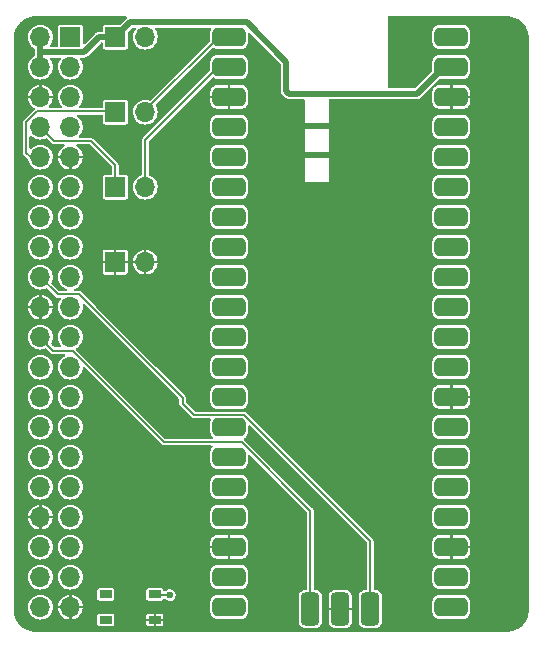
<source format=gbr>
%TF.GenerationSoftware,KiCad,Pcbnew,5.99.0-unknown-881cb3182b~117~ubuntu20.04.1*%
%TF.CreationDate,2021-02-24T10:03:54+00:00*%
%TF.ProjectId,pi400-pico-plate,70693430-302d-4706-9963-6f2d706c6174,rev?*%
%TF.SameCoordinates,Original*%
%TF.FileFunction,Copper,L1,Top*%
%TF.FilePolarity,Positive*%
%FSLAX46Y46*%
G04 Gerber Fmt 4.6, Leading zero omitted, Abs format (unit mm)*
G04 Created by KiCad (PCBNEW 5.99.0-unknown-881cb3182b~117~ubuntu20.04.1) date 2021-02-24 10:03:54*
%MOMM*%
%LPD*%
G01*
G04 APERTURE LIST*
G04 Aperture macros list*
%AMRoundRect*
0 Rectangle with rounded corners*
0 $1 Rounding radius*
0 $2 $3 $4 $5 $6 $7 $8 $9 X,Y pos of 4 corners*
0 Add a 4 corners polygon primitive as box body*
4,1,4,$2,$3,$4,$5,$6,$7,$8,$9,$2,$3,0*
0 Add four circle primitives for the rounded corners*
1,1,$1+$1,$2,$3*
1,1,$1+$1,$4,$5*
1,1,$1+$1,$6,$7*
1,1,$1+$1,$8,$9*
0 Add four rect primitives between the rounded corners*
20,1,$1+$1,$2,$3,$4,$5,0*
20,1,$1+$1,$4,$5,$6,$7,0*
20,1,$1+$1,$6,$7,$8,$9,0*
20,1,$1+$1,$8,$9,$2,$3,0*%
G04 Aperture macros list end*
%TA.AperFunction,SMDPad,CuDef*%
%ADD10R,1.050000X0.650000*%
%TD*%
%TA.AperFunction,ComponentPad*%
%ADD11R,1.700000X1.700000*%
%TD*%
%TA.AperFunction,ComponentPad*%
%ADD12O,1.700000X1.700000*%
%TD*%
%TA.AperFunction,ComponentPad*%
%ADD13C,0.600000*%
%TD*%
%TA.AperFunction,ComponentPad*%
%ADD14RoundRect,0.400000X-1.000000X-0.400000X1.000000X-0.400000X1.000000X0.400000X-1.000000X0.400000X0*%
%TD*%
%TA.AperFunction,ComponentPad*%
%ADD15RoundRect,0.400000X-0.400000X1.000000X-0.400000X-1.000000X0.400000X-1.000000X0.400000X1.000000X0*%
%TD*%
%TA.AperFunction,ViaPad*%
%ADD16C,0.600000*%
%TD*%
%TA.AperFunction,Conductor*%
%ADD17C,0.150000*%
%TD*%
%TA.AperFunction,Conductor*%
%ADD18C,0.500000*%
%TD*%
G04 APERTURE END LIST*
D10*
%TO.P,SW1,*%
%TO.N,*%
X136990000Y-108145000D03*
%TO.P,SW1,1,1*%
%TO.N,Net-(SW1-Pad1)*%
X141140000Y-108145000D03*
%TO.P,SW1,2,2*%
%TO.N,GND*%
X141140000Y-110295000D03*
%TO.P,SW1,~*%
%TO.N,N/C*%
X136990000Y-110295000D03*
%TD*%
D11*
%TO.P,J1,1,Pin_1*%
%TO.N,unconnected-(J1-Pad1)*%
X133985000Y-60960000D03*
D12*
%TO.P,J1,2,Pin_2*%
%TO.N,+5V*%
X131445000Y-60960000D03*
%TO.P,J1,3,Pin_3*%
%TO.N,unconnected-(J1-Pad3)*%
X133985000Y-63500000D03*
%TO.P,J1,4,Pin_4*%
%TO.N,+5V*%
X131445000Y-63500000D03*
%TO.P,J1,5,Pin_5*%
%TO.N,unconnected-(J1-Pad5)*%
X133985000Y-66040000D03*
%TO.P,J1,6,Pin_6*%
%TO.N,GND*%
X131445000Y-66040000D03*
%TO.P,J1,7,Pin_7*%
%TO.N,unconnected-(J1-Pad7)*%
X133985000Y-68580000D03*
%TO.P,J1,8,Pin_8*%
%TO.N,/PI_UART_TX*%
X131445000Y-68580000D03*
%TO.P,J1,9,Pin_9*%
%TO.N,GND*%
X133985000Y-71120000D03*
%TO.P,J1,10,Pin_10*%
%TO.N,/PI_UART_RX*%
X131445000Y-71120000D03*
%TO.P,J1,11,Pin_11*%
%TO.N,unconnected-(J1-Pad11)*%
X133985000Y-73660000D03*
%TO.P,J1,12,Pin_12*%
%TO.N,unconnected-(J1-Pad12)*%
X131445000Y-73660000D03*
%TO.P,J1,13,Pin_13*%
%TO.N,unconnected-(J1-Pad13)*%
X133985000Y-76200000D03*
%TO.P,J1,14,Pin_14*%
%TO.N,unconnected-(J1-Pad14)*%
X131445000Y-76200000D03*
%TO.P,J1,15,Pin_15*%
%TO.N,unconnected-(J1-Pad15)*%
X133985000Y-78740000D03*
%TO.P,J1,16,Pin_16*%
%TO.N,unconnected-(J1-Pad16)*%
X131445000Y-78740000D03*
%TO.P,J1,17,Pin_17*%
%TO.N,unconnected-(J1-Pad17)*%
X133985000Y-81280000D03*
%TO.P,J1,18,Pin_18*%
%TO.N,/SWDIO*%
X131445000Y-81280000D03*
%TO.P,J1,19,Pin_19*%
%TO.N,unconnected-(J1-Pad19)*%
X133985000Y-83820000D03*
%TO.P,J1,20,Pin_20*%
%TO.N,GND*%
X131445000Y-83820000D03*
%TO.P,J1,21,Pin_21*%
%TO.N,unconnected-(J1-Pad21)*%
X133985000Y-86360000D03*
%TO.P,J1,22,Pin_22*%
%TO.N,/SWCLK*%
X131445000Y-86360000D03*
%TO.P,J1,23,Pin_23*%
%TO.N,unconnected-(J1-Pad23)*%
X133985000Y-88900000D03*
%TO.P,J1,24,Pin_24*%
%TO.N,unconnected-(J1-Pad24)*%
X131445000Y-88900000D03*
%TO.P,J1,25,Pin_25*%
%TO.N,unconnected-(J1-Pad25)*%
X133985000Y-91440000D03*
%TO.P,J1,26,Pin_26*%
%TO.N,unconnected-(J1-Pad26)*%
X131445000Y-91440000D03*
%TO.P,J1,27,Pin_27*%
%TO.N,unconnected-(J1-Pad27)*%
X133985000Y-93980000D03*
%TO.P,J1,28,Pin_28*%
%TO.N,unconnected-(J1-Pad28)*%
X131445000Y-93980000D03*
%TO.P,J1,29,Pin_29*%
%TO.N,unconnected-(J1-Pad29)*%
X133985000Y-96520000D03*
%TO.P,J1,30,Pin_30*%
%TO.N,unconnected-(J1-Pad30)*%
X131445000Y-96520000D03*
%TO.P,J1,31,Pin_31*%
%TO.N,unconnected-(J1-Pad31)*%
X133985000Y-99060000D03*
%TO.P,J1,32,Pin_32*%
%TO.N,unconnected-(J1-Pad32)*%
X131445000Y-99060000D03*
%TO.P,J1,33,Pin_33*%
%TO.N,unconnected-(J1-Pad33)*%
X133985000Y-101600000D03*
%TO.P,J1,34,Pin_34*%
%TO.N,GND*%
X131445000Y-101600000D03*
%TO.P,J1,35,Pin_35*%
%TO.N,unconnected-(J1-Pad35)*%
X133985000Y-104140000D03*
%TO.P,J1,36,Pin_36*%
%TO.N,unconnected-(J1-Pad36)*%
X131445000Y-104140000D03*
%TO.P,J1,37,Pin_37*%
%TO.N,unconnected-(J1-Pad37)*%
X133985000Y-106680000D03*
%TO.P,J1,38,Pin_38*%
%TO.N,unconnected-(J1-Pad38)*%
X131445000Y-106680000D03*
%TO.P,J1,39,Pin_39*%
%TO.N,GND*%
X133985000Y-109220000D03*
%TO.P,J1,40,Pin_40*%
%TO.N,unconnected-(J1-Pad40)*%
X131445000Y-109220000D03*
%TD*%
D13*
%TO.P,U1,1,GP0*%
%TO.N,/PICO_UART_TX*%
X146345000Y-60940000D03*
D14*
X147445000Y-60940000D03*
D13*
%TO.P,U1,2,GP1*%
%TO.N,/PICO_UART_RX*%
X146345000Y-63480000D03*
D14*
X147445000Y-63480000D03*
D13*
%TO.P,U1,3,GND*%
%TO.N,GND*%
X146345000Y-66020000D03*
D14*
X147445000Y-66020000D03*
D13*
%TO.P,U1,4,GP2*%
%TO.N,unconnected-(U1-Pad4)*%
X146345000Y-68560000D03*
D14*
X147445000Y-68560000D03*
D13*
%TO.P,U1,5,GP3*%
%TO.N,unconnected-(U1-Pad5)*%
X146345000Y-71100000D03*
D14*
X147445000Y-71100000D03*
%TO.P,U1,6,GP4*%
%TO.N,unconnected-(U1-Pad6)*%
X147445000Y-73640000D03*
D13*
X146345000Y-73640000D03*
%TO.P,U1,7,GP5*%
%TO.N,unconnected-(U1-Pad7)*%
X146345000Y-76180000D03*
D14*
X147445000Y-76180000D03*
D13*
%TO.P,U1,8,GND*%
%TO.N,unconnected-(U1-Pad8)*%
X146345000Y-78720000D03*
D14*
X147445000Y-78720000D03*
%TO.P,U1,9,GP6*%
%TO.N,unconnected-(U1-Pad9)*%
X147445000Y-81260000D03*
D13*
X146345000Y-81260000D03*
D14*
%TO.P,U1,10,GP7*%
%TO.N,unconnected-(U1-Pad10)*%
X147445000Y-83800000D03*
D13*
X146345000Y-83800000D03*
%TO.P,U1,11,GP8*%
%TO.N,unconnected-(U1-Pad11)*%
X146345000Y-86340000D03*
D14*
X147445000Y-86340000D03*
D13*
%TO.P,U1,12,GP9*%
%TO.N,unconnected-(U1-Pad12)*%
X146345000Y-88880000D03*
D14*
X147445000Y-88880000D03*
%TO.P,U1,13,GND*%
%TO.N,unconnected-(U1-Pad13)*%
X147445000Y-91420000D03*
D13*
X146345000Y-91420000D03*
D14*
%TO.P,U1,14,GP10*%
%TO.N,unconnected-(U1-Pad14)*%
X147445000Y-93960000D03*
D13*
X146345000Y-93960000D03*
D14*
%TO.P,U1,15,GP11*%
%TO.N,unconnected-(U1-Pad15)*%
X147445000Y-96500000D03*
D13*
X146345000Y-96500000D03*
D14*
%TO.P,U1,16,GP12*%
%TO.N,unconnected-(U1-Pad16)*%
X147445000Y-99040000D03*
D13*
X146345000Y-99040000D03*
%TO.P,U1,17,GP13*%
%TO.N,unconnected-(U1-Pad17)*%
X146345000Y-101580000D03*
D14*
X147445000Y-101580000D03*
%TO.P,U1,18,GND*%
%TO.N,GND*%
X147445000Y-104120000D03*
D13*
X146345000Y-104120000D03*
%TO.P,U1,19,GP14*%
%TO.N,unconnected-(U1-Pad19)*%
X146345000Y-106660000D03*
D14*
X147445000Y-106660000D03*
D13*
%TO.P,U1,20,GP15*%
%TO.N,unconnected-(U1-Pad20)*%
X146345000Y-109200000D03*
D14*
X147445000Y-109200000D03*
D13*
%TO.P,U1,21,GP16*%
%TO.N,unconnected-(U1-Pad21)*%
X167345000Y-109200000D03*
D14*
X166245000Y-109200000D03*
D13*
%TO.P,U1,22,GP17*%
%TO.N,unconnected-(U1-Pad22)*%
X167345000Y-106660000D03*
D14*
X166245000Y-106660000D03*
D13*
%TO.P,U1,23,GND*%
%TO.N,GND*%
X167345000Y-104120000D03*
D14*
X166245000Y-104120000D03*
D13*
%TO.P,U1,24,GP18*%
%TO.N,unconnected-(U1-Pad24)*%
X167345000Y-101580000D03*
D14*
X166245000Y-101580000D03*
%TO.P,U1,25,GP19*%
%TO.N,unconnected-(U1-Pad25)*%
X166245000Y-99040000D03*
D13*
X167345000Y-99040000D03*
D14*
%TO.P,U1,26,GP20*%
%TO.N,unconnected-(U1-Pad26)*%
X166245000Y-96500000D03*
D13*
X167345000Y-96500000D03*
%TO.P,U1,27,GP21*%
%TO.N,unconnected-(U1-Pad27)*%
X167345000Y-93960000D03*
D14*
X166245000Y-93960000D03*
D13*
%TO.P,U1,28,GND*%
%TO.N,GND*%
X167345000Y-91420000D03*
D14*
X166245000Y-91420000D03*
%TO.P,U1,29,GP22*%
%TO.N,unconnected-(U1-Pad29)*%
X166245000Y-88880000D03*
D13*
X167345000Y-88880000D03*
%TO.P,U1,30,RUN*%
%TO.N,Net-(SW1-Pad1)*%
X167345000Y-86340000D03*
D14*
X166245000Y-86340000D03*
%TO.P,U1,31,GP26*%
%TO.N,unconnected-(U1-Pad31)*%
X166245000Y-83800000D03*
D13*
X167345000Y-83800000D03*
D14*
%TO.P,U1,32,GP27*%
%TO.N,unconnected-(U1-Pad32)*%
X166245000Y-81260000D03*
D13*
X167345000Y-81260000D03*
D14*
%TO.P,U1,33,AGND*%
%TO.N,unconnected-(U1-Pad33)*%
X166245000Y-78720000D03*
D13*
X167345000Y-78720000D03*
D14*
%TO.P,U1,34,GP28*%
%TO.N,unconnected-(U1-Pad34)*%
X166245000Y-76180000D03*
D13*
X167345000Y-76180000D03*
D14*
%TO.P,U1,35,ADC_VREF*%
%TO.N,unconnected-(U1-Pad35)*%
X166245000Y-73640000D03*
D13*
X167345000Y-73640000D03*
D14*
%TO.P,U1,36,3V3_OUT*%
%TO.N,unconnected-(U1-Pad36)*%
X166245000Y-71100000D03*
D13*
X167345000Y-71100000D03*
D14*
%TO.P,U1,37,3V3_EN*%
%TO.N,unconnected-(U1-Pad37)*%
X166245000Y-68560000D03*
D13*
X167345000Y-68560000D03*
D14*
%TO.P,U1,38,GND*%
%TO.N,GND*%
X166245000Y-66020000D03*
D13*
X167345000Y-66020000D03*
%TO.P,U1,39,VSYS*%
%TO.N,+5V*%
X167345000Y-63480000D03*
D14*
X166245000Y-63480000D03*
D13*
%TO.P,U1,40,VBUS*%
%TO.N,VBUS*%
X167345000Y-60940000D03*
D14*
X166245000Y-60940000D03*
D15*
%TO.P,U1,D1,SWCLK*%
%TO.N,/SWCLK*%
X154305000Y-109370000D03*
D13*
X154305000Y-110470000D03*
D15*
%TO.P,U1,D2,GND*%
%TO.N,GND*%
X156845000Y-109370000D03*
D13*
X156845000Y-110470000D03*
%TO.P,U1,D3,SWDIO*%
%TO.N,/SWDIO*%
X159385000Y-110470000D03*
D15*
X159385000Y-109370000D03*
%TD*%
D11*
%TO.P,J4,1,Pin_1*%
%TO.N,/PI_UART_TX*%
X137790000Y-73660000D03*
D12*
%TO.P,J4,2,Pin_2*%
%TO.N,/PICO_UART_RX*%
X140330000Y-73660000D03*
%TD*%
D11*
%TO.P,J2,1,Pin_1*%
%TO.N,/PI_UART_RX*%
X137790000Y-67310000D03*
D12*
%TO.P,J2,2,Pin_2*%
%TO.N,/PICO_UART_TX*%
X140330000Y-67310000D03*
%TD*%
D11*
%TO.P,J5,1,Pin_1*%
%TO.N,GND*%
X137790000Y-80010000D03*
D12*
%TO.P,J5,2,Pin_2*%
X140330000Y-80010000D03*
%TD*%
D11*
%TO.P,J3,1,Pin_1*%
%TO.N,+5V*%
X137790000Y-60960000D03*
D12*
%TO.P,J3,2,Pin_2*%
%TO.N,VBUS*%
X140330000Y-60960000D03*
%TD*%
D16*
%TO.N,GND*%
X145500000Y-60950000D03*
X160000000Y-107400000D03*
X135420000Y-68460000D03*
X158000000Y-103200000D03*
X153700000Y-107400000D03*
X160310000Y-90930000D03*
X146120000Y-62220000D03*
X161400000Y-64800000D03*
X161690000Y-91430000D03*
X137130000Y-72240000D03*
X145400000Y-94100000D03*
X154900000Y-107400000D03*
X157000000Y-102200000D03*
X158900000Y-102200000D03*
X161400000Y-60600000D03*
X157900000Y-101200000D03*
X137890000Y-59550000D03*
X149300000Y-94700000D03*
X154900000Y-104400000D03*
X168400000Y-59800000D03*
X158700000Y-107400000D03*
X130850000Y-69860000D03*
X132710000Y-86840000D03*
X153700000Y-105400000D03*
%TO.N,Net-(SW1-Pad1)*%
X142400000Y-108200000D03*
%TD*%
D17*
%TO.N,/SWCLK*%
X134176017Y-87500000D02*
X132550000Y-87500000D01*
X141926017Y-95250000D02*
X134176017Y-87500000D01*
X154305000Y-101055000D02*
X148500000Y-95250000D01*
X132550000Y-87500000D02*
X131445000Y-86395000D01*
X148500000Y-95250000D02*
X141926017Y-95250000D01*
X154305000Y-108870000D02*
X154305000Y-101055000D01*
X131445000Y-86395000D02*
X131445000Y-86360000D01*
%TO.N,/SWDIO*%
X143500000Y-92000000D02*
X144434980Y-92934980D01*
X144434980Y-92934980D02*
X148696928Y-92934980D01*
X148696928Y-92934980D02*
X159385000Y-103623052D01*
X143500000Y-91500000D02*
X143500000Y-92000000D01*
X132909989Y-82744989D02*
X134744989Y-82744989D01*
X159385000Y-103623052D02*
X159385000Y-108870000D01*
X131445000Y-81280000D02*
X132909989Y-82744989D01*
X134744989Y-82744989D02*
X143500000Y-91500000D01*
%TO.N,/PI_UART_RX*%
X130620000Y-71120000D02*
X131445000Y-71120000D01*
X130250000Y-70750000D02*
X130620000Y-71120000D01*
X137790000Y-67310000D02*
X137730000Y-67250000D01*
X130250000Y-68183983D02*
X130250000Y-70750000D01*
X131183983Y-67250000D02*
X130250000Y-68183983D01*
X137730000Y-67250000D02*
X131183983Y-67250000D01*
%TO.N,/PI_UART_TX*%
X131445000Y-68580000D02*
X132615000Y-69750000D01*
X137790000Y-71811992D02*
X137790000Y-73660000D01*
X132615000Y-69750000D02*
X135728008Y-69750000D01*
X135728008Y-69750000D02*
X137790000Y-71811992D01*
D18*
%TO.N,+5V*%
X131445000Y-62245000D02*
X131445000Y-60960000D01*
X165620000Y-63480000D02*
X165745000Y-63480000D01*
X131445000Y-63500000D02*
X131445000Y-62245000D01*
X137790000Y-60960000D02*
X139040011Y-59709989D01*
X152500000Y-65750000D02*
X153000000Y-65750000D01*
X152250000Y-63035282D02*
X152250000Y-65500000D01*
X137790000Y-60960000D02*
X136405020Y-60960000D01*
X163350000Y-65750000D02*
X165620000Y-63480000D01*
X136405020Y-60960000D02*
X135120020Y-62245000D01*
X139040011Y-59709989D02*
X148924707Y-59709989D01*
X152250000Y-65500000D02*
X152500000Y-65750000D01*
X135120020Y-62245000D02*
X131445000Y-62245000D01*
X152500000Y-65750000D02*
X163350000Y-65750000D01*
X148924707Y-59709989D02*
X152250000Y-63035282D01*
D17*
%TO.N,/PICO_UART_TX*%
X140330000Y-67170000D02*
X140330000Y-67310000D01*
X146560000Y-60940000D02*
X140330000Y-67170000D01*
X147945000Y-60940000D02*
X146560000Y-60940000D01*
%TO.N,/PICO_UART_RX*%
X140330000Y-69670000D02*
X146520000Y-63480000D01*
X146520000Y-63480000D02*
X147945000Y-63480000D01*
X140330000Y-73660000D02*
X140330000Y-69670000D01*
%TO.N,Net-(SW1-Pad1)*%
X141195000Y-108200000D02*
X141140000Y-108145000D01*
X142400000Y-108200000D02*
X141195000Y-108200000D01*
%TD*%
%TA.AperFunction,Conductor*%
%TO.N,GND*%
G36*
X138732080Y-59218907D02*
G01*
X138768044Y-59268407D01*
X138768044Y-59329593D01*
X138743893Y-59369004D01*
X138727956Y-59384941D01*
X138725154Y-59387634D01*
X138684525Y-59425191D01*
X138681112Y-59431066D01*
X138674950Y-59437947D01*
X138237393Y-59875504D01*
X138182876Y-59903281D01*
X138167389Y-59904500D01*
X136940000Y-59904500D01*
X136896200Y-59913213D01*
X136870924Y-59918240D01*
X136870922Y-59918241D01*
X136861359Y-59920143D01*
X136794690Y-59964690D01*
X136750143Y-60031359D01*
X136734500Y-60110000D01*
X136734500Y-60410500D01*
X136715593Y-60468691D01*
X136666093Y-60504655D01*
X136635500Y-60509500D01*
X136436897Y-60509500D01*
X136425261Y-60508814D01*
X136423788Y-60508640D01*
X136390712Y-60504725D01*
X136383435Y-60506054D01*
X136383432Y-60506054D01*
X136354282Y-60511378D01*
X136332585Y-60515341D01*
X136329549Y-60515846D01*
X136292930Y-60521352D01*
X136278854Y-60523468D01*
X136271085Y-60524636D01*
X136264577Y-60527761D01*
X136257475Y-60529058D01*
X136250909Y-60532469D01*
X136250908Y-60532469D01*
X136205045Y-60556293D01*
X136202266Y-60557682D01*
X136148991Y-60583265D01*
X136144553Y-60587367D01*
X136142288Y-60588893D01*
X136137284Y-60591493D01*
X136132999Y-60595152D01*
X136132996Y-60595154D01*
X136132868Y-60595263D01*
X136132857Y-60595273D01*
X136131391Y-60596525D01*
X136092953Y-60634963D01*
X136090151Y-60637656D01*
X136049534Y-60675202D01*
X136046122Y-60681077D01*
X136039964Y-60687952D01*
X135209504Y-61518412D01*
X135154987Y-61546189D01*
X135094555Y-61536618D01*
X135051290Y-61493353D01*
X135040500Y-61448408D01*
X135040500Y-60110000D01*
X135024857Y-60031359D01*
X134980310Y-59964690D01*
X134913641Y-59920143D01*
X134904078Y-59918241D01*
X134904076Y-59918240D01*
X134878800Y-59913213D01*
X134835000Y-59904500D01*
X133135000Y-59904500D01*
X133091200Y-59913213D01*
X133065924Y-59918240D01*
X133065922Y-59918241D01*
X133056359Y-59920143D01*
X132989690Y-59964690D01*
X132945143Y-60031359D01*
X132929500Y-60110000D01*
X132929500Y-61695500D01*
X132910593Y-61753691D01*
X132861093Y-61789655D01*
X132830500Y-61794500D01*
X132328587Y-61794500D01*
X132270396Y-61775593D01*
X132234432Y-61726093D01*
X132234432Y-61664907D01*
X132253642Y-61630814D01*
X132307496Y-61568424D01*
X132320128Y-61546189D01*
X132406858Y-61393517D01*
X132406859Y-61393514D01*
X132409247Y-61389311D01*
X132424355Y-61343897D01*
X132472743Y-61198435D01*
X132472743Y-61198433D01*
X132474270Y-61193844D01*
X132479154Y-61155187D01*
X132499740Y-60992225D01*
X132500088Y-60989471D01*
X132500500Y-60960000D01*
X132498167Y-60936209D01*
X132480870Y-60759796D01*
X132480869Y-60759792D01*
X132480398Y-60754986D01*
X132477493Y-60745362D01*
X132444161Y-60634963D01*
X132420858Y-60557780D01*
X132324148Y-60375895D01*
X132193952Y-60216259D01*
X132100323Y-60138802D01*
X132038955Y-60088034D01*
X132038953Y-60088033D01*
X132035228Y-60084951D01*
X131926050Y-60025918D01*
X131858277Y-59989273D01*
X131858276Y-59989272D01*
X131854023Y-59986973D01*
X131782038Y-59964690D01*
X131661859Y-59927488D01*
X131661855Y-59927487D01*
X131657238Y-59926058D01*
X131652431Y-59925553D01*
X131652427Y-59925552D01*
X131457185Y-59905032D01*
X131457183Y-59905032D01*
X131452369Y-59904526D01*
X131384372Y-59910714D01*
X131252039Y-59922757D01*
X131252036Y-59922758D01*
X131247219Y-59923196D01*
X131242577Y-59924562D01*
X131242573Y-59924563D01*
X131054250Y-59979989D01*
X131054247Y-59979990D01*
X131049603Y-59981357D01*
X131045309Y-59983602D01*
X130871344Y-60074548D01*
X130871340Y-60074551D01*
X130867047Y-60076795D01*
X130863271Y-60079831D01*
X130863268Y-60079833D01*
X130761436Y-60161708D01*
X130706505Y-60205874D01*
X130671661Y-60247400D01*
X130577202Y-60359971D01*
X130577199Y-60359975D01*
X130574093Y-60363677D01*
X130474853Y-60544194D01*
X130473389Y-60548808D01*
X130473388Y-60548811D01*
X130433294Y-60675202D01*
X130412565Y-60740549D01*
X130412025Y-60745361D01*
X130412025Y-60745362D01*
X130390619Y-60936209D01*
X130389603Y-60945263D01*
X130406840Y-61150538D01*
X130463621Y-61348555D01*
X130557782Y-61531773D01*
X130685737Y-61693212D01*
X130689417Y-61696344D01*
X130689419Y-61696346D01*
X130767738Y-61763000D01*
X130842612Y-61826723D01*
X130846834Y-61829083D01*
X130846839Y-61829086D01*
X130943798Y-61883274D01*
X130985370Y-61928167D01*
X130994500Y-61969693D01*
X130994500Y-62182425D01*
X130993099Y-62194672D01*
X130993156Y-62194676D01*
X130992576Y-62202050D01*
X130990904Y-62209262D01*
X130991427Y-62216645D01*
X130994253Y-62256561D01*
X130994500Y-62263553D01*
X130994500Y-62490208D01*
X130975593Y-62548399D01*
X130941366Y-62577942D01*
X130871344Y-62614548D01*
X130871340Y-62614551D01*
X130867047Y-62616795D01*
X130863271Y-62619831D01*
X130863268Y-62619833D01*
X130745642Y-62714407D01*
X130706505Y-62745874D01*
X130640033Y-62825093D01*
X130577202Y-62899971D01*
X130577199Y-62899975D01*
X130574093Y-62903677D01*
X130474853Y-63084194D01*
X130473389Y-63088808D01*
X130473388Y-63088811D01*
X130431174Y-63221885D01*
X130412565Y-63280549D01*
X130412025Y-63285361D01*
X130412025Y-63285362D01*
X130390619Y-63476209D01*
X130389603Y-63485263D01*
X130406840Y-63690538D01*
X130408173Y-63695186D01*
X130408173Y-63695187D01*
X130448431Y-63835580D01*
X130463621Y-63888555D01*
X130557782Y-64071773D01*
X130685737Y-64233212D01*
X130842612Y-64366723D01*
X130846835Y-64369083D01*
X130846839Y-64369086D01*
X130914430Y-64406861D01*
X131022432Y-64467221D01*
X131027030Y-64468715D01*
X131213742Y-64529382D01*
X131213745Y-64529383D01*
X131218347Y-64530878D01*
X131422895Y-64555269D01*
X131427717Y-64554898D01*
X131427720Y-64554898D01*
X131623458Y-64539837D01*
X131623463Y-64539836D01*
X131628286Y-64539465D01*
X131826695Y-64484068D01*
X131831013Y-64481887D01*
X132006244Y-64393371D01*
X132006246Y-64393370D01*
X132010565Y-64391188D01*
X132172893Y-64264363D01*
X132176055Y-64260700D01*
X132176060Y-64260695D01*
X132304332Y-64112089D01*
X132307496Y-64108424D01*
X132330766Y-64067463D01*
X132406858Y-63933517D01*
X132406859Y-63933514D01*
X132409247Y-63929311D01*
X132424355Y-63883897D01*
X132472743Y-63738435D01*
X132472743Y-63738433D01*
X132474270Y-63733844D01*
X132479154Y-63695187D01*
X132499740Y-63532225D01*
X132500088Y-63529471D01*
X132500500Y-63500000D01*
X132498167Y-63476209D01*
X132480870Y-63299796D01*
X132480869Y-63299792D01*
X132480398Y-63294986D01*
X132477493Y-63285362D01*
X132422256Y-63102412D01*
X132420858Y-63097780D01*
X132324148Y-62915895D01*
X132276172Y-62857070D01*
X132254045Y-62800027D01*
X132269675Y-62740871D01*
X132317090Y-62702200D01*
X132352891Y-62695500D01*
X133076467Y-62695500D01*
X133134658Y-62714407D01*
X133170622Y-62763907D01*
X133170622Y-62825093D01*
X133152306Y-62858136D01*
X133114093Y-62903677D01*
X133014853Y-63084194D01*
X133013389Y-63088808D01*
X133013388Y-63088811D01*
X132971174Y-63221885D01*
X132952565Y-63280549D01*
X132952025Y-63285361D01*
X132952025Y-63285362D01*
X132930619Y-63476209D01*
X132929603Y-63485263D01*
X132946840Y-63690538D01*
X132948173Y-63695186D01*
X132948173Y-63695187D01*
X132988431Y-63835580D01*
X133003621Y-63888555D01*
X133097782Y-64071773D01*
X133225737Y-64233212D01*
X133382612Y-64366723D01*
X133386835Y-64369083D01*
X133386839Y-64369086D01*
X133454430Y-64406861D01*
X133562432Y-64467221D01*
X133567030Y-64468715D01*
X133753742Y-64529382D01*
X133753745Y-64529383D01*
X133758347Y-64530878D01*
X133962895Y-64555269D01*
X133967717Y-64554898D01*
X133967720Y-64554898D01*
X134163458Y-64539837D01*
X134163463Y-64539836D01*
X134168286Y-64539465D01*
X134366695Y-64484068D01*
X134371013Y-64481887D01*
X134546244Y-64393371D01*
X134546246Y-64393370D01*
X134550565Y-64391188D01*
X134712893Y-64264363D01*
X134716055Y-64260700D01*
X134716060Y-64260695D01*
X134844332Y-64112089D01*
X134847496Y-64108424D01*
X134870766Y-64067463D01*
X134946858Y-63933517D01*
X134946859Y-63933514D01*
X134949247Y-63929311D01*
X134964355Y-63883897D01*
X135012743Y-63738435D01*
X135012743Y-63738433D01*
X135014270Y-63733844D01*
X135019154Y-63695187D01*
X135039740Y-63532225D01*
X135040088Y-63529471D01*
X135040500Y-63500000D01*
X135038167Y-63476209D01*
X135020870Y-63299796D01*
X135020869Y-63299792D01*
X135020398Y-63294986D01*
X135017493Y-63285362D01*
X134962256Y-63102412D01*
X134960858Y-63097780D01*
X134864148Y-62915895D01*
X134816172Y-62857070D01*
X134794045Y-62800027D01*
X134809675Y-62740871D01*
X134857090Y-62702200D01*
X134892891Y-62695500D01*
X135088143Y-62695500D01*
X135099779Y-62696186D01*
X135134328Y-62700275D01*
X135141605Y-62698946D01*
X135141608Y-62698946D01*
X135172272Y-62693346D01*
X135192455Y-62689659D01*
X135195491Y-62689154D01*
X135253955Y-62680364D01*
X135260463Y-62677239D01*
X135267565Y-62675942D01*
X135278579Y-62670221D01*
X135319995Y-62648707D01*
X135322776Y-62647317D01*
X135376049Y-62621735D01*
X135380488Y-62617632D01*
X135382749Y-62616108D01*
X135387756Y-62613507D01*
X135393648Y-62608475D01*
X135432074Y-62570049D01*
X135434877Y-62567355D01*
X135453474Y-62550164D01*
X135475506Y-62529798D01*
X135478919Y-62523923D01*
X135485081Y-62517042D01*
X136562627Y-61439496D01*
X136617144Y-61411719D01*
X136632631Y-61410500D01*
X136635500Y-61410500D01*
X136693691Y-61429407D01*
X136729655Y-61478907D01*
X136734500Y-61509500D01*
X136734500Y-61810000D01*
X136742100Y-61848208D01*
X136747359Y-61874644D01*
X136750143Y-61888641D01*
X136794690Y-61955310D01*
X136861359Y-61999857D01*
X136870922Y-62001759D01*
X136870924Y-62001760D01*
X136896200Y-62006787D01*
X136940000Y-62015500D01*
X138640000Y-62015500D01*
X138683800Y-62006787D01*
X138709076Y-62001760D01*
X138709078Y-62001759D01*
X138718641Y-61999857D01*
X138785310Y-61955310D01*
X138829857Y-61888641D01*
X138832642Y-61874644D01*
X138837900Y-61848208D01*
X138845500Y-61810000D01*
X138845500Y-60582611D01*
X138864407Y-60524420D01*
X138874496Y-60512607D01*
X139197618Y-60189485D01*
X139252135Y-60161708D01*
X139267622Y-60160489D01*
X139417281Y-60160489D01*
X139475472Y-60179396D01*
X139511436Y-60228896D01*
X139511436Y-60290082D01*
X139493120Y-60323125D01*
X139462202Y-60359971D01*
X139462199Y-60359975D01*
X139459093Y-60363677D01*
X139359853Y-60544194D01*
X139358389Y-60548808D01*
X139358388Y-60548811D01*
X139318294Y-60675202D01*
X139297565Y-60740549D01*
X139297025Y-60745361D01*
X139297025Y-60745362D01*
X139275619Y-60936209D01*
X139274603Y-60945263D01*
X139291840Y-61150538D01*
X139348621Y-61348555D01*
X139442782Y-61531773D01*
X139570737Y-61693212D01*
X139574417Y-61696344D01*
X139574419Y-61696346D01*
X139652738Y-61763000D01*
X139727612Y-61826723D01*
X139731835Y-61829083D01*
X139731839Y-61829086D01*
X139828798Y-61883274D01*
X139907432Y-61927221D01*
X139912030Y-61928715D01*
X140098742Y-61989382D01*
X140098745Y-61989383D01*
X140103347Y-61990878D01*
X140307895Y-62015269D01*
X140312717Y-62014898D01*
X140312720Y-62014898D01*
X140508458Y-61999837D01*
X140508463Y-61999836D01*
X140513286Y-61999465D01*
X140711695Y-61944068D01*
X140716013Y-61941887D01*
X140891244Y-61853371D01*
X140891246Y-61853370D01*
X140895565Y-61851188D01*
X141057893Y-61724363D01*
X141061055Y-61720700D01*
X141061060Y-61720695D01*
X141189332Y-61572089D01*
X141192496Y-61568424D01*
X141205128Y-61546189D01*
X141291858Y-61393517D01*
X141291859Y-61393514D01*
X141294247Y-61389311D01*
X141309355Y-61343897D01*
X141357743Y-61198435D01*
X141357743Y-61198433D01*
X141359270Y-61193844D01*
X141364154Y-61155187D01*
X141384740Y-60992225D01*
X141385088Y-60989471D01*
X141385500Y-60960000D01*
X141383167Y-60936209D01*
X141365870Y-60759796D01*
X141365869Y-60759792D01*
X141365398Y-60754986D01*
X141362493Y-60745362D01*
X141329161Y-60634963D01*
X141305858Y-60557780D01*
X141209148Y-60375895D01*
X141165241Y-60322059D01*
X141143114Y-60265016D01*
X141158744Y-60205860D01*
X141206159Y-60167189D01*
X141241960Y-60160489D01*
X145804253Y-60160489D01*
X145862444Y-60179396D01*
X145898408Y-60228896D01*
X145898408Y-60290082D01*
X145895717Y-60297375D01*
X145874379Y-60348890D01*
X145860132Y-60383285D01*
X145844500Y-60502021D01*
X145844500Y-60894296D01*
X145843321Y-60909527D01*
X145839538Y-60933824D01*
X145840453Y-60940822D01*
X145840453Y-60940823D01*
X145843664Y-60965378D01*
X145844500Y-60978214D01*
X145844500Y-61224876D01*
X145825593Y-61283067D01*
X145815504Y-61294880D01*
X140807512Y-66302873D01*
X140752995Y-66330650D01*
X140708233Y-66327442D01*
X140546859Y-66277488D01*
X140546855Y-66277487D01*
X140542238Y-66276058D01*
X140537431Y-66275553D01*
X140537427Y-66275552D01*
X140342185Y-66255032D01*
X140342183Y-66255032D01*
X140337369Y-66254526D01*
X140269372Y-66260714D01*
X140137039Y-66272757D01*
X140137036Y-66272758D01*
X140132219Y-66273196D01*
X140127577Y-66274562D01*
X140127573Y-66274563D01*
X139939250Y-66329989D01*
X139939247Y-66329990D01*
X139934603Y-66331357D01*
X139930309Y-66333602D01*
X139756344Y-66424548D01*
X139756340Y-66424551D01*
X139752047Y-66426795D01*
X139748271Y-66429831D01*
X139748268Y-66429833D01*
X139595276Y-66552842D01*
X139591505Y-66555874D01*
X139541644Y-66615296D01*
X139462202Y-66709971D01*
X139462199Y-66709975D01*
X139459093Y-66713677D01*
X139359853Y-66894194D01*
X139358389Y-66898808D01*
X139358388Y-66898811D01*
X139321252Y-67015878D01*
X139297565Y-67090549D01*
X139297025Y-67095361D01*
X139297025Y-67095362D01*
X139295979Y-67104692D01*
X139274603Y-67295263D01*
X139291840Y-67500538D01*
X139293173Y-67505186D01*
X139293173Y-67505187D01*
X139337095Y-67658358D01*
X139348621Y-67698555D01*
X139442782Y-67881773D01*
X139570737Y-68043212D01*
X139574417Y-68046344D01*
X139574419Y-68046346D01*
X139659562Y-68118808D01*
X139727612Y-68176723D01*
X139731835Y-68179083D01*
X139731839Y-68179086D01*
X139838401Y-68238641D01*
X139907432Y-68277221D01*
X139912030Y-68278715D01*
X140098742Y-68339382D01*
X140098745Y-68339383D01*
X140103347Y-68340878D01*
X140307895Y-68365269D01*
X140312717Y-68364898D01*
X140312720Y-68364898D01*
X140508458Y-68349837D01*
X140508463Y-68349836D01*
X140513286Y-68349465D01*
X140711695Y-68294068D01*
X140742089Y-68278715D01*
X140891244Y-68203371D01*
X140891246Y-68203370D01*
X140895565Y-68201188D01*
X141057893Y-68074363D01*
X141061055Y-68070700D01*
X141061060Y-68070695D01*
X141189332Y-67922089D01*
X141192496Y-67918424D01*
X141215766Y-67877463D01*
X141291858Y-67743517D01*
X141291859Y-67743514D01*
X141294247Y-67739311D01*
X141298046Y-67727893D01*
X141357743Y-67548435D01*
X141357743Y-67548433D01*
X141359270Y-67543844D01*
X141361588Y-67525500D01*
X141384740Y-67342225D01*
X141385088Y-67339471D01*
X141385500Y-67310000D01*
X141365398Y-67104986D01*
X141362493Y-67095362D01*
X141339739Y-67020000D01*
X141305858Y-66907780D01*
X141301090Y-66898811D01*
X141250870Y-66804363D01*
X141227770Y-66760917D01*
X141217145Y-66700663D01*
X141245178Y-66644437D01*
X146014971Y-61874644D01*
X146069488Y-61846867D01*
X146134474Y-61858911D01*
X146137104Y-61860429D01*
X146142250Y-61864378D01*
X146288285Y-61924868D01*
X146407021Y-61940500D01*
X148482979Y-61940500D01*
X148601715Y-61924868D01*
X148747750Y-61864378D01*
X148873153Y-61768153D01*
X148969378Y-61642750D01*
X149029868Y-61496715D01*
X149045500Y-61377979D01*
X149045500Y-60706893D01*
X149064407Y-60648702D01*
X149113907Y-60612738D01*
X149175093Y-60612738D01*
X149214504Y-60636889D01*
X151770504Y-63192889D01*
X151798281Y-63247406D01*
X151799500Y-63262893D01*
X151799500Y-65468123D01*
X151798814Y-65479759D01*
X151794725Y-65514308D01*
X151796054Y-65521585D01*
X151796054Y-65521588D01*
X151805337Y-65572414D01*
X151805846Y-65575471D01*
X151814636Y-65633935D01*
X151817761Y-65640443D01*
X151819058Y-65647545D01*
X151822469Y-65654111D01*
X151822469Y-65654112D01*
X151846293Y-65699975D01*
X151847682Y-65702754D01*
X151873265Y-65756029D01*
X151877368Y-65760468D01*
X151878892Y-65762729D01*
X151881493Y-65767736D01*
X151886525Y-65773628D01*
X151924951Y-65812054D01*
X151927644Y-65814856D01*
X151965202Y-65855486D01*
X151971077Y-65858899D01*
X151977958Y-65865061D01*
X152158915Y-66046018D01*
X152166651Y-66054724D01*
X152188189Y-66082045D01*
X152236819Y-66115655D01*
X152239310Y-66117436D01*
X152280903Y-66148158D01*
X152280907Y-66148160D01*
X152286857Y-66152555D01*
X152293669Y-66154947D01*
X152299608Y-66159052D01*
X152306669Y-66161285D01*
X152355959Y-66176873D01*
X152358868Y-66177843D01*
X152414648Y-66197431D01*
X152420681Y-66197668D01*
X152423366Y-66198191D01*
X152428744Y-66199892D01*
X152434365Y-66200334D01*
X152434368Y-66200335D01*
X152434454Y-66200341D01*
X152436469Y-66200500D01*
X152490797Y-66200500D01*
X152494684Y-66200576D01*
X152549984Y-66202749D01*
X152556551Y-66201008D01*
X152565776Y-66200500D01*
X153746000Y-66200500D01*
X153804191Y-66219407D01*
X153840155Y-66268907D01*
X153845000Y-66299500D01*
X153845000Y-68200000D01*
X155845000Y-68200000D01*
X155845000Y-68122021D01*
X164644500Y-68122021D01*
X164644500Y-68997979D01*
X164660132Y-69116715D01*
X164720622Y-69262750D01*
X164816847Y-69388153D01*
X164942250Y-69484378D01*
X165088285Y-69544868D01*
X165207021Y-69560500D01*
X167282979Y-69560500D01*
X167401715Y-69544868D01*
X167547750Y-69484378D01*
X167673153Y-69388153D01*
X167769378Y-69262750D01*
X167829868Y-69116715D01*
X167845500Y-68997979D01*
X167845500Y-68609442D01*
X167846872Y-68593017D01*
X167849715Y-68576120D01*
X167849715Y-68576117D01*
X167850349Y-68572350D01*
X167850500Y-68560000D01*
X167846500Y-68532069D01*
X167845500Y-68518034D01*
X167845500Y-68122021D01*
X167829868Y-68003285D01*
X167769378Y-67857250D01*
X167673153Y-67731847D01*
X167547750Y-67635622D01*
X167401715Y-67575132D01*
X167282979Y-67559500D01*
X165207021Y-67559500D01*
X165088285Y-67575132D01*
X164942250Y-67635622D01*
X164816847Y-67731847D01*
X164720622Y-67857250D01*
X164660132Y-68003285D01*
X164644500Y-68122021D01*
X155845000Y-68122021D01*
X155845000Y-66299500D01*
X155863907Y-66241309D01*
X155913407Y-66205345D01*
X155944000Y-66200500D01*
X163318123Y-66200500D01*
X163329759Y-66201186D01*
X163364308Y-66205275D01*
X163371585Y-66203946D01*
X163371588Y-66203946D01*
X163402252Y-66198346D01*
X163422435Y-66194659D01*
X163425471Y-66194154D01*
X163483935Y-66185364D01*
X163490443Y-66182239D01*
X163497545Y-66180942D01*
X163505379Y-66176873D01*
X163549975Y-66153707D01*
X163552756Y-66152317D01*
X163561417Y-66148158D01*
X163606029Y-66126735D01*
X163610468Y-66122632D01*
X163612729Y-66121108D01*
X163617736Y-66118507D01*
X163623628Y-66113475D01*
X163662054Y-66075049D01*
X163664857Y-66072355D01*
X163696855Y-66042776D01*
X163705486Y-66034798D01*
X163708899Y-66028923D01*
X163715061Y-66022042D01*
X164151841Y-65585262D01*
X164645000Y-65585262D01*
X164645000Y-66454738D01*
X164645423Y-66461192D01*
X164659768Y-66570150D01*
X164663099Y-66582583D01*
X164718572Y-66716505D01*
X164725006Y-66727649D01*
X164813246Y-66842647D01*
X164822353Y-66851754D01*
X164937351Y-66939994D01*
X164948495Y-66946428D01*
X165082417Y-67001901D01*
X165094850Y-67005232D01*
X165203808Y-67019577D01*
X165210262Y-67020000D01*
X166129320Y-67020000D01*
X166142005Y-67015878D01*
X166145000Y-67011757D01*
X166145000Y-66128243D01*
X166345000Y-66128243D01*
X166345000Y-67004320D01*
X166349122Y-67017005D01*
X166353243Y-67020000D01*
X167279738Y-67020000D01*
X167286192Y-67019577D01*
X167395150Y-67005232D01*
X167407583Y-67001901D01*
X167541505Y-66946428D01*
X167552649Y-66939994D01*
X167667647Y-66851754D01*
X167676754Y-66842647D01*
X167764994Y-66727649D01*
X167771428Y-66716505D01*
X167826901Y-66582583D01*
X167830232Y-66570150D01*
X167844577Y-66461192D01*
X167845000Y-66454738D01*
X167845000Y-66135680D01*
X167840878Y-66122995D01*
X167836757Y-66120000D01*
X166360680Y-66120000D01*
X166347995Y-66124122D01*
X166345000Y-66128243D01*
X166145000Y-66128243D01*
X166145000Y-65035680D01*
X166142583Y-65028243D01*
X166345000Y-65028243D01*
X166345000Y-65904320D01*
X166349122Y-65917005D01*
X166353243Y-65920000D01*
X167829320Y-65920000D01*
X167842005Y-65915878D01*
X167845000Y-65911757D01*
X167845000Y-65585262D01*
X167844577Y-65578808D01*
X167830232Y-65469850D01*
X167826901Y-65457417D01*
X167771428Y-65323495D01*
X167764994Y-65312351D01*
X167676754Y-65197353D01*
X167667647Y-65188246D01*
X167552649Y-65100006D01*
X167541505Y-65093572D01*
X167407583Y-65038099D01*
X167395150Y-65034768D01*
X167286192Y-65020423D01*
X167279738Y-65020000D01*
X166360680Y-65020000D01*
X166347995Y-65024122D01*
X166345000Y-65028243D01*
X166142583Y-65028243D01*
X166140878Y-65022995D01*
X166136757Y-65020000D01*
X165210262Y-65020000D01*
X165203808Y-65020423D01*
X165094850Y-65034768D01*
X165082417Y-65038099D01*
X164948495Y-65093572D01*
X164937351Y-65100006D01*
X164845221Y-65170699D01*
X164811907Y-65182496D01*
X164795699Y-65220221D01*
X164725006Y-65312351D01*
X164718572Y-65323495D01*
X164663099Y-65457417D01*
X164659768Y-65469850D01*
X164645423Y-65578808D01*
X164645000Y-65585262D01*
X164151841Y-65585262D01*
X164647153Y-65089950D01*
X164690136Y-65068050D01*
X164690031Y-65064039D01*
X164714950Y-65022153D01*
X165227607Y-64509496D01*
X165282124Y-64481719D01*
X165297611Y-64480500D01*
X167282979Y-64480500D01*
X167401715Y-64464868D01*
X167547750Y-64404378D01*
X167673153Y-64308153D01*
X167769378Y-64182750D01*
X167829868Y-64036715D01*
X167845500Y-63917979D01*
X167845500Y-63529442D01*
X167846872Y-63513017D01*
X167849715Y-63496120D01*
X167849715Y-63496117D01*
X167850349Y-63492350D01*
X167850500Y-63480000D01*
X167846500Y-63452069D01*
X167845500Y-63438034D01*
X167845500Y-63042021D01*
X167829868Y-62923285D01*
X167769378Y-62777250D01*
X167673153Y-62651847D01*
X167547750Y-62555622D01*
X167401715Y-62495132D01*
X167282979Y-62479500D01*
X165207021Y-62479500D01*
X165088285Y-62495132D01*
X164942250Y-62555622D01*
X164816847Y-62651847D01*
X164720622Y-62777250D01*
X164660132Y-62923285D01*
X164644500Y-63042021D01*
X164644500Y-63777389D01*
X164625593Y-63835580D01*
X164615504Y-63847393D01*
X163192392Y-65270504D01*
X163137875Y-65298281D01*
X163122388Y-65299500D01*
X160943921Y-65299500D01*
X160885730Y-65280593D01*
X160849766Y-65231093D01*
X160847313Y-65200000D01*
X160845000Y-65200000D01*
X160845000Y-60502021D01*
X164644500Y-60502021D01*
X164644500Y-61377979D01*
X164660132Y-61496715D01*
X164720622Y-61642750D01*
X164816847Y-61768153D01*
X164942250Y-61864378D01*
X165088285Y-61924868D01*
X165207021Y-61940500D01*
X167282979Y-61940500D01*
X167401715Y-61924868D01*
X167547750Y-61864378D01*
X167673153Y-61768153D01*
X167769378Y-61642750D01*
X167829868Y-61496715D01*
X167845500Y-61377979D01*
X167845500Y-60989442D01*
X167846872Y-60973017D01*
X167849715Y-60956120D01*
X167849715Y-60956117D01*
X167850349Y-60952350D01*
X167850500Y-60940000D01*
X167846500Y-60912069D01*
X167845500Y-60898034D01*
X167845500Y-60502021D01*
X167829868Y-60383285D01*
X167769378Y-60237250D01*
X167673153Y-60111847D01*
X167547750Y-60015622D01*
X167413636Y-59960070D01*
X167407712Y-59957616D01*
X167401715Y-59955132D01*
X167282979Y-59939500D01*
X165207021Y-59939500D01*
X165088285Y-59955132D01*
X165082288Y-59957616D01*
X165076364Y-59960070D01*
X164942250Y-60015622D01*
X164816847Y-60111847D01*
X164720622Y-60237250D01*
X164660132Y-60383285D01*
X164644500Y-60502021D01*
X160845000Y-60502021D01*
X160845000Y-59299000D01*
X160863907Y-59240809D01*
X160913407Y-59204845D01*
X160944000Y-59200000D01*
X170943699Y-59200000D01*
X170967637Y-59202938D01*
X170968720Y-59203208D01*
X170968724Y-59203208D01*
X170974159Y-59204563D01*
X171082240Y-59206532D01*
X171087467Y-59206766D01*
X171153439Y-59211485D01*
X171160430Y-59212237D01*
X171349729Y-59239454D01*
X171356676Y-59240707D01*
X171357144Y-59240809D01*
X171406380Y-59251520D01*
X171413227Y-59253267D01*
X171596723Y-59307147D01*
X171603426Y-59309378D01*
X171616506Y-59314256D01*
X171651110Y-59327163D01*
X171657620Y-59329860D01*
X171683066Y-59341481D01*
X171831554Y-59409294D01*
X171837873Y-59412456D01*
X171882534Y-59436842D01*
X171888608Y-59440447D01*
X172049482Y-59543834D01*
X172055279Y-59547858D01*
X172096021Y-59578359D01*
X172101521Y-59582791D01*
X172128687Y-59606330D01*
X172246035Y-59708013D01*
X172251192Y-59712814D01*
X172287191Y-59748813D01*
X172292006Y-59753986D01*
X172417206Y-59898474D01*
X172421639Y-59903974D01*
X172422431Y-59905032D01*
X172452144Y-59944725D01*
X172456174Y-59950529D01*
X172559561Y-60111404D01*
X172563155Y-60117462D01*
X172587540Y-60162120D01*
X172590701Y-60168433D01*
X172619777Y-60232101D01*
X172670145Y-60342392D01*
X172672849Y-60348922D01*
X172690624Y-60396580D01*
X172692856Y-60403284D01*
X172746732Y-60586767D01*
X172748479Y-60593613D01*
X172759297Y-60643344D01*
X172760547Y-60650271D01*
X172787763Y-60839570D01*
X172788515Y-60846561D01*
X172793232Y-60912504D01*
X172793467Y-60917745D01*
X172795433Y-61025649D01*
X172796766Y-61031040D01*
X172796767Y-61031044D01*
X172797103Y-61032403D01*
X172800000Y-61056176D01*
X172800000Y-109443699D01*
X172797062Y-109467637D01*
X172795437Y-109474159D01*
X172795298Y-109481818D01*
X172793469Y-109582223D01*
X172793234Y-109587467D01*
X172788515Y-109653439D01*
X172787763Y-109660431D01*
X172760548Y-109849718D01*
X172760547Y-109849725D01*
X172759292Y-109856681D01*
X172748479Y-109906385D01*
X172746732Y-109913231D01*
X172692860Y-110096705D01*
X172690629Y-110103408D01*
X172686913Y-110113371D01*
X172672845Y-110151089D01*
X172670144Y-110157611D01*
X172616412Y-110275269D01*
X172590702Y-110331565D01*
X172587545Y-110337872D01*
X172568697Y-110372389D01*
X172563156Y-110382537D01*
X172559550Y-110388613D01*
X172456171Y-110549475D01*
X172452140Y-110555281D01*
X172421643Y-110596020D01*
X172417209Y-110601522D01*
X172292008Y-110746012D01*
X172287193Y-110751185D01*
X172251182Y-110787196D01*
X172246025Y-110791997D01*
X172101509Y-110917220D01*
X172096017Y-110921645D01*
X172055280Y-110952140D01*
X172049476Y-110956170D01*
X171888611Y-111059552D01*
X171882538Y-111063156D01*
X171837872Y-111087545D01*
X171831580Y-111090694D01*
X171831564Y-111090702D01*
X171657611Y-111170143D01*
X171651083Y-111172847D01*
X171628098Y-111181420D01*
X171603411Y-111190628D01*
X171596707Y-111192859D01*
X171413234Y-111246731D01*
X171406390Y-111248478D01*
X171356670Y-111259293D01*
X171349718Y-111260547D01*
X171254188Y-111274283D01*
X171160430Y-111287763D01*
X171153436Y-111288515D01*
X171087479Y-111293233D01*
X171082255Y-111293467D01*
X170974351Y-111295433D01*
X170968960Y-111296766D01*
X170968956Y-111296767D01*
X170967597Y-111297103D01*
X170943824Y-111300000D01*
X131056301Y-111300000D01*
X131032363Y-111297062D01*
X131031280Y-111296792D01*
X131031276Y-111296792D01*
X131025841Y-111295437D01*
X130917760Y-111293468D01*
X130912533Y-111293234D01*
X130846561Y-111288515D01*
X130839569Y-111287763D01*
X130650270Y-111260546D01*
X130643325Y-111259293D01*
X130608582Y-111251735D01*
X130593615Y-111248479D01*
X130586769Y-111246732D01*
X130403295Y-111192860D01*
X130396589Y-111190628D01*
X130396587Y-111190627D01*
X130348911Y-111172845D01*
X130342382Y-111170141D01*
X130168435Y-111090702D01*
X130162128Y-111087545D01*
X130127611Y-111068697D01*
X130117463Y-111063156D01*
X130111387Y-111059550D01*
X129950525Y-110956171D01*
X129944719Y-110952140D01*
X129903980Y-110921643D01*
X129898478Y-110917209D01*
X129753988Y-110792008D01*
X129748815Y-110787193D01*
X129712804Y-110751182D01*
X129708003Y-110746025D01*
X129582780Y-110601509D01*
X129578355Y-110596017D01*
X129547860Y-110555280D01*
X129543830Y-110549476D01*
X129450812Y-110404738D01*
X129440444Y-110388605D01*
X129436842Y-110382534D01*
X129412455Y-110337872D01*
X129409301Y-110331571D01*
X129409299Y-110331565D01*
X129372712Y-110251451D01*
X129329857Y-110157611D01*
X129327153Y-110151083D01*
X129313087Y-110113371D01*
X129309371Y-110103408D01*
X129307141Y-110096707D01*
X129275333Y-109988380D01*
X129253268Y-109913231D01*
X129251522Y-109906390D01*
X129240707Y-109856670D01*
X129239453Y-109849718D01*
X129214990Y-109679578D01*
X129212237Y-109660430D01*
X129211485Y-109653436D01*
X129206767Y-109587479D01*
X129206532Y-109582237D01*
X129204700Y-109481626D01*
X129204567Y-109474351D01*
X129203234Y-109468960D01*
X129203233Y-109468956D01*
X129202897Y-109467597D01*
X129200000Y-109443824D01*
X129200000Y-109205263D01*
X130389603Y-109205263D01*
X130395039Y-109270000D01*
X130406428Y-109405629D01*
X130406840Y-109410538D01*
X130408173Y-109415186D01*
X130408173Y-109415187D01*
X130425073Y-109474122D01*
X130463621Y-109608555D01*
X130465836Y-109612865D01*
X130479251Y-109638967D01*
X130557782Y-109791773D01*
X130685737Y-109953212D01*
X130689417Y-109956344D01*
X130689419Y-109956346D01*
X130725843Y-109987345D01*
X130842612Y-110086723D01*
X130846835Y-110089083D01*
X130846839Y-110089086D01*
X130957771Y-110151083D01*
X131022432Y-110187221D01*
X131027030Y-110188715D01*
X131213742Y-110249382D01*
X131213745Y-110249383D01*
X131218347Y-110250878D01*
X131422895Y-110275269D01*
X131427717Y-110274898D01*
X131427720Y-110274898D01*
X131623458Y-110259837D01*
X131623463Y-110259836D01*
X131628286Y-110259465D01*
X131826695Y-110204068D01*
X131831013Y-110201887D01*
X132006244Y-110113371D01*
X132006246Y-110113370D01*
X132010565Y-110111188D01*
X132172893Y-109984363D01*
X132176055Y-109980700D01*
X132176060Y-109980695D01*
X132283105Y-109856681D01*
X132307496Y-109828424D01*
X132326316Y-109795296D01*
X132406858Y-109653517D01*
X132406859Y-109653514D01*
X132409247Y-109649311D01*
X132410844Y-109644513D01*
X132472743Y-109458435D01*
X132472743Y-109458433D01*
X132474270Y-109453844D01*
X132479154Y-109415187D01*
X132489935Y-109329846D01*
X132940564Y-109329846D01*
X132946927Y-109405629D01*
X132948665Y-109415097D01*
X133002751Y-109603714D01*
X133006302Y-109612682D01*
X133095986Y-109787191D01*
X133101209Y-109795296D01*
X133223096Y-109949078D01*
X133229779Y-109955999D01*
X133379210Y-110083174D01*
X133387124Y-110088675D01*
X133558406Y-110184401D01*
X133567234Y-110188258D01*
X133753855Y-110248895D01*
X133763255Y-110250962D01*
X133869432Y-110263623D01*
X133882514Y-110261032D01*
X133883955Y-110259476D01*
X133885000Y-110254722D01*
X133885000Y-109335680D01*
X133882583Y-109328243D01*
X134085000Y-109328243D01*
X134085000Y-110249694D01*
X134089122Y-110262379D01*
X134091735Y-110264278D01*
X134094679Y-110264629D01*
X134163371Y-110259344D01*
X134172862Y-110257670D01*
X134361853Y-110204903D01*
X134370832Y-110201421D01*
X134545976Y-110112949D01*
X134554114Y-110107784D01*
X134708734Y-109986982D01*
X134715710Y-109980340D01*
X134724635Y-109970000D01*
X136259500Y-109970000D01*
X136259500Y-110620000D01*
X136275143Y-110698641D01*
X136319690Y-110765310D01*
X136386359Y-110809857D01*
X136395922Y-110811759D01*
X136395924Y-110811760D01*
X136421047Y-110816757D01*
X136465000Y-110825500D01*
X137515000Y-110825500D01*
X137558953Y-110816757D01*
X137584076Y-110811760D01*
X137584078Y-110811759D01*
X137593641Y-110809857D01*
X137660310Y-110765310D01*
X137704857Y-110698641D01*
X137720500Y-110620000D01*
X137720500Y-110403243D01*
X140410000Y-110403243D01*
X140410000Y-110615142D01*
X140410948Y-110624763D01*
X140423703Y-110688888D01*
X140431022Y-110706557D01*
X140464624Y-110756847D01*
X140478153Y-110770376D01*
X140528443Y-110803978D01*
X140546112Y-110811297D01*
X140610237Y-110824052D01*
X140619858Y-110825000D01*
X141024320Y-110825000D01*
X141037005Y-110820878D01*
X141040000Y-110816757D01*
X141040000Y-110410680D01*
X141037583Y-110403243D01*
X141240000Y-110403243D01*
X141240000Y-110809320D01*
X141244122Y-110822005D01*
X141248243Y-110825000D01*
X141660142Y-110825000D01*
X141669763Y-110824052D01*
X141733888Y-110811297D01*
X141751557Y-110803978D01*
X141801847Y-110770376D01*
X141815376Y-110756847D01*
X141848978Y-110706557D01*
X141856297Y-110688888D01*
X141869052Y-110624763D01*
X141870000Y-110615142D01*
X141870000Y-110410680D01*
X141865878Y-110397995D01*
X141861757Y-110395000D01*
X141255680Y-110395000D01*
X141242995Y-110399122D01*
X141240000Y-110403243D01*
X141037583Y-110403243D01*
X141035878Y-110397995D01*
X141031757Y-110395000D01*
X140425680Y-110395000D01*
X140412995Y-110399122D01*
X140410000Y-110403243D01*
X137720500Y-110403243D01*
X137720500Y-109974858D01*
X140410000Y-109974858D01*
X140410000Y-110179320D01*
X140414122Y-110192005D01*
X140418243Y-110195000D01*
X141024320Y-110195000D01*
X141037005Y-110190878D01*
X141040000Y-110186757D01*
X141040000Y-109780680D01*
X141037583Y-109773243D01*
X141240000Y-109773243D01*
X141240000Y-110179320D01*
X141244122Y-110192005D01*
X141248243Y-110195000D01*
X141854320Y-110195000D01*
X141867005Y-110190878D01*
X141870000Y-110186757D01*
X141870000Y-109974858D01*
X141869052Y-109965237D01*
X141856297Y-109901112D01*
X141848978Y-109883443D01*
X141815376Y-109833153D01*
X141801847Y-109819624D01*
X141751557Y-109786022D01*
X141733888Y-109778703D01*
X141669763Y-109765948D01*
X141660142Y-109765000D01*
X141255680Y-109765000D01*
X141242995Y-109769122D01*
X141240000Y-109773243D01*
X141037583Y-109773243D01*
X141035878Y-109767995D01*
X141031757Y-109765000D01*
X140619858Y-109765000D01*
X140610237Y-109765948D01*
X140546112Y-109778703D01*
X140528443Y-109786022D01*
X140478153Y-109819624D01*
X140464624Y-109833153D01*
X140431022Y-109883443D01*
X140423703Y-109901112D01*
X140410948Y-109965237D01*
X140410000Y-109974858D01*
X137720500Y-109974858D01*
X137720500Y-109970000D01*
X137704857Y-109891359D01*
X137660310Y-109824690D01*
X137593641Y-109780143D01*
X137584078Y-109778241D01*
X137584076Y-109778240D01*
X137558800Y-109773213D01*
X137515000Y-109764500D01*
X136465000Y-109764500D01*
X136421200Y-109773213D01*
X136395924Y-109778240D01*
X136395922Y-109778241D01*
X136386359Y-109780143D01*
X136319690Y-109824690D01*
X136275143Y-109891359D01*
X136259500Y-109970000D01*
X134724635Y-109970000D01*
X134843923Y-109831802D01*
X134849482Y-109823922D01*
X134946397Y-109653320D01*
X134950318Y-109644513D01*
X135012255Y-109458328D01*
X135014390Y-109448927D01*
X135028712Y-109335556D01*
X135026212Y-109322454D01*
X135024802Y-109321130D01*
X135019747Y-109320000D01*
X134100680Y-109320000D01*
X134087995Y-109324122D01*
X134085000Y-109328243D01*
X133882583Y-109328243D01*
X133880878Y-109322995D01*
X133876757Y-109320000D01*
X132955417Y-109320000D01*
X132942732Y-109324122D01*
X132940941Y-109326586D01*
X132940564Y-109329846D01*
X132489935Y-109329846D01*
X132499740Y-109252225D01*
X132500088Y-109249471D01*
X132500500Y-109220000D01*
X132498167Y-109196209D01*
X132497933Y-109193824D01*
X145839538Y-109193824D01*
X145840453Y-109200822D01*
X145840453Y-109200823D01*
X145843664Y-109225378D01*
X145844500Y-109238214D01*
X145844500Y-109637979D01*
X145860132Y-109756715D01*
X145920622Y-109902750D01*
X146016847Y-110028153D01*
X146142250Y-110124378D01*
X146288285Y-110184868D01*
X146407021Y-110200500D01*
X148482979Y-110200500D01*
X148601715Y-110184868D01*
X148747750Y-110124378D01*
X148873153Y-110028153D01*
X148969378Y-109902750D01*
X149029868Y-109756715D01*
X149045500Y-109637979D01*
X149045500Y-108762021D01*
X149029868Y-108643285D01*
X148969378Y-108497250D01*
X148873153Y-108371847D01*
X148747750Y-108275622D01*
X148601715Y-108215132D01*
X148482979Y-108199500D01*
X146407021Y-108199500D01*
X146288285Y-108215132D01*
X146142250Y-108275622D01*
X146016847Y-108371847D01*
X145920622Y-108497250D01*
X145860132Y-108643285D01*
X145844500Y-108762021D01*
X145844500Y-109154296D01*
X145843321Y-109169527D01*
X145839538Y-109193824D01*
X132497933Y-109193824D01*
X132489167Y-109104417D01*
X132941415Y-109104417D01*
X132944097Y-109117483D01*
X132945800Y-109119039D01*
X132950246Y-109120000D01*
X133869320Y-109120000D01*
X133882005Y-109115878D01*
X133885000Y-109111757D01*
X133885000Y-108190477D01*
X133883275Y-108185169D01*
X134085000Y-108185169D01*
X134085000Y-109104320D01*
X134089122Y-109117005D01*
X134093243Y-109120000D01*
X135014515Y-109120000D01*
X135027200Y-109115878D01*
X135028774Y-109113712D01*
X135029197Y-109109820D01*
X135020380Y-109019893D01*
X135018511Y-109010455D01*
X134961795Y-108822603D01*
X134958124Y-108813699D01*
X134866004Y-108640445D01*
X134860671Y-108632419D01*
X134736657Y-108480363D01*
X134729868Y-108473526D01*
X134578676Y-108348448D01*
X134570693Y-108343064D01*
X134398083Y-108249734D01*
X134389212Y-108246005D01*
X134201758Y-108187978D01*
X134192326Y-108186042D01*
X134100593Y-108176401D01*
X134087548Y-108179174D01*
X134085881Y-108181025D01*
X134085000Y-108185169D01*
X133883275Y-108185169D01*
X133880878Y-108177792D01*
X133878563Y-108176109D01*
X133874987Y-108175708D01*
X133792132Y-108183248D01*
X133782669Y-108185054D01*
X133594429Y-108240456D01*
X133585505Y-108244061D01*
X133411611Y-108334971D01*
X133403547Y-108340248D01*
X133250627Y-108463198D01*
X133243743Y-108469939D01*
X133117622Y-108620245D01*
X133112169Y-108628209D01*
X133017647Y-108800145D01*
X133013847Y-108809008D01*
X132954518Y-108996038D01*
X132952514Y-109005466D01*
X132941415Y-109104417D01*
X132489167Y-109104417D01*
X132480870Y-109019796D01*
X132480869Y-109019792D01*
X132480398Y-109014986D01*
X132477493Y-109005362D01*
X132422256Y-108822412D01*
X132420858Y-108817780D01*
X132324148Y-108635895D01*
X132193952Y-108476259D01*
X132186386Y-108470000D01*
X132038955Y-108348034D01*
X132038953Y-108348033D01*
X132035228Y-108344951D01*
X131902416Y-108273139D01*
X131858277Y-108249273D01*
X131858276Y-108249272D01*
X131854023Y-108246973D01*
X131754353Y-108216120D01*
X131661859Y-108187488D01*
X131661855Y-108187487D01*
X131657238Y-108186058D01*
X131652431Y-108185553D01*
X131652427Y-108185552D01*
X131457185Y-108165032D01*
X131457183Y-108165032D01*
X131452369Y-108164526D01*
X131384372Y-108170714D01*
X131252039Y-108182757D01*
X131252036Y-108182758D01*
X131247219Y-108183196D01*
X131242577Y-108184562D01*
X131242573Y-108184563D01*
X131054250Y-108239989D01*
X131054247Y-108239990D01*
X131049603Y-108241357D01*
X131045309Y-108243602D01*
X130871344Y-108334548D01*
X130871340Y-108334551D01*
X130867047Y-108336795D01*
X130863271Y-108339831D01*
X130863268Y-108339833D01*
X130823451Y-108371847D01*
X130706505Y-108465874D01*
X130635464Y-108550538D01*
X130577202Y-108619971D01*
X130577199Y-108619975D01*
X130574093Y-108623677D01*
X130474853Y-108804194D01*
X130473389Y-108808808D01*
X130473388Y-108808811D01*
X130470543Y-108817780D01*
X130412565Y-109000549D01*
X130412025Y-109005361D01*
X130412025Y-109005362D01*
X130390619Y-109196209D01*
X130389603Y-109205263D01*
X129200000Y-109205263D01*
X129200000Y-107820000D01*
X136259500Y-107820000D01*
X136259500Y-108470000D01*
X136275143Y-108548641D01*
X136319690Y-108615310D01*
X136386359Y-108659857D01*
X136395922Y-108661759D01*
X136395924Y-108661760D01*
X136416130Y-108665779D01*
X136465000Y-108675500D01*
X137515000Y-108675500D01*
X137563870Y-108665779D01*
X137584076Y-108661760D01*
X137584078Y-108661759D01*
X137593641Y-108659857D01*
X137660310Y-108615310D01*
X137704857Y-108548641D01*
X137720500Y-108470000D01*
X137720500Y-107820000D01*
X140409500Y-107820000D01*
X140409500Y-108470000D01*
X140425143Y-108548641D01*
X140469690Y-108615310D01*
X140536359Y-108659857D01*
X140545922Y-108661759D01*
X140545924Y-108661760D01*
X140566130Y-108665779D01*
X140615000Y-108675500D01*
X141665000Y-108675500D01*
X141713870Y-108665779D01*
X141734076Y-108661760D01*
X141734078Y-108661759D01*
X141743641Y-108659857D01*
X141810310Y-108615310D01*
X141854857Y-108548641D01*
X141855229Y-108546772D01*
X141891749Y-108504012D01*
X141951244Y-108489729D01*
X142007772Y-108513144D01*
X142019258Y-108524721D01*
X142058528Y-108571438D01*
X142058531Y-108571441D01*
X142063068Y-108576838D01*
X142068939Y-108580746D01*
X142068940Y-108580747D01*
X142081235Y-108588931D01*
X142182377Y-108656257D01*
X142189104Y-108658359D01*
X142189107Y-108658360D01*
X142312448Y-108696894D01*
X142312449Y-108696894D01*
X142319180Y-108698997D01*
X142390831Y-108700311D01*
X142455427Y-108701495D01*
X142455429Y-108701495D01*
X142462481Y-108701624D01*
X142469284Y-108699769D01*
X142469286Y-108699769D01*
X142516065Y-108687015D01*
X142600758Y-108663925D01*
X142722897Y-108588931D01*
X142819078Y-108482672D01*
X142870276Y-108377000D01*
X142878494Y-108360038D01*
X142881570Y-108353689D01*
X142883428Y-108342650D01*
X142904715Y-108216120D01*
X142904715Y-108216117D01*
X142905349Y-108212350D01*
X142905500Y-108200000D01*
X142885182Y-108058123D01*
X142834658Y-107947000D01*
X142828780Y-107934073D01*
X142828780Y-107934072D01*
X142825860Y-107927651D01*
X142732303Y-107819074D01*
X142612033Y-107741118D01*
X142605275Y-107739097D01*
X142605273Y-107739096D01*
X142481479Y-107702074D01*
X142474718Y-107700052D01*
X142388694Y-107699527D01*
X142338448Y-107699220D01*
X142331396Y-107699177D01*
X142324620Y-107701114D01*
X142324617Y-107701114D01*
X142200369Y-107736624D01*
X142200367Y-107736625D01*
X142193589Y-107738562D01*
X142072375Y-107815042D01*
X142063706Y-107824858D01*
X142039113Y-107852704D01*
X141986421Y-107883804D01*
X141925512Y-107877992D01*
X141879652Y-107837490D01*
X141867811Y-107806483D01*
X141856760Y-107750924D01*
X141856759Y-107750922D01*
X141854857Y-107741359D01*
X141827228Y-107700009D01*
X141815729Y-107682800D01*
X141810310Y-107674690D01*
X141743641Y-107630143D01*
X141734078Y-107628241D01*
X141734076Y-107628240D01*
X141708800Y-107623213D01*
X141665000Y-107614500D01*
X140615000Y-107614500D01*
X140571200Y-107623213D01*
X140545924Y-107628240D01*
X140545922Y-107628241D01*
X140536359Y-107630143D01*
X140469690Y-107674690D01*
X140464271Y-107682800D01*
X140452772Y-107700009D01*
X140425143Y-107741359D01*
X140409500Y-107820000D01*
X137720500Y-107820000D01*
X137704857Y-107741359D01*
X137677228Y-107700009D01*
X137665729Y-107682800D01*
X137660310Y-107674690D01*
X137593641Y-107630143D01*
X137584078Y-107628241D01*
X137584076Y-107628240D01*
X137558800Y-107623213D01*
X137515000Y-107614500D01*
X136465000Y-107614500D01*
X136421200Y-107623213D01*
X136395924Y-107628240D01*
X136395922Y-107628241D01*
X136386359Y-107630143D01*
X136319690Y-107674690D01*
X136314271Y-107682800D01*
X136302772Y-107700009D01*
X136275143Y-107741359D01*
X136259500Y-107820000D01*
X129200000Y-107820000D01*
X129200000Y-106665263D01*
X130389603Y-106665263D01*
X130406840Y-106870538D01*
X130463621Y-107068555D01*
X130557782Y-107251773D01*
X130685737Y-107413212D01*
X130842612Y-107546723D01*
X130846835Y-107549083D01*
X130846839Y-107549086D01*
X130914430Y-107586861D01*
X131022432Y-107647221D01*
X131027030Y-107648715D01*
X131213742Y-107709382D01*
X131213745Y-107709383D01*
X131218347Y-107710878D01*
X131422895Y-107735269D01*
X131427717Y-107734898D01*
X131427720Y-107734898D01*
X131623458Y-107719837D01*
X131623463Y-107719836D01*
X131628286Y-107719465D01*
X131826695Y-107664068D01*
X131831013Y-107661887D01*
X132006244Y-107573371D01*
X132006246Y-107573370D01*
X132010565Y-107571188D01*
X132172893Y-107444363D01*
X132176055Y-107440700D01*
X132176060Y-107440695D01*
X132304332Y-107292089D01*
X132307496Y-107288424D01*
X132330766Y-107247463D01*
X132406858Y-107113517D01*
X132406859Y-107113514D01*
X132409247Y-107109311D01*
X132424355Y-107063897D01*
X132472743Y-106918435D01*
X132472743Y-106918433D01*
X132474270Y-106913844D01*
X132479154Y-106875187D01*
X132499740Y-106712225D01*
X132500088Y-106709471D01*
X132500500Y-106680000D01*
X132499055Y-106665263D01*
X132929603Y-106665263D01*
X132946840Y-106870538D01*
X133003621Y-107068555D01*
X133097782Y-107251773D01*
X133225737Y-107413212D01*
X133382612Y-107546723D01*
X133386835Y-107549083D01*
X133386839Y-107549086D01*
X133454430Y-107586861D01*
X133562432Y-107647221D01*
X133567030Y-107648715D01*
X133753742Y-107709382D01*
X133753745Y-107709383D01*
X133758347Y-107710878D01*
X133962895Y-107735269D01*
X133967717Y-107734898D01*
X133967720Y-107734898D01*
X134163458Y-107719837D01*
X134163463Y-107719836D01*
X134168286Y-107719465D01*
X134366695Y-107664068D01*
X134371013Y-107661887D01*
X134546244Y-107573371D01*
X134546246Y-107573370D01*
X134550565Y-107571188D01*
X134712893Y-107444363D01*
X134716055Y-107440700D01*
X134716060Y-107440695D01*
X134844332Y-107292089D01*
X134847496Y-107288424D01*
X134870766Y-107247463D01*
X134946858Y-107113517D01*
X134946859Y-107113514D01*
X134949247Y-107109311D01*
X134964355Y-107063897D01*
X135012743Y-106918435D01*
X135012743Y-106918433D01*
X135014270Y-106913844D01*
X135019154Y-106875187D01*
X135039740Y-106712225D01*
X135040088Y-106709471D01*
X135040500Y-106680000D01*
X135038167Y-106656209D01*
X135037933Y-106653824D01*
X145839538Y-106653824D01*
X145840453Y-106660822D01*
X145840453Y-106660823D01*
X145843664Y-106685378D01*
X145844500Y-106698214D01*
X145844500Y-107097979D01*
X145860132Y-107216715D01*
X145920622Y-107362750D01*
X146016847Y-107488153D01*
X146142250Y-107584378D01*
X146288285Y-107644868D01*
X146407021Y-107660500D01*
X148482979Y-107660500D01*
X148601715Y-107644868D01*
X148747750Y-107584378D01*
X148873153Y-107488153D01*
X148969378Y-107362750D01*
X149029868Y-107216715D01*
X149045500Y-107097979D01*
X149045500Y-106222021D01*
X149029868Y-106103285D01*
X148969378Y-105957250D01*
X148873153Y-105831847D01*
X148747750Y-105735622D01*
X148601715Y-105675132D01*
X148482979Y-105659500D01*
X146407021Y-105659500D01*
X146288285Y-105675132D01*
X146142250Y-105735622D01*
X146016847Y-105831847D01*
X145920622Y-105957250D01*
X145860132Y-106103285D01*
X145844500Y-106222021D01*
X145844500Y-106614296D01*
X145843321Y-106629527D01*
X145839538Y-106653824D01*
X135037933Y-106653824D01*
X135020870Y-106479796D01*
X135020869Y-106479792D01*
X135020398Y-106474986D01*
X135017493Y-106465362D01*
X134962256Y-106282412D01*
X134960858Y-106277780D01*
X134864148Y-106095895D01*
X134733952Y-105936259D01*
X134575228Y-105804951D01*
X134394023Y-105706973D01*
X134299186Y-105677616D01*
X134201859Y-105647488D01*
X134201855Y-105647487D01*
X134197238Y-105646058D01*
X134192431Y-105645553D01*
X134192427Y-105645552D01*
X133997185Y-105625032D01*
X133997183Y-105625032D01*
X133992369Y-105624526D01*
X133924372Y-105630714D01*
X133792039Y-105642757D01*
X133792036Y-105642758D01*
X133787219Y-105643196D01*
X133782577Y-105644562D01*
X133782573Y-105644563D01*
X133594250Y-105699989D01*
X133594247Y-105699990D01*
X133589603Y-105701357D01*
X133585309Y-105703602D01*
X133411344Y-105794548D01*
X133411340Y-105794551D01*
X133407047Y-105796795D01*
X133403271Y-105799831D01*
X133403268Y-105799833D01*
X133363451Y-105831847D01*
X133246505Y-105925874D01*
X133173736Y-106012597D01*
X133117202Y-106079971D01*
X133117199Y-106079975D01*
X133114093Y-106083677D01*
X133014853Y-106264194D01*
X132952565Y-106460549D01*
X132952025Y-106465361D01*
X132952025Y-106465362D01*
X132930619Y-106656209D01*
X132929603Y-106665263D01*
X132499055Y-106665263D01*
X132498167Y-106656209D01*
X132480870Y-106479796D01*
X132480869Y-106479792D01*
X132480398Y-106474986D01*
X132477493Y-106465362D01*
X132422256Y-106282412D01*
X132420858Y-106277780D01*
X132324148Y-106095895D01*
X132193952Y-105936259D01*
X132035228Y-105804951D01*
X131854023Y-105706973D01*
X131759186Y-105677616D01*
X131661859Y-105647488D01*
X131661855Y-105647487D01*
X131657238Y-105646058D01*
X131652431Y-105645553D01*
X131652427Y-105645552D01*
X131457185Y-105625032D01*
X131457183Y-105625032D01*
X131452369Y-105624526D01*
X131384372Y-105630714D01*
X131252039Y-105642757D01*
X131252036Y-105642758D01*
X131247219Y-105643196D01*
X131242577Y-105644562D01*
X131242573Y-105644563D01*
X131054250Y-105699989D01*
X131054247Y-105699990D01*
X131049603Y-105701357D01*
X131045309Y-105703602D01*
X130871344Y-105794548D01*
X130871340Y-105794551D01*
X130867047Y-105796795D01*
X130863271Y-105799831D01*
X130863268Y-105799833D01*
X130823451Y-105831847D01*
X130706505Y-105925874D01*
X130633736Y-106012597D01*
X130577202Y-106079971D01*
X130577199Y-106079975D01*
X130574093Y-106083677D01*
X130474853Y-106264194D01*
X130412565Y-106460549D01*
X130412025Y-106465361D01*
X130412025Y-106465362D01*
X130390619Y-106656209D01*
X130389603Y-106665263D01*
X129200000Y-106665263D01*
X129200000Y-104125263D01*
X130389603Y-104125263D01*
X130406840Y-104330538D01*
X130463621Y-104528555D01*
X130557782Y-104711773D01*
X130685737Y-104873212D01*
X130842612Y-105006723D01*
X130846835Y-105009083D01*
X130846839Y-105009086D01*
X130963453Y-105074259D01*
X131022432Y-105107221D01*
X131027030Y-105108715D01*
X131213742Y-105169382D01*
X131213745Y-105169383D01*
X131218347Y-105170878D01*
X131422895Y-105195269D01*
X131427717Y-105194898D01*
X131427720Y-105194898D01*
X131623458Y-105179837D01*
X131623463Y-105179836D01*
X131628286Y-105179465D01*
X131826695Y-105124068D01*
X131831013Y-105121887D01*
X132006244Y-105033371D01*
X132006246Y-105033370D01*
X132010565Y-105031188D01*
X132172893Y-104904363D01*
X132176055Y-104900700D01*
X132176060Y-104900695D01*
X132304332Y-104752089D01*
X132307496Y-104748424D01*
X132330766Y-104707463D01*
X132406858Y-104573517D01*
X132406859Y-104573514D01*
X132409247Y-104569311D01*
X132424355Y-104523897D01*
X132472743Y-104378435D01*
X132472743Y-104378433D01*
X132474270Y-104373844D01*
X132479154Y-104335187D01*
X132499740Y-104172225D01*
X132500088Y-104169471D01*
X132500500Y-104140000D01*
X132499055Y-104125263D01*
X132929603Y-104125263D01*
X132946840Y-104330538D01*
X133003621Y-104528555D01*
X133097782Y-104711773D01*
X133225737Y-104873212D01*
X133382612Y-105006723D01*
X133386835Y-105009083D01*
X133386839Y-105009086D01*
X133503453Y-105074259D01*
X133562432Y-105107221D01*
X133567030Y-105108715D01*
X133753742Y-105169382D01*
X133753745Y-105169383D01*
X133758347Y-105170878D01*
X133962895Y-105195269D01*
X133967717Y-105194898D01*
X133967720Y-105194898D01*
X134163458Y-105179837D01*
X134163463Y-105179836D01*
X134168286Y-105179465D01*
X134366695Y-105124068D01*
X134371013Y-105121887D01*
X134546244Y-105033371D01*
X134546246Y-105033370D01*
X134550565Y-105031188D01*
X134712893Y-104904363D01*
X134716055Y-104900700D01*
X134716060Y-104900695D01*
X134844332Y-104752089D01*
X134847496Y-104748424D01*
X134870766Y-104707463D01*
X134946858Y-104573517D01*
X134946859Y-104573514D01*
X134949247Y-104569311D01*
X134964355Y-104523897D01*
X135012743Y-104378435D01*
X135012743Y-104378433D01*
X135014270Y-104373844D01*
X135019154Y-104335187D01*
X135032664Y-104228243D01*
X145845000Y-104228243D01*
X145845000Y-104554738D01*
X145845423Y-104561192D01*
X145859768Y-104670150D01*
X145863099Y-104682583D01*
X145918572Y-104816505D01*
X145925006Y-104827649D01*
X146013246Y-104942647D01*
X146022353Y-104951754D01*
X146137351Y-105039994D01*
X146148495Y-105046428D01*
X146282417Y-105101901D01*
X146294850Y-105105232D01*
X146403808Y-105119577D01*
X146410262Y-105120000D01*
X147329320Y-105120000D01*
X147342005Y-105115878D01*
X147345000Y-105111757D01*
X147345000Y-104235680D01*
X147340878Y-104222995D01*
X147336757Y-104220000D01*
X145860680Y-104220000D01*
X145847995Y-104224122D01*
X145845000Y-104228243D01*
X135032664Y-104228243D01*
X135039740Y-104172225D01*
X135040088Y-104169471D01*
X135040500Y-104140000D01*
X135027926Y-104011757D01*
X135020870Y-103939796D01*
X135020869Y-103939792D01*
X135020398Y-103934986D01*
X135017493Y-103925362D01*
X134962256Y-103742412D01*
X134960858Y-103737780D01*
X134932934Y-103685262D01*
X145845000Y-103685262D01*
X145845000Y-104004320D01*
X145849122Y-104017005D01*
X145853243Y-104020000D01*
X147329320Y-104020000D01*
X147342005Y-104015878D01*
X147345000Y-104011757D01*
X147345000Y-103135680D01*
X147342583Y-103128243D01*
X147545000Y-103128243D01*
X147545000Y-105104320D01*
X147549122Y-105117005D01*
X147553243Y-105120000D01*
X148479738Y-105120000D01*
X148486192Y-105119577D01*
X148595150Y-105105232D01*
X148607583Y-105101901D01*
X148741505Y-105046428D01*
X148752649Y-105039994D01*
X148867647Y-104951754D01*
X148876754Y-104942647D01*
X148964994Y-104827649D01*
X148971428Y-104816505D01*
X149026901Y-104682583D01*
X149030232Y-104670150D01*
X149044577Y-104561192D01*
X149045000Y-104554738D01*
X149045000Y-103685262D01*
X149044577Y-103678808D01*
X149030232Y-103569850D01*
X149026901Y-103557417D01*
X148971428Y-103423495D01*
X148964994Y-103412351D01*
X148876754Y-103297353D01*
X148867647Y-103288246D01*
X148752649Y-103200006D01*
X148741505Y-103193572D01*
X148607583Y-103138099D01*
X148595150Y-103134768D01*
X148486192Y-103120423D01*
X148479738Y-103120000D01*
X147560680Y-103120000D01*
X147547995Y-103124122D01*
X147545000Y-103128243D01*
X147342583Y-103128243D01*
X147340878Y-103122995D01*
X147336757Y-103120000D01*
X146410262Y-103120000D01*
X146403808Y-103120423D01*
X146294850Y-103134768D01*
X146282417Y-103138099D01*
X146148495Y-103193572D01*
X146137351Y-103200006D01*
X146022353Y-103288246D01*
X146013246Y-103297353D01*
X145925006Y-103412351D01*
X145918572Y-103423495D01*
X145863099Y-103557417D01*
X145859768Y-103569850D01*
X145845423Y-103678808D01*
X145845000Y-103685262D01*
X134932934Y-103685262D01*
X134864148Y-103555895D01*
X134733952Y-103396259D01*
X134717734Y-103382842D01*
X134578955Y-103268034D01*
X134578953Y-103268033D01*
X134575228Y-103264951D01*
X134455116Y-103200006D01*
X134398277Y-103169273D01*
X134398276Y-103169272D01*
X134394023Y-103166973D01*
X134300746Y-103138099D01*
X134201859Y-103107488D01*
X134201855Y-103107487D01*
X134197238Y-103106058D01*
X134192431Y-103105553D01*
X134192427Y-103105552D01*
X133997185Y-103085032D01*
X133997183Y-103085032D01*
X133992369Y-103084526D01*
X133924372Y-103090714D01*
X133792039Y-103102757D01*
X133792036Y-103102758D01*
X133787219Y-103103196D01*
X133782577Y-103104562D01*
X133782573Y-103104563D01*
X133594250Y-103159989D01*
X133594247Y-103159990D01*
X133589603Y-103161357D01*
X133585309Y-103163602D01*
X133411344Y-103254548D01*
X133411340Y-103254551D01*
X133407047Y-103256795D01*
X133403271Y-103259831D01*
X133403268Y-103259833D01*
X133356603Y-103297353D01*
X133246505Y-103385874D01*
X133173736Y-103472597D01*
X133117202Y-103539971D01*
X133117199Y-103539975D01*
X133114093Y-103543677D01*
X133014853Y-103724194D01*
X133013389Y-103728808D01*
X133013388Y-103728811D01*
X132957401Y-103905305D01*
X132952565Y-103920549D01*
X132952025Y-103925361D01*
X132952025Y-103925362D01*
X132942335Y-104011757D01*
X132929603Y-104125263D01*
X132499055Y-104125263D01*
X132487926Y-104011757D01*
X132480870Y-103939796D01*
X132480869Y-103939792D01*
X132480398Y-103934986D01*
X132477493Y-103925362D01*
X132422256Y-103742412D01*
X132420858Y-103737780D01*
X132324148Y-103555895D01*
X132193952Y-103396259D01*
X132177734Y-103382842D01*
X132038955Y-103268034D01*
X132038953Y-103268033D01*
X132035228Y-103264951D01*
X131915116Y-103200006D01*
X131858277Y-103169273D01*
X131858276Y-103169272D01*
X131854023Y-103166973D01*
X131760746Y-103138099D01*
X131661859Y-103107488D01*
X131661855Y-103107487D01*
X131657238Y-103106058D01*
X131652431Y-103105553D01*
X131652427Y-103105552D01*
X131457185Y-103085032D01*
X131457183Y-103085032D01*
X131452369Y-103084526D01*
X131384372Y-103090714D01*
X131252039Y-103102757D01*
X131252036Y-103102758D01*
X131247219Y-103103196D01*
X131242577Y-103104562D01*
X131242573Y-103104563D01*
X131054250Y-103159989D01*
X131054247Y-103159990D01*
X131049603Y-103161357D01*
X131045309Y-103163602D01*
X130871344Y-103254548D01*
X130871340Y-103254551D01*
X130867047Y-103256795D01*
X130863271Y-103259831D01*
X130863268Y-103259833D01*
X130816603Y-103297353D01*
X130706505Y-103385874D01*
X130633736Y-103472597D01*
X130577202Y-103539971D01*
X130577199Y-103539975D01*
X130574093Y-103543677D01*
X130474853Y-103724194D01*
X130473389Y-103728808D01*
X130473388Y-103728811D01*
X130417401Y-103905305D01*
X130412565Y-103920549D01*
X130412025Y-103925361D01*
X130412025Y-103925362D01*
X130402335Y-104011757D01*
X130389603Y-104125263D01*
X129200000Y-104125263D01*
X129200000Y-101709846D01*
X130400564Y-101709846D01*
X130406927Y-101785629D01*
X130408665Y-101795097D01*
X130462751Y-101983714D01*
X130466302Y-101992682D01*
X130555986Y-102167191D01*
X130561209Y-102175296D01*
X130683096Y-102329078D01*
X130689779Y-102335999D01*
X130839210Y-102463174D01*
X130847124Y-102468675D01*
X131018406Y-102564401D01*
X131027234Y-102568258D01*
X131213855Y-102628895D01*
X131223255Y-102630962D01*
X131329432Y-102643623D01*
X131342514Y-102641032D01*
X131343955Y-102639476D01*
X131345000Y-102634722D01*
X131345000Y-101715680D01*
X131342583Y-101708243D01*
X131545000Y-101708243D01*
X131545000Y-102629694D01*
X131549122Y-102642379D01*
X131551735Y-102644278D01*
X131554679Y-102644629D01*
X131623371Y-102639344D01*
X131632862Y-102637670D01*
X131821853Y-102584903D01*
X131830832Y-102581421D01*
X132005976Y-102492949D01*
X132014114Y-102487784D01*
X132168734Y-102366982D01*
X132175710Y-102360340D01*
X132303923Y-102211802D01*
X132309482Y-102203922D01*
X132406397Y-102033320D01*
X132410318Y-102024513D01*
X132472255Y-101838328D01*
X132474390Y-101828927D01*
X132488712Y-101715556D01*
X132486212Y-101702454D01*
X132484802Y-101701130D01*
X132479747Y-101700000D01*
X131560680Y-101700000D01*
X131547995Y-101704122D01*
X131545000Y-101708243D01*
X131342583Y-101708243D01*
X131340878Y-101702995D01*
X131336757Y-101700000D01*
X130415417Y-101700000D01*
X130402732Y-101704122D01*
X130400941Y-101706586D01*
X130400564Y-101709846D01*
X129200000Y-101709846D01*
X129200000Y-101585263D01*
X132929603Y-101585263D01*
X132937092Y-101674445D01*
X132946428Y-101785629D01*
X132946840Y-101790538D01*
X133003621Y-101988555D01*
X133097782Y-102171773D01*
X133225737Y-102333212D01*
X133229417Y-102336344D01*
X133229419Y-102336346D01*
X133265843Y-102367345D01*
X133382612Y-102466723D01*
X133386835Y-102469083D01*
X133386839Y-102469086D01*
X133454430Y-102506861D01*
X133562432Y-102567221D01*
X133567030Y-102568715D01*
X133753742Y-102629382D01*
X133753745Y-102629383D01*
X133758347Y-102630878D01*
X133962895Y-102655269D01*
X133967717Y-102654898D01*
X133967720Y-102654898D01*
X134163458Y-102639837D01*
X134163463Y-102639836D01*
X134168286Y-102639465D01*
X134366695Y-102584068D01*
X134371013Y-102581887D01*
X134546244Y-102493371D01*
X134546246Y-102493370D01*
X134550565Y-102491188D01*
X134712893Y-102364363D01*
X134716055Y-102360700D01*
X134716060Y-102360695D01*
X134844332Y-102212089D01*
X134847496Y-102208424D01*
X134866316Y-102175296D01*
X134946858Y-102033517D01*
X134946859Y-102033514D01*
X134949247Y-102029311D01*
X134950844Y-102024513D01*
X135012743Y-101838435D01*
X135012743Y-101838433D01*
X135014270Y-101833844D01*
X135019154Y-101795187D01*
X135039740Y-101632225D01*
X135040088Y-101629471D01*
X135040500Y-101600000D01*
X135038167Y-101576209D01*
X135037933Y-101573824D01*
X145839538Y-101573824D01*
X145840453Y-101580822D01*
X145840453Y-101580823D01*
X145843664Y-101605378D01*
X145844500Y-101618214D01*
X145844500Y-102017979D01*
X145860132Y-102136715D01*
X145920622Y-102282750D01*
X146016847Y-102408153D01*
X146142250Y-102504378D01*
X146288285Y-102564868D01*
X146407021Y-102580500D01*
X148482979Y-102580500D01*
X148601715Y-102564868D01*
X148747750Y-102504378D01*
X148873153Y-102408153D01*
X148969378Y-102282750D01*
X149029868Y-102136715D01*
X149045500Y-102017979D01*
X149045500Y-101142021D01*
X149029868Y-101023285D01*
X148969378Y-100877250D01*
X148873153Y-100751847D01*
X148747750Y-100655622D01*
X148601715Y-100595132D01*
X148482979Y-100579500D01*
X146407021Y-100579500D01*
X146288285Y-100595132D01*
X146142250Y-100655622D01*
X146016847Y-100751847D01*
X145920622Y-100877250D01*
X145860132Y-101023285D01*
X145844500Y-101142021D01*
X145844500Y-101534296D01*
X145843321Y-101549527D01*
X145839538Y-101573824D01*
X135037933Y-101573824D01*
X135020870Y-101399796D01*
X135020869Y-101399792D01*
X135020398Y-101394986D01*
X135017493Y-101385362D01*
X134998394Y-101322106D01*
X134960858Y-101197780D01*
X134864148Y-101015895D01*
X134733952Y-100856259D01*
X134727883Y-100851238D01*
X134578955Y-100728034D01*
X134578953Y-100728033D01*
X134575228Y-100724951D01*
X134442416Y-100653139D01*
X134398277Y-100629273D01*
X134398276Y-100629272D01*
X134394023Y-100626973D01*
X134299186Y-100597616D01*
X134201859Y-100567488D01*
X134201855Y-100567487D01*
X134197238Y-100566058D01*
X134192431Y-100565553D01*
X134192427Y-100565552D01*
X133997185Y-100545032D01*
X133997183Y-100545032D01*
X133992369Y-100544526D01*
X133924372Y-100550714D01*
X133792039Y-100562757D01*
X133792036Y-100562758D01*
X133787219Y-100563196D01*
X133782577Y-100564562D01*
X133782573Y-100564563D01*
X133594250Y-100619989D01*
X133594247Y-100619990D01*
X133589603Y-100621357D01*
X133585309Y-100623602D01*
X133411344Y-100714548D01*
X133411340Y-100714551D01*
X133407047Y-100716795D01*
X133403271Y-100719831D01*
X133403268Y-100719833D01*
X133363451Y-100751847D01*
X133246505Y-100845874D01*
X133173736Y-100932597D01*
X133117202Y-100999971D01*
X133117199Y-100999975D01*
X133114093Y-101003677D01*
X133014853Y-101184194D01*
X133013389Y-101188808D01*
X133013388Y-101188811D01*
X133011540Y-101194637D01*
X132952565Y-101380549D01*
X132952025Y-101385361D01*
X132952025Y-101385362D01*
X132930619Y-101576209D01*
X132929603Y-101585263D01*
X129200000Y-101585263D01*
X129200000Y-101484417D01*
X130401415Y-101484417D01*
X130404097Y-101497483D01*
X130405800Y-101499039D01*
X130410246Y-101500000D01*
X131329320Y-101500000D01*
X131342005Y-101495878D01*
X131345000Y-101491757D01*
X131345000Y-100570477D01*
X131343275Y-100565169D01*
X131545000Y-100565169D01*
X131545000Y-101484320D01*
X131549122Y-101497005D01*
X131553243Y-101500000D01*
X132474515Y-101500000D01*
X132487200Y-101495878D01*
X132488774Y-101493712D01*
X132489197Y-101489820D01*
X132480380Y-101399893D01*
X132478511Y-101390455D01*
X132421795Y-101202603D01*
X132418124Y-101193699D01*
X132326004Y-101020445D01*
X132320671Y-101012419D01*
X132196657Y-100860363D01*
X132189868Y-100853526D01*
X132038676Y-100728448D01*
X132030693Y-100723064D01*
X131858083Y-100629734D01*
X131849212Y-100626005D01*
X131661758Y-100567978D01*
X131652326Y-100566042D01*
X131560593Y-100556401D01*
X131547548Y-100559174D01*
X131545881Y-100561025D01*
X131545000Y-100565169D01*
X131343275Y-100565169D01*
X131340878Y-100557792D01*
X131338563Y-100556109D01*
X131334987Y-100555708D01*
X131252132Y-100563248D01*
X131242669Y-100565054D01*
X131054429Y-100620456D01*
X131045505Y-100624061D01*
X130871611Y-100714971D01*
X130863547Y-100720248D01*
X130710627Y-100843198D01*
X130703743Y-100849939D01*
X130577622Y-101000245D01*
X130572169Y-101008209D01*
X130477647Y-101180145D01*
X130473847Y-101189008D01*
X130414518Y-101376038D01*
X130412514Y-101385466D01*
X130401415Y-101484417D01*
X129200000Y-101484417D01*
X129200000Y-99045263D01*
X130389603Y-99045263D01*
X130406840Y-99250538D01*
X130463621Y-99448555D01*
X130557782Y-99631773D01*
X130685737Y-99793212D01*
X130842612Y-99926723D01*
X130846835Y-99929083D01*
X130846839Y-99929086D01*
X130914430Y-99966861D01*
X131022432Y-100027221D01*
X131027030Y-100028715D01*
X131213742Y-100089382D01*
X131213745Y-100089383D01*
X131218347Y-100090878D01*
X131422895Y-100115269D01*
X131427717Y-100114898D01*
X131427720Y-100114898D01*
X131623458Y-100099837D01*
X131623463Y-100099836D01*
X131628286Y-100099465D01*
X131826695Y-100044068D01*
X131831013Y-100041887D01*
X132006244Y-99953371D01*
X132006246Y-99953370D01*
X132010565Y-99951188D01*
X132172893Y-99824363D01*
X132176055Y-99820700D01*
X132176060Y-99820695D01*
X132304332Y-99672089D01*
X132307496Y-99668424D01*
X132330766Y-99627463D01*
X132406858Y-99493517D01*
X132406859Y-99493514D01*
X132409247Y-99489311D01*
X132424355Y-99443897D01*
X132472743Y-99298435D01*
X132472743Y-99298433D01*
X132474270Y-99293844D01*
X132479154Y-99255187D01*
X132499740Y-99092225D01*
X132500088Y-99089471D01*
X132500500Y-99060000D01*
X132499055Y-99045263D01*
X132929603Y-99045263D01*
X132946840Y-99250538D01*
X133003621Y-99448555D01*
X133097782Y-99631773D01*
X133225737Y-99793212D01*
X133382612Y-99926723D01*
X133386835Y-99929083D01*
X133386839Y-99929086D01*
X133454430Y-99966861D01*
X133562432Y-100027221D01*
X133567030Y-100028715D01*
X133753742Y-100089382D01*
X133753745Y-100089383D01*
X133758347Y-100090878D01*
X133962895Y-100115269D01*
X133967717Y-100114898D01*
X133967720Y-100114898D01*
X134163458Y-100099837D01*
X134163463Y-100099836D01*
X134168286Y-100099465D01*
X134366695Y-100044068D01*
X134371013Y-100041887D01*
X134546244Y-99953371D01*
X134546246Y-99953370D01*
X134550565Y-99951188D01*
X134712893Y-99824363D01*
X134716055Y-99820700D01*
X134716060Y-99820695D01*
X134844332Y-99672089D01*
X134847496Y-99668424D01*
X134870766Y-99627463D01*
X134946858Y-99493517D01*
X134946859Y-99493514D01*
X134949247Y-99489311D01*
X134964355Y-99443897D01*
X135012743Y-99298435D01*
X135012743Y-99298433D01*
X135014270Y-99293844D01*
X135019154Y-99255187D01*
X135039740Y-99092225D01*
X135040088Y-99089471D01*
X135040500Y-99060000D01*
X135038167Y-99036209D01*
X135037933Y-99033824D01*
X145839538Y-99033824D01*
X145840453Y-99040822D01*
X145840453Y-99040823D01*
X145843664Y-99065378D01*
X145844500Y-99078214D01*
X145844500Y-99477979D01*
X145860132Y-99596715D01*
X145920622Y-99742750D01*
X146016847Y-99868153D01*
X146142250Y-99964378D01*
X146288285Y-100024868D01*
X146407021Y-100040500D01*
X148482979Y-100040500D01*
X148601715Y-100024868D01*
X148747750Y-99964378D01*
X148873153Y-99868153D01*
X148969378Y-99742750D01*
X149029868Y-99596715D01*
X149045500Y-99477979D01*
X149045500Y-98602021D01*
X149029868Y-98483285D01*
X148969378Y-98337250D01*
X148873153Y-98211847D01*
X148747750Y-98115622D01*
X148601715Y-98055132D01*
X148482979Y-98039500D01*
X146407021Y-98039500D01*
X146288285Y-98055132D01*
X146142250Y-98115622D01*
X146016847Y-98211847D01*
X145920622Y-98337250D01*
X145860132Y-98483285D01*
X145844500Y-98602021D01*
X145844500Y-98994296D01*
X145843321Y-99009527D01*
X145839538Y-99033824D01*
X135037933Y-99033824D01*
X135020870Y-98859796D01*
X135020869Y-98859792D01*
X135020398Y-98854986D01*
X135017493Y-98845362D01*
X134962256Y-98662412D01*
X134960858Y-98657780D01*
X134864148Y-98475895D01*
X134733952Y-98316259D01*
X134575228Y-98184951D01*
X134394023Y-98086973D01*
X134299186Y-98057616D01*
X134201859Y-98027488D01*
X134201855Y-98027487D01*
X134197238Y-98026058D01*
X134192431Y-98025553D01*
X134192427Y-98025552D01*
X133997185Y-98005032D01*
X133997183Y-98005032D01*
X133992369Y-98004526D01*
X133924372Y-98010714D01*
X133792039Y-98022757D01*
X133792036Y-98022758D01*
X133787219Y-98023196D01*
X133782577Y-98024562D01*
X133782573Y-98024563D01*
X133594250Y-98079989D01*
X133594247Y-98079990D01*
X133589603Y-98081357D01*
X133585309Y-98083602D01*
X133411344Y-98174548D01*
X133411340Y-98174551D01*
X133407047Y-98176795D01*
X133403271Y-98179831D01*
X133403268Y-98179833D01*
X133363451Y-98211847D01*
X133246505Y-98305874D01*
X133173736Y-98392597D01*
X133117202Y-98459971D01*
X133117199Y-98459975D01*
X133114093Y-98463677D01*
X133014853Y-98644194D01*
X132952565Y-98840549D01*
X132952025Y-98845361D01*
X132952025Y-98845362D01*
X132930619Y-99036209D01*
X132929603Y-99045263D01*
X132499055Y-99045263D01*
X132498167Y-99036209D01*
X132480870Y-98859796D01*
X132480869Y-98859792D01*
X132480398Y-98854986D01*
X132477493Y-98845362D01*
X132422256Y-98662412D01*
X132420858Y-98657780D01*
X132324148Y-98475895D01*
X132193952Y-98316259D01*
X132035228Y-98184951D01*
X131854023Y-98086973D01*
X131759186Y-98057616D01*
X131661859Y-98027488D01*
X131661855Y-98027487D01*
X131657238Y-98026058D01*
X131652431Y-98025553D01*
X131652427Y-98025552D01*
X131457185Y-98005032D01*
X131457183Y-98005032D01*
X131452369Y-98004526D01*
X131384372Y-98010714D01*
X131252039Y-98022757D01*
X131252036Y-98022758D01*
X131247219Y-98023196D01*
X131242577Y-98024562D01*
X131242573Y-98024563D01*
X131054250Y-98079989D01*
X131054247Y-98079990D01*
X131049603Y-98081357D01*
X131045309Y-98083602D01*
X130871344Y-98174548D01*
X130871340Y-98174551D01*
X130867047Y-98176795D01*
X130863271Y-98179831D01*
X130863268Y-98179833D01*
X130823451Y-98211847D01*
X130706505Y-98305874D01*
X130633736Y-98392597D01*
X130577202Y-98459971D01*
X130577199Y-98459975D01*
X130574093Y-98463677D01*
X130474853Y-98644194D01*
X130412565Y-98840549D01*
X130412025Y-98845361D01*
X130412025Y-98845362D01*
X130390619Y-99036209D01*
X130389603Y-99045263D01*
X129200000Y-99045263D01*
X129200000Y-96505263D01*
X130389603Y-96505263D01*
X130406840Y-96710538D01*
X130463621Y-96908555D01*
X130557782Y-97091773D01*
X130685737Y-97253212D01*
X130842612Y-97386723D01*
X130846835Y-97389083D01*
X130846839Y-97389086D01*
X130914430Y-97426861D01*
X131022432Y-97487221D01*
X131027030Y-97488715D01*
X131213742Y-97549382D01*
X131213745Y-97549383D01*
X131218347Y-97550878D01*
X131422895Y-97575269D01*
X131427717Y-97574898D01*
X131427720Y-97574898D01*
X131623458Y-97559837D01*
X131623463Y-97559836D01*
X131628286Y-97559465D01*
X131826695Y-97504068D01*
X131831013Y-97501887D01*
X132006244Y-97413371D01*
X132006246Y-97413370D01*
X132010565Y-97411188D01*
X132172893Y-97284363D01*
X132176055Y-97280700D01*
X132176060Y-97280695D01*
X132304332Y-97132089D01*
X132307496Y-97128424D01*
X132330766Y-97087463D01*
X132406858Y-96953517D01*
X132406859Y-96953514D01*
X132409247Y-96949311D01*
X132424355Y-96903897D01*
X132472743Y-96758435D01*
X132472743Y-96758433D01*
X132474270Y-96753844D01*
X132479154Y-96715187D01*
X132499740Y-96552225D01*
X132500088Y-96549471D01*
X132500500Y-96520000D01*
X132499055Y-96505263D01*
X132929603Y-96505263D01*
X132946840Y-96710538D01*
X133003621Y-96908555D01*
X133097782Y-97091773D01*
X133225737Y-97253212D01*
X133382612Y-97386723D01*
X133386835Y-97389083D01*
X133386839Y-97389086D01*
X133454430Y-97426861D01*
X133562432Y-97487221D01*
X133567030Y-97488715D01*
X133753742Y-97549382D01*
X133753745Y-97549383D01*
X133758347Y-97550878D01*
X133962895Y-97575269D01*
X133967717Y-97574898D01*
X133967720Y-97574898D01*
X134163458Y-97559837D01*
X134163463Y-97559836D01*
X134168286Y-97559465D01*
X134366695Y-97504068D01*
X134371013Y-97501887D01*
X134546244Y-97413371D01*
X134546246Y-97413370D01*
X134550565Y-97411188D01*
X134712893Y-97284363D01*
X134716055Y-97280700D01*
X134716060Y-97280695D01*
X134844332Y-97132089D01*
X134847496Y-97128424D01*
X134870766Y-97087463D01*
X134946858Y-96953517D01*
X134946859Y-96953514D01*
X134949247Y-96949311D01*
X134964355Y-96903897D01*
X135012743Y-96758435D01*
X135012743Y-96758433D01*
X135014270Y-96753844D01*
X135019154Y-96715187D01*
X135039740Y-96552225D01*
X135040088Y-96549471D01*
X135040500Y-96520000D01*
X135038167Y-96496209D01*
X135020870Y-96319796D01*
X135020869Y-96319792D01*
X135020398Y-96314986D01*
X135017493Y-96305362D01*
X134998394Y-96242106D01*
X134960858Y-96117780D01*
X134864148Y-95935895D01*
X134733952Y-95776259D01*
X134575228Y-95644951D01*
X134394023Y-95546973D01*
X134299186Y-95517616D01*
X134201859Y-95487488D01*
X134201855Y-95487487D01*
X134197238Y-95486058D01*
X134192431Y-95485553D01*
X134192427Y-95485552D01*
X133997185Y-95465032D01*
X133997183Y-95465032D01*
X133992369Y-95464526D01*
X133924372Y-95470714D01*
X133792039Y-95482757D01*
X133792036Y-95482758D01*
X133787219Y-95483196D01*
X133782577Y-95484562D01*
X133782573Y-95484563D01*
X133594250Y-95539989D01*
X133594247Y-95539990D01*
X133589603Y-95541357D01*
X133585309Y-95543602D01*
X133411344Y-95634548D01*
X133411340Y-95634551D01*
X133407047Y-95636795D01*
X133403271Y-95639831D01*
X133403268Y-95639833D01*
X133250276Y-95762842D01*
X133246505Y-95765874D01*
X133173736Y-95852597D01*
X133117202Y-95919971D01*
X133117199Y-95919975D01*
X133114093Y-95923677D01*
X133014853Y-96104194D01*
X132952565Y-96300549D01*
X132952025Y-96305361D01*
X132952025Y-96305362D01*
X132930619Y-96496209D01*
X132929603Y-96505263D01*
X132499055Y-96505263D01*
X132498167Y-96496209D01*
X132480870Y-96319796D01*
X132480869Y-96319792D01*
X132480398Y-96314986D01*
X132477493Y-96305362D01*
X132458394Y-96242106D01*
X132420858Y-96117780D01*
X132324148Y-95935895D01*
X132193952Y-95776259D01*
X132035228Y-95644951D01*
X131854023Y-95546973D01*
X131759186Y-95517616D01*
X131661859Y-95487488D01*
X131661855Y-95487487D01*
X131657238Y-95486058D01*
X131652431Y-95485553D01*
X131652427Y-95485552D01*
X131457185Y-95465032D01*
X131457183Y-95465032D01*
X131452369Y-95464526D01*
X131384372Y-95470714D01*
X131252039Y-95482757D01*
X131252036Y-95482758D01*
X131247219Y-95483196D01*
X131242577Y-95484562D01*
X131242573Y-95484563D01*
X131054250Y-95539989D01*
X131054247Y-95539990D01*
X131049603Y-95541357D01*
X131045309Y-95543602D01*
X130871344Y-95634548D01*
X130871340Y-95634551D01*
X130867047Y-95636795D01*
X130863271Y-95639831D01*
X130863268Y-95639833D01*
X130710276Y-95762842D01*
X130706505Y-95765874D01*
X130633736Y-95852597D01*
X130577202Y-95919971D01*
X130577199Y-95919975D01*
X130574093Y-95923677D01*
X130474853Y-96104194D01*
X130412565Y-96300549D01*
X130412025Y-96305361D01*
X130412025Y-96305362D01*
X130390619Y-96496209D01*
X130389603Y-96505263D01*
X129200000Y-96505263D01*
X129200000Y-93965263D01*
X130389603Y-93965263D01*
X130406840Y-94170538D01*
X130463621Y-94368555D01*
X130557782Y-94551773D01*
X130685737Y-94713212D01*
X130842612Y-94846723D01*
X130846835Y-94849083D01*
X130846839Y-94849086D01*
X130914430Y-94886861D01*
X131022432Y-94947221D01*
X131027030Y-94948715D01*
X131213742Y-95009382D01*
X131213745Y-95009383D01*
X131218347Y-95010878D01*
X131422895Y-95035269D01*
X131427717Y-95034898D01*
X131427720Y-95034898D01*
X131623458Y-95019837D01*
X131623463Y-95019836D01*
X131628286Y-95019465D01*
X131826695Y-94964068D01*
X131831013Y-94961887D01*
X132006244Y-94873371D01*
X132006246Y-94873370D01*
X132010565Y-94871188D01*
X132172893Y-94744363D01*
X132176055Y-94740700D01*
X132176060Y-94740695D01*
X132304332Y-94592089D01*
X132307496Y-94588424D01*
X132330766Y-94547463D01*
X132406858Y-94413517D01*
X132406859Y-94413514D01*
X132409247Y-94409311D01*
X132424355Y-94363897D01*
X132472743Y-94218435D01*
X132472743Y-94218433D01*
X132474270Y-94213844D01*
X132479154Y-94175187D01*
X132499740Y-94012225D01*
X132500088Y-94009471D01*
X132500500Y-93980000D01*
X132499055Y-93965263D01*
X132929603Y-93965263D01*
X132946840Y-94170538D01*
X133003621Y-94368555D01*
X133097782Y-94551773D01*
X133225737Y-94713212D01*
X133382612Y-94846723D01*
X133386835Y-94849083D01*
X133386839Y-94849086D01*
X133454430Y-94886861D01*
X133562432Y-94947221D01*
X133567030Y-94948715D01*
X133753742Y-95009382D01*
X133753745Y-95009383D01*
X133758347Y-95010878D01*
X133962895Y-95035269D01*
X133967717Y-95034898D01*
X133967720Y-95034898D01*
X134163458Y-95019837D01*
X134163463Y-95019836D01*
X134168286Y-95019465D01*
X134366695Y-94964068D01*
X134371013Y-94961887D01*
X134546244Y-94873371D01*
X134546246Y-94873370D01*
X134550565Y-94871188D01*
X134712893Y-94744363D01*
X134716055Y-94740700D01*
X134716060Y-94740695D01*
X134844332Y-94592089D01*
X134847496Y-94588424D01*
X134870766Y-94547463D01*
X134946858Y-94413517D01*
X134946859Y-94413514D01*
X134949247Y-94409311D01*
X134964355Y-94363897D01*
X135012743Y-94218435D01*
X135012743Y-94218433D01*
X135014270Y-94213844D01*
X135019154Y-94175187D01*
X135039740Y-94012225D01*
X135040088Y-94009471D01*
X135040500Y-93980000D01*
X135038167Y-93956209D01*
X135020870Y-93779796D01*
X135020869Y-93779792D01*
X135020398Y-93774986D01*
X135017493Y-93765362D01*
X134962256Y-93582412D01*
X134960858Y-93577780D01*
X134864148Y-93395895D01*
X134733952Y-93236259D01*
X134702791Y-93210480D01*
X134578955Y-93108034D01*
X134578953Y-93108033D01*
X134575228Y-93104951D01*
X134394023Y-93006973D01*
X134299186Y-92977616D01*
X134201859Y-92947488D01*
X134201855Y-92947487D01*
X134197238Y-92946058D01*
X134192431Y-92945553D01*
X134192427Y-92945552D01*
X133997185Y-92925032D01*
X133997183Y-92925032D01*
X133992369Y-92924526D01*
X133924372Y-92930714D01*
X133792039Y-92942757D01*
X133792036Y-92942758D01*
X133787219Y-92943196D01*
X133782577Y-92944562D01*
X133782573Y-92944563D01*
X133594250Y-92999989D01*
X133594247Y-92999990D01*
X133589603Y-93001357D01*
X133585309Y-93003602D01*
X133411344Y-93094548D01*
X133411340Y-93094551D01*
X133407047Y-93096795D01*
X133403271Y-93099831D01*
X133403268Y-93099833D01*
X133265651Y-93210480D01*
X133246505Y-93225874D01*
X133202022Y-93278887D01*
X133117202Y-93379971D01*
X133117199Y-93379975D01*
X133114093Y-93383677D01*
X133014853Y-93564194D01*
X132952565Y-93760549D01*
X132952025Y-93765361D01*
X132952025Y-93765362D01*
X132930619Y-93956209D01*
X132929603Y-93965263D01*
X132499055Y-93965263D01*
X132498167Y-93956209D01*
X132480870Y-93779796D01*
X132480869Y-93779792D01*
X132480398Y-93774986D01*
X132477493Y-93765362D01*
X132422256Y-93582412D01*
X132420858Y-93577780D01*
X132324148Y-93395895D01*
X132193952Y-93236259D01*
X132162791Y-93210480D01*
X132038955Y-93108034D01*
X132038953Y-93108033D01*
X132035228Y-93104951D01*
X131854023Y-93006973D01*
X131759186Y-92977616D01*
X131661859Y-92947488D01*
X131661855Y-92947487D01*
X131657238Y-92946058D01*
X131652431Y-92945553D01*
X131652427Y-92945552D01*
X131457185Y-92925032D01*
X131457183Y-92925032D01*
X131452369Y-92924526D01*
X131384372Y-92930714D01*
X131252039Y-92942757D01*
X131252036Y-92942758D01*
X131247219Y-92943196D01*
X131242577Y-92944562D01*
X131242573Y-92944563D01*
X131054250Y-92999989D01*
X131054247Y-92999990D01*
X131049603Y-93001357D01*
X131045309Y-93003602D01*
X130871344Y-93094548D01*
X130871340Y-93094551D01*
X130867047Y-93096795D01*
X130863271Y-93099831D01*
X130863268Y-93099833D01*
X130725651Y-93210480D01*
X130706505Y-93225874D01*
X130662022Y-93278887D01*
X130577202Y-93379971D01*
X130577199Y-93379975D01*
X130574093Y-93383677D01*
X130474853Y-93564194D01*
X130412565Y-93760549D01*
X130412025Y-93765361D01*
X130412025Y-93765362D01*
X130390619Y-93956209D01*
X130389603Y-93965263D01*
X129200000Y-93965263D01*
X129200000Y-91425263D01*
X130389603Y-91425263D01*
X130406840Y-91630538D01*
X130463621Y-91828555D01*
X130557782Y-92011773D01*
X130685737Y-92173212D01*
X130689417Y-92176344D01*
X130689419Y-92176346D01*
X130767323Y-92242647D01*
X130842612Y-92306723D01*
X130846835Y-92309083D01*
X130846839Y-92309086D01*
X130914430Y-92346861D01*
X131022432Y-92407221D01*
X131027030Y-92408715D01*
X131213742Y-92469382D01*
X131213745Y-92469383D01*
X131218347Y-92470878D01*
X131422895Y-92495269D01*
X131427717Y-92494898D01*
X131427720Y-92494898D01*
X131623458Y-92479837D01*
X131623463Y-92479836D01*
X131628286Y-92479465D01*
X131826695Y-92424068D01*
X131831013Y-92421887D01*
X132006244Y-92333371D01*
X132006246Y-92333370D01*
X132010565Y-92331188D01*
X132172893Y-92204363D01*
X132176055Y-92200700D01*
X132176060Y-92200695D01*
X132304332Y-92052089D01*
X132307496Y-92048424D01*
X132330766Y-92007463D01*
X132406858Y-91873517D01*
X132406859Y-91873514D01*
X132409247Y-91869311D01*
X132412224Y-91860364D01*
X132472743Y-91678435D01*
X132472743Y-91678433D01*
X132474270Y-91673844D01*
X132479154Y-91635187D01*
X132499740Y-91472225D01*
X132500088Y-91469471D01*
X132500500Y-91440000D01*
X132499055Y-91425263D01*
X132929603Y-91425263D01*
X132946840Y-91630538D01*
X133003621Y-91828555D01*
X133097782Y-92011773D01*
X133225737Y-92173212D01*
X133229417Y-92176344D01*
X133229419Y-92176346D01*
X133307323Y-92242647D01*
X133382612Y-92306723D01*
X133386835Y-92309083D01*
X133386839Y-92309086D01*
X133454430Y-92346861D01*
X133562432Y-92407221D01*
X133567030Y-92408715D01*
X133753742Y-92469382D01*
X133753745Y-92469383D01*
X133758347Y-92470878D01*
X133962895Y-92495269D01*
X133967717Y-92494898D01*
X133967720Y-92494898D01*
X134163458Y-92479837D01*
X134163463Y-92479836D01*
X134168286Y-92479465D01*
X134366695Y-92424068D01*
X134371013Y-92421887D01*
X134546244Y-92333371D01*
X134546246Y-92333370D01*
X134550565Y-92331188D01*
X134712893Y-92204363D01*
X134716055Y-92200700D01*
X134716060Y-92200695D01*
X134844332Y-92052089D01*
X134847496Y-92048424D01*
X134870766Y-92007463D01*
X134946858Y-91873517D01*
X134946859Y-91873514D01*
X134949247Y-91869311D01*
X134952224Y-91860364D01*
X135012743Y-91678435D01*
X135012743Y-91678433D01*
X135014270Y-91673844D01*
X135019154Y-91635187D01*
X135039740Y-91472225D01*
X135040088Y-91469471D01*
X135040500Y-91440000D01*
X135038584Y-91420455D01*
X135020870Y-91239796D01*
X135020869Y-91239792D01*
X135020398Y-91234986D01*
X135017493Y-91225362D01*
X134962256Y-91042412D01*
X134960858Y-91037780D01*
X134864148Y-90855895D01*
X134733952Y-90696259D01*
X134717734Y-90682842D01*
X134578955Y-90568034D01*
X134578953Y-90568033D01*
X134575228Y-90564951D01*
X134447008Y-90495622D01*
X134398277Y-90469273D01*
X134398276Y-90469272D01*
X134394023Y-90466973D01*
X134299186Y-90437616D01*
X134201859Y-90407488D01*
X134201855Y-90407487D01*
X134197238Y-90406058D01*
X134192431Y-90405553D01*
X134192427Y-90405552D01*
X133997185Y-90385032D01*
X133997183Y-90385032D01*
X133992369Y-90384526D01*
X133924372Y-90390714D01*
X133792039Y-90402757D01*
X133792036Y-90402758D01*
X133787219Y-90403196D01*
X133782577Y-90404562D01*
X133782573Y-90404563D01*
X133594250Y-90459989D01*
X133594247Y-90459990D01*
X133589603Y-90461357D01*
X133585309Y-90463602D01*
X133411344Y-90554548D01*
X133411340Y-90554551D01*
X133407047Y-90556795D01*
X133403271Y-90559831D01*
X133403268Y-90559833D01*
X133363451Y-90591847D01*
X133246505Y-90685874D01*
X133173736Y-90772597D01*
X133117202Y-90839971D01*
X133117199Y-90839975D01*
X133114093Y-90843677D01*
X133014853Y-91024194D01*
X132952565Y-91220549D01*
X132952025Y-91225361D01*
X132952025Y-91225362D01*
X132932188Y-91402219D01*
X132929603Y-91425263D01*
X132499055Y-91425263D01*
X132498584Y-91420455D01*
X132480870Y-91239796D01*
X132480869Y-91239792D01*
X132480398Y-91234986D01*
X132477493Y-91225362D01*
X132422256Y-91042412D01*
X132420858Y-91037780D01*
X132324148Y-90855895D01*
X132193952Y-90696259D01*
X132177734Y-90682842D01*
X132038955Y-90568034D01*
X132038953Y-90568033D01*
X132035228Y-90564951D01*
X131907008Y-90495622D01*
X131858277Y-90469273D01*
X131858276Y-90469272D01*
X131854023Y-90466973D01*
X131759186Y-90437616D01*
X131661859Y-90407488D01*
X131661855Y-90407487D01*
X131657238Y-90406058D01*
X131652431Y-90405553D01*
X131652427Y-90405552D01*
X131457185Y-90385032D01*
X131457183Y-90385032D01*
X131452369Y-90384526D01*
X131384372Y-90390714D01*
X131252039Y-90402757D01*
X131252036Y-90402758D01*
X131247219Y-90403196D01*
X131242577Y-90404562D01*
X131242573Y-90404563D01*
X131054250Y-90459989D01*
X131054247Y-90459990D01*
X131049603Y-90461357D01*
X131045309Y-90463602D01*
X130871344Y-90554548D01*
X130871340Y-90554551D01*
X130867047Y-90556795D01*
X130863271Y-90559831D01*
X130863268Y-90559833D01*
X130823451Y-90591847D01*
X130706505Y-90685874D01*
X130633736Y-90772597D01*
X130577202Y-90839971D01*
X130577199Y-90839975D01*
X130574093Y-90843677D01*
X130474853Y-91024194D01*
X130412565Y-91220549D01*
X130412025Y-91225361D01*
X130412025Y-91225362D01*
X130392188Y-91402219D01*
X130389603Y-91425263D01*
X129200000Y-91425263D01*
X129200000Y-88885263D01*
X130389603Y-88885263D01*
X130406840Y-89090538D01*
X130463621Y-89288555D01*
X130557782Y-89471773D01*
X130685737Y-89633212D01*
X130842612Y-89766723D01*
X130846835Y-89769083D01*
X130846839Y-89769086D01*
X130914430Y-89806861D01*
X131022432Y-89867221D01*
X131027030Y-89868715D01*
X131213742Y-89929382D01*
X131213745Y-89929383D01*
X131218347Y-89930878D01*
X131422895Y-89955269D01*
X131427717Y-89954898D01*
X131427720Y-89954898D01*
X131623458Y-89939837D01*
X131623463Y-89939836D01*
X131628286Y-89939465D01*
X131826695Y-89884068D01*
X131831013Y-89881887D01*
X132006244Y-89793371D01*
X132006246Y-89793370D01*
X132010565Y-89791188D01*
X132172893Y-89664363D01*
X132176055Y-89660700D01*
X132176060Y-89660695D01*
X132304332Y-89512089D01*
X132307496Y-89508424D01*
X132330766Y-89467463D01*
X132406858Y-89333517D01*
X132406859Y-89333514D01*
X132409247Y-89329311D01*
X132424355Y-89283897D01*
X132472743Y-89138435D01*
X132472743Y-89138433D01*
X132474270Y-89133844D01*
X132479154Y-89095187D01*
X132499740Y-88932225D01*
X132500088Y-88929471D01*
X132500500Y-88900000D01*
X132498167Y-88876209D01*
X132480870Y-88699796D01*
X132480869Y-88699792D01*
X132480398Y-88694986D01*
X132477493Y-88685362D01*
X132422256Y-88502412D01*
X132420858Y-88497780D01*
X132324148Y-88315895D01*
X132193952Y-88156259D01*
X132035228Y-88024951D01*
X131854023Y-87926973D01*
X131759186Y-87897616D01*
X131661859Y-87867488D01*
X131661855Y-87867487D01*
X131657238Y-87866058D01*
X131652431Y-87865553D01*
X131652427Y-87865552D01*
X131457185Y-87845032D01*
X131457183Y-87845032D01*
X131452369Y-87844526D01*
X131384372Y-87850714D01*
X131252039Y-87862757D01*
X131252036Y-87862758D01*
X131247219Y-87863196D01*
X131242577Y-87864562D01*
X131242573Y-87864563D01*
X131054250Y-87919989D01*
X131054247Y-87919990D01*
X131049603Y-87921357D01*
X131045309Y-87923602D01*
X130871344Y-88014548D01*
X130871340Y-88014551D01*
X130867047Y-88016795D01*
X130863271Y-88019831D01*
X130863268Y-88019833D01*
X130823451Y-88051847D01*
X130706505Y-88145874D01*
X130633736Y-88232597D01*
X130577202Y-88299971D01*
X130577199Y-88299975D01*
X130574093Y-88303677D01*
X130474853Y-88484194D01*
X130412565Y-88680549D01*
X130412025Y-88685361D01*
X130412025Y-88685362D01*
X130390619Y-88876209D01*
X130389603Y-88885263D01*
X129200000Y-88885263D01*
X129200000Y-83929846D01*
X130400564Y-83929846D01*
X130406927Y-84005629D01*
X130408665Y-84015097D01*
X130462751Y-84203714D01*
X130466302Y-84212682D01*
X130555986Y-84387191D01*
X130561209Y-84395296D01*
X130683096Y-84549078D01*
X130689779Y-84555999D01*
X130839210Y-84683174D01*
X130847124Y-84688675D01*
X131018406Y-84784401D01*
X131027234Y-84788258D01*
X131213855Y-84848895D01*
X131223255Y-84850962D01*
X131329432Y-84863623D01*
X131342514Y-84861032D01*
X131343955Y-84859476D01*
X131345000Y-84854722D01*
X131345000Y-83935680D01*
X131342583Y-83928243D01*
X131545000Y-83928243D01*
X131545000Y-84849694D01*
X131549122Y-84862379D01*
X131551735Y-84864278D01*
X131554679Y-84864629D01*
X131623371Y-84859344D01*
X131632862Y-84857670D01*
X131821853Y-84804903D01*
X131830832Y-84801421D01*
X132005976Y-84712949D01*
X132014114Y-84707784D01*
X132168734Y-84586982D01*
X132175710Y-84580340D01*
X132303923Y-84431802D01*
X132309482Y-84423922D01*
X132406397Y-84253320D01*
X132410318Y-84244513D01*
X132472255Y-84058328D01*
X132474390Y-84048927D01*
X132488712Y-83935556D01*
X132486212Y-83922454D01*
X132484802Y-83921130D01*
X132479747Y-83920000D01*
X131560680Y-83920000D01*
X131547995Y-83924122D01*
X131545000Y-83928243D01*
X131342583Y-83928243D01*
X131340878Y-83922995D01*
X131336757Y-83920000D01*
X130415417Y-83920000D01*
X130402732Y-83924122D01*
X130400941Y-83926586D01*
X130400564Y-83929846D01*
X129200000Y-83929846D01*
X129200000Y-83704417D01*
X130401415Y-83704417D01*
X130404097Y-83717483D01*
X130405800Y-83719039D01*
X130410246Y-83720000D01*
X131329320Y-83720000D01*
X131342005Y-83715878D01*
X131345000Y-83711757D01*
X131345000Y-82790477D01*
X131343275Y-82785169D01*
X131545000Y-82785169D01*
X131545000Y-83704320D01*
X131549122Y-83717005D01*
X131553243Y-83720000D01*
X132474515Y-83720000D01*
X132487200Y-83715878D01*
X132488774Y-83713712D01*
X132489197Y-83709820D01*
X132480380Y-83619893D01*
X132478511Y-83610455D01*
X132421795Y-83422603D01*
X132418124Y-83413699D01*
X132326004Y-83240445D01*
X132320671Y-83232419D01*
X132196657Y-83080363D01*
X132189868Y-83073526D01*
X132038676Y-82948448D01*
X132030693Y-82943064D01*
X131858083Y-82849734D01*
X131849212Y-82846005D01*
X131661758Y-82787978D01*
X131652326Y-82786042D01*
X131560593Y-82776401D01*
X131547548Y-82779174D01*
X131545881Y-82781025D01*
X131545000Y-82785169D01*
X131343275Y-82785169D01*
X131340878Y-82777792D01*
X131338563Y-82776109D01*
X131334987Y-82775708D01*
X131252132Y-82783248D01*
X131242669Y-82785054D01*
X131054429Y-82840456D01*
X131045505Y-82844061D01*
X130871611Y-82934971D01*
X130863547Y-82940248D01*
X130710627Y-83063198D01*
X130703743Y-83069939D01*
X130577622Y-83220245D01*
X130572169Y-83228209D01*
X130477647Y-83400145D01*
X130473847Y-83409008D01*
X130414518Y-83596038D01*
X130412514Y-83605466D01*
X130401415Y-83704417D01*
X129200000Y-83704417D01*
X129200000Y-81265263D01*
X130389603Y-81265263D01*
X130406840Y-81470538D01*
X130463621Y-81668555D01*
X130557782Y-81851773D01*
X130685737Y-82013212D01*
X130842612Y-82146723D01*
X130846835Y-82149083D01*
X130846839Y-82149086D01*
X130963453Y-82214259D01*
X131022432Y-82247221D01*
X131027030Y-82248715D01*
X131213742Y-82309382D01*
X131213745Y-82309383D01*
X131218347Y-82310878D01*
X131422895Y-82335269D01*
X131427717Y-82334898D01*
X131427720Y-82334898D01*
X131623458Y-82319837D01*
X131623463Y-82319836D01*
X131628286Y-82319465D01*
X131826695Y-82264068D01*
X131833759Y-82260500D01*
X131904082Y-82224977D01*
X131964547Y-82215617D01*
X132018723Y-82243339D01*
X132690517Y-82915133D01*
X132702828Y-82930135D01*
X132711646Y-82943332D01*
X132719756Y-82948751D01*
X132732951Y-82957568D01*
X132732954Y-82957570D01*
X132732955Y-82957571D01*
X132754321Y-82971847D01*
X132802646Y-83004137D01*
X132812209Y-83006039D01*
X132812211Y-83006040D01*
X132884845Y-83020488D01*
X132884850Y-83020489D01*
X132884853Y-83020489D01*
X132884861Y-83020490D01*
X132894419Y-83022391D01*
X132909989Y-83025488D01*
X132919551Y-83023586D01*
X132925559Y-83022391D01*
X132944873Y-83020489D01*
X133072281Y-83020489D01*
X133130472Y-83039396D01*
X133166436Y-83088896D01*
X133166436Y-83150082D01*
X133148120Y-83183125D01*
X133117202Y-83219971D01*
X133117199Y-83219975D01*
X133114093Y-83223677D01*
X133014853Y-83404194D01*
X133013389Y-83408808D01*
X133013388Y-83408811D01*
X133010543Y-83417780D01*
X132952565Y-83600549D01*
X132952025Y-83605361D01*
X132952025Y-83605362D01*
X132930619Y-83796209D01*
X132929603Y-83805263D01*
X132937092Y-83894445D01*
X132946428Y-84005629D01*
X132946840Y-84010538D01*
X133003621Y-84208555D01*
X133097782Y-84391773D01*
X133225737Y-84553212D01*
X133229417Y-84556344D01*
X133229419Y-84556346D01*
X133265843Y-84587345D01*
X133382612Y-84686723D01*
X133386835Y-84689083D01*
X133386839Y-84689086D01*
X133454430Y-84726861D01*
X133562432Y-84787221D01*
X133567030Y-84788715D01*
X133753742Y-84849382D01*
X133753745Y-84849383D01*
X133758347Y-84850878D01*
X133962895Y-84875269D01*
X133967717Y-84874898D01*
X133967720Y-84874898D01*
X134163458Y-84859837D01*
X134163463Y-84859836D01*
X134168286Y-84859465D01*
X134366695Y-84804068D01*
X134371013Y-84801887D01*
X134546244Y-84713371D01*
X134546246Y-84713370D01*
X134550565Y-84711188D01*
X134712893Y-84584363D01*
X134716055Y-84580700D01*
X134716060Y-84580695D01*
X134844332Y-84432089D01*
X134847496Y-84428424D01*
X134866316Y-84395296D01*
X134946858Y-84253517D01*
X134946859Y-84253514D01*
X134949247Y-84249311D01*
X134950844Y-84244513D01*
X135012743Y-84058435D01*
X135012743Y-84058433D01*
X135014270Y-84053844D01*
X135019154Y-84015187D01*
X135039740Y-83852225D01*
X135040088Y-83849471D01*
X135040500Y-83820000D01*
X135037934Y-83793824D01*
X135025097Y-83662909D01*
X135038236Y-83603151D01*
X135083990Y-83562528D01*
X135144884Y-83556557D01*
X135193629Y-83583244D01*
X143195504Y-91585120D01*
X143223281Y-91639637D01*
X143224500Y-91655124D01*
X143224500Y-91965116D01*
X143222598Y-91984430D01*
X143219501Y-92000000D01*
X143224500Y-92025132D01*
X143224500Y-92025137D01*
X143240852Y-92107343D01*
X143301657Y-92198343D01*
X143309767Y-92203762D01*
X143314857Y-92207163D01*
X143329859Y-92219474D01*
X144215508Y-93105124D01*
X144227819Y-93120126D01*
X144236637Y-93133323D01*
X144244747Y-93138742D01*
X144257942Y-93147559D01*
X144257946Y-93147562D01*
X144327637Y-93194128D01*
X144337199Y-93196030D01*
X144409836Y-93210479D01*
X144409841Y-93210480D01*
X144409844Y-93210480D01*
X144409852Y-93210481D01*
X144419410Y-93212382D01*
X144434980Y-93215479D01*
X144444542Y-93213577D01*
X144450550Y-93212382D01*
X144469864Y-93210480D01*
X145791831Y-93210480D01*
X145850022Y-93229387D01*
X145885986Y-93278887D01*
X145885986Y-93340073D01*
X145883299Y-93347356D01*
X145860132Y-93403285D01*
X145844500Y-93522021D01*
X145844500Y-93914296D01*
X145843321Y-93929527D01*
X145839538Y-93953824D01*
X145840453Y-93960822D01*
X145840453Y-93960823D01*
X145843664Y-93985378D01*
X145844500Y-93998214D01*
X145844500Y-94397979D01*
X145860132Y-94516715D01*
X145920622Y-94662750D01*
X146016847Y-94788153D01*
X146022000Y-94792107D01*
X146028322Y-94796958D01*
X146062978Y-94847382D01*
X146061377Y-94908546D01*
X146024130Y-94957088D01*
X145968055Y-94974500D01*
X142081140Y-94974500D01*
X142022949Y-94955593D01*
X142011136Y-94945504D01*
X134491973Y-87426341D01*
X134464196Y-87371824D01*
X134473767Y-87311392D01*
X134517340Y-87267971D01*
X134550565Y-87251188D01*
X134712893Y-87124363D01*
X134716055Y-87120700D01*
X134716060Y-87120695D01*
X134844332Y-86972089D01*
X134847496Y-86968424D01*
X134870766Y-86927463D01*
X134946858Y-86793517D01*
X134946859Y-86793514D01*
X134949247Y-86789311D01*
X134964355Y-86743897D01*
X135012743Y-86598435D01*
X135012743Y-86598433D01*
X135014270Y-86593844D01*
X135019154Y-86555187D01*
X135039740Y-86392225D01*
X135040088Y-86389471D01*
X135040500Y-86360000D01*
X135038167Y-86336209D01*
X135020870Y-86159796D01*
X135020869Y-86159792D01*
X135020398Y-86154986D01*
X135017493Y-86145362D01*
X134962256Y-85962412D01*
X134960858Y-85957780D01*
X134864148Y-85775895D01*
X134733952Y-85616259D01*
X134575228Y-85484951D01*
X134394023Y-85386973D01*
X134299186Y-85357616D01*
X134201859Y-85327488D01*
X134201855Y-85327487D01*
X134197238Y-85326058D01*
X134192431Y-85325553D01*
X134192427Y-85325552D01*
X133997185Y-85305032D01*
X133997183Y-85305032D01*
X133992369Y-85304526D01*
X133924372Y-85310714D01*
X133792039Y-85322757D01*
X133792036Y-85322758D01*
X133787219Y-85323196D01*
X133782577Y-85324562D01*
X133782573Y-85324563D01*
X133594250Y-85379989D01*
X133594247Y-85379990D01*
X133589603Y-85381357D01*
X133585309Y-85383602D01*
X133411344Y-85474548D01*
X133411340Y-85474551D01*
X133407047Y-85476795D01*
X133403271Y-85479831D01*
X133403268Y-85479833D01*
X133363451Y-85511847D01*
X133246505Y-85605874D01*
X133173736Y-85692597D01*
X133117202Y-85759971D01*
X133117199Y-85759975D01*
X133114093Y-85763677D01*
X133014853Y-85944194D01*
X132952565Y-86140549D01*
X132952025Y-86145361D01*
X132952025Y-86145362D01*
X132930619Y-86336209D01*
X132929603Y-86345263D01*
X132946840Y-86550538D01*
X133003621Y-86748555D01*
X133097782Y-86931773D01*
X133189823Y-87047899D01*
X133202589Y-87064006D01*
X133223916Y-87121354D01*
X133207462Y-87180286D01*
X133159512Y-87218291D01*
X133125003Y-87224500D01*
X132705123Y-87224500D01*
X132646932Y-87205593D01*
X132635119Y-87195504D01*
X132397249Y-86957634D01*
X132369472Y-86903117D01*
X132381173Y-86838730D01*
X132406858Y-86793517D01*
X132406859Y-86793514D01*
X132409247Y-86789311D01*
X132424355Y-86743897D01*
X132472743Y-86598435D01*
X132472743Y-86598433D01*
X132474270Y-86593844D01*
X132479154Y-86555187D01*
X132499740Y-86392225D01*
X132500088Y-86389471D01*
X132500500Y-86360000D01*
X132498167Y-86336209D01*
X132480870Y-86159796D01*
X132480869Y-86159792D01*
X132480398Y-86154986D01*
X132477493Y-86145362D01*
X132422256Y-85962412D01*
X132420858Y-85957780D01*
X132324148Y-85775895D01*
X132193952Y-85616259D01*
X132035228Y-85484951D01*
X131854023Y-85386973D01*
X131759186Y-85357616D01*
X131661859Y-85327488D01*
X131661855Y-85327487D01*
X131657238Y-85326058D01*
X131652431Y-85325553D01*
X131652427Y-85325552D01*
X131457185Y-85305032D01*
X131457183Y-85305032D01*
X131452369Y-85304526D01*
X131384372Y-85310714D01*
X131252039Y-85322757D01*
X131252036Y-85322758D01*
X131247219Y-85323196D01*
X131242577Y-85324562D01*
X131242573Y-85324563D01*
X131054250Y-85379989D01*
X131054247Y-85379990D01*
X131049603Y-85381357D01*
X131045309Y-85383602D01*
X130871344Y-85474548D01*
X130871340Y-85474551D01*
X130867047Y-85476795D01*
X130863271Y-85479831D01*
X130863268Y-85479833D01*
X130823451Y-85511847D01*
X130706505Y-85605874D01*
X130633736Y-85692597D01*
X130577202Y-85759971D01*
X130577199Y-85759975D01*
X130574093Y-85763677D01*
X130474853Y-85944194D01*
X130412565Y-86140549D01*
X130412025Y-86145361D01*
X130412025Y-86145362D01*
X130390619Y-86336209D01*
X130389603Y-86345263D01*
X130406840Y-86550538D01*
X130463621Y-86748555D01*
X130557782Y-86931773D01*
X130685737Y-87093212D01*
X130689417Y-87096344D01*
X130689419Y-87096346D01*
X130722339Y-87124363D01*
X130842612Y-87226723D01*
X130846835Y-87229083D01*
X130846839Y-87229086D01*
X130963453Y-87294259D01*
X131022432Y-87327221D01*
X131027030Y-87328715D01*
X131213742Y-87389382D01*
X131213745Y-87389383D01*
X131218347Y-87390878D01*
X131422895Y-87415269D01*
X131427717Y-87414898D01*
X131427720Y-87414898D01*
X131623458Y-87399837D01*
X131623463Y-87399836D01*
X131628286Y-87399465D01*
X131826695Y-87344068D01*
X131831008Y-87341889D01*
X131831014Y-87341887D01*
X131880829Y-87316723D01*
X131941294Y-87307363D01*
X131995470Y-87335085D01*
X132330526Y-87670141D01*
X132342837Y-87685143D01*
X132351657Y-87698343D01*
X132442657Y-87759148D01*
X132452220Y-87761050D01*
X132452222Y-87761051D01*
X132522830Y-87775096D01*
X132524863Y-87775500D01*
X132524866Y-87775500D01*
X132524873Y-87775501D01*
X132550000Y-87780499D01*
X132559562Y-87778597D01*
X132565570Y-87777402D01*
X132584884Y-87775500D01*
X133465547Y-87775500D01*
X133523738Y-87794407D01*
X133559702Y-87843907D01*
X133559702Y-87905093D01*
X133523738Y-87954593D01*
X133511413Y-87962234D01*
X133411344Y-88014548D01*
X133411340Y-88014551D01*
X133407047Y-88016795D01*
X133403271Y-88019831D01*
X133403268Y-88019833D01*
X133363451Y-88051847D01*
X133246505Y-88145874D01*
X133173736Y-88232597D01*
X133117202Y-88299971D01*
X133117199Y-88299975D01*
X133114093Y-88303677D01*
X133014853Y-88484194D01*
X132952565Y-88680549D01*
X132952025Y-88685361D01*
X132952025Y-88685362D01*
X132930619Y-88876209D01*
X132929603Y-88885263D01*
X132946840Y-89090538D01*
X133003621Y-89288555D01*
X133097782Y-89471773D01*
X133225737Y-89633212D01*
X133382612Y-89766723D01*
X133386835Y-89769083D01*
X133386839Y-89769086D01*
X133454430Y-89806861D01*
X133562432Y-89867221D01*
X133567030Y-89868715D01*
X133753742Y-89929382D01*
X133753745Y-89929383D01*
X133758347Y-89930878D01*
X133962895Y-89955269D01*
X133967717Y-89954898D01*
X133967720Y-89954898D01*
X134163458Y-89939837D01*
X134163463Y-89939836D01*
X134168286Y-89939465D01*
X134366695Y-89884068D01*
X134371013Y-89881887D01*
X134546244Y-89793371D01*
X134546246Y-89793370D01*
X134550565Y-89791188D01*
X134712893Y-89664363D01*
X134716055Y-89660700D01*
X134716060Y-89660695D01*
X134844332Y-89512089D01*
X134847496Y-89508424D01*
X134870766Y-89467463D01*
X134946858Y-89333517D01*
X134946859Y-89333514D01*
X134949247Y-89329311D01*
X134964355Y-89283897D01*
X135012743Y-89138435D01*
X135012743Y-89138433D01*
X135014270Y-89133844D01*
X135019154Y-89095187D01*
X135034476Y-88973893D01*
X135060527Y-88918531D01*
X135114144Y-88889055D01*
X135174847Y-88896723D01*
X135202699Y-88916297D01*
X141706543Y-95420141D01*
X141718854Y-95435143D01*
X141727674Y-95448343D01*
X141818674Y-95509148D01*
X141828237Y-95511050D01*
X141828239Y-95511051D01*
X141898847Y-95525096D01*
X141900880Y-95525500D01*
X141900883Y-95525500D01*
X141900890Y-95525501D01*
X141926017Y-95530499D01*
X141935579Y-95528597D01*
X141941587Y-95527402D01*
X141960901Y-95525500D01*
X145928391Y-95525500D01*
X145986582Y-95544407D01*
X146022546Y-95593907D01*
X146022546Y-95655093D01*
X146006933Y-95684767D01*
X145920622Y-95797250D01*
X145860132Y-95943285D01*
X145844500Y-96062021D01*
X145844500Y-96454296D01*
X145843321Y-96469527D01*
X145839538Y-96493824D01*
X145840453Y-96500822D01*
X145840453Y-96500823D01*
X145843664Y-96525378D01*
X145844500Y-96538214D01*
X145844500Y-96937979D01*
X145860132Y-97056715D01*
X145920622Y-97202750D01*
X146016847Y-97328153D01*
X146142250Y-97424378D01*
X146288285Y-97484868D01*
X146407021Y-97500500D01*
X148482979Y-97500500D01*
X148601715Y-97484868D01*
X148747750Y-97424378D01*
X148873153Y-97328153D01*
X148969378Y-97202750D01*
X149029868Y-97056715D01*
X149045500Y-96937979D01*
X149045500Y-96424123D01*
X149064407Y-96365932D01*
X149113907Y-96329968D01*
X149175093Y-96329968D01*
X149214504Y-96354119D01*
X154000504Y-101140120D01*
X154028281Y-101194637D01*
X154029500Y-101210124D01*
X154029500Y-107670500D01*
X154010593Y-107728691D01*
X153961093Y-107764655D01*
X153930500Y-107769500D01*
X153867021Y-107769500D01*
X153748285Y-107785132D01*
X153602250Y-107845622D01*
X153476847Y-107941847D01*
X153380622Y-108067250D01*
X153320132Y-108213285D01*
X153304500Y-108332021D01*
X153304500Y-110407979D01*
X153320132Y-110526715D01*
X153380622Y-110672750D01*
X153476847Y-110798153D01*
X153602250Y-110894378D01*
X153748285Y-110954868D01*
X153867021Y-110970500D01*
X154305280Y-110970500D01*
X154307095Y-110970517D01*
X154360427Y-110971495D01*
X154360429Y-110971495D01*
X154367481Y-110971624D01*
X154370735Y-110970737D01*
X154374555Y-110970500D01*
X154742979Y-110970500D01*
X154861715Y-110954868D01*
X155007750Y-110894378D01*
X155133153Y-110798153D01*
X155229378Y-110672750D01*
X155289868Y-110526715D01*
X155305500Y-110407979D01*
X155305500Y-109478243D01*
X155845000Y-109478243D01*
X155845000Y-110404738D01*
X155845423Y-110411192D01*
X155859768Y-110520150D01*
X155863099Y-110532583D01*
X155918572Y-110666505D01*
X155925006Y-110677649D01*
X156013246Y-110792647D01*
X156022353Y-110801754D01*
X156137351Y-110889994D01*
X156148495Y-110896428D01*
X156282417Y-110951901D01*
X156294850Y-110955232D01*
X156403808Y-110969577D01*
X156410262Y-110970000D01*
X156844991Y-110970000D01*
X156846805Y-110970017D01*
X156900363Y-110970999D01*
X156902287Y-110970759D01*
X156914524Y-110970000D01*
X157279738Y-110970000D01*
X157286192Y-110969577D01*
X157395150Y-110955232D01*
X157407583Y-110951901D01*
X157541505Y-110896428D01*
X157552649Y-110889994D01*
X157667647Y-110801754D01*
X157676754Y-110792647D01*
X157764994Y-110677649D01*
X157771428Y-110666505D01*
X157826901Y-110532583D01*
X157830232Y-110520150D01*
X157844577Y-110411192D01*
X157845000Y-110404738D01*
X157845000Y-109485680D01*
X157840878Y-109472995D01*
X157836757Y-109470000D01*
X155860680Y-109470000D01*
X155847995Y-109474122D01*
X155845000Y-109478243D01*
X155305500Y-109478243D01*
X155305500Y-108335262D01*
X155845000Y-108335262D01*
X155845000Y-109254320D01*
X155849122Y-109267005D01*
X155853243Y-109270000D01*
X157829320Y-109270000D01*
X157842005Y-109265878D01*
X157845000Y-109261757D01*
X157845000Y-108335262D01*
X157844577Y-108328808D01*
X157830232Y-108219850D01*
X157826901Y-108207417D01*
X157771428Y-108073495D01*
X157764994Y-108062351D01*
X157676754Y-107947353D01*
X157667647Y-107938246D01*
X157552649Y-107850006D01*
X157541505Y-107843572D01*
X157407583Y-107788099D01*
X157395150Y-107784768D01*
X157286192Y-107770423D01*
X157279738Y-107770000D01*
X156410262Y-107770000D01*
X156403808Y-107770423D01*
X156294850Y-107784768D01*
X156282417Y-107788099D01*
X156148495Y-107843572D01*
X156137351Y-107850006D01*
X156022353Y-107938246D01*
X156013246Y-107947353D01*
X155925006Y-108062351D01*
X155918572Y-108073495D01*
X155863099Y-108207417D01*
X155859768Y-108219850D01*
X155845423Y-108328808D01*
X155845000Y-108335262D01*
X155305500Y-108335262D01*
X155305500Y-108332021D01*
X155289868Y-108213285D01*
X155229378Y-108067250D01*
X155133153Y-107941847D01*
X155007750Y-107845622D01*
X154861715Y-107785132D01*
X154742979Y-107769500D01*
X154679500Y-107769500D01*
X154621309Y-107750593D01*
X154585345Y-107701093D01*
X154580500Y-107670500D01*
X154580500Y-101089889D01*
X154582402Y-101070575D01*
X154583598Y-101064562D01*
X154585500Y-101055000D01*
X154580500Y-101029863D01*
X154564148Y-100947657D01*
X154544789Y-100918684D01*
X154517583Y-100877967D01*
X154517580Y-100877964D01*
X154503343Y-100856657D01*
X154490146Y-100847839D01*
X154475144Y-100835528D01*
X148719474Y-95079859D01*
X148707163Y-95064857D01*
X148703762Y-95059767D01*
X148698343Y-95051657D01*
X148695559Y-95049797D01*
X148669618Y-94998883D01*
X148679189Y-94938451D01*
X148722454Y-94895186D01*
X148729513Y-94891932D01*
X148747750Y-94884378D01*
X148873153Y-94788153D01*
X148969378Y-94662750D01*
X149029868Y-94516715D01*
X149045500Y-94397979D01*
X149045500Y-93912175D01*
X149064407Y-93853984D01*
X149113907Y-93818020D01*
X149175093Y-93818020D01*
X149214504Y-93842171D01*
X159080504Y-103708172D01*
X159108281Y-103762689D01*
X159109500Y-103778176D01*
X159109500Y-107670500D01*
X159090593Y-107728691D01*
X159041093Y-107764655D01*
X159010500Y-107769500D01*
X158947021Y-107769500D01*
X158828285Y-107785132D01*
X158682250Y-107845622D01*
X158556847Y-107941847D01*
X158460622Y-108067250D01*
X158400132Y-108213285D01*
X158384500Y-108332021D01*
X158384500Y-110407979D01*
X158400132Y-110526715D01*
X158460622Y-110672750D01*
X158556847Y-110798153D01*
X158682250Y-110894378D01*
X158828285Y-110954868D01*
X158947021Y-110970500D01*
X159385280Y-110970500D01*
X159387095Y-110970517D01*
X159440427Y-110971495D01*
X159440429Y-110971495D01*
X159447481Y-110971624D01*
X159450735Y-110970737D01*
X159454555Y-110970500D01*
X159822979Y-110970500D01*
X159941715Y-110954868D01*
X160087750Y-110894378D01*
X160213153Y-110798153D01*
X160309378Y-110672750D01*
X160369868Y-110526715D01*
X160385500Y-110407979D01*
X160385500Y-108762021D01*
X164644500Y-108762021D01*
X164644500Y-109637979D01*
X164660132Y-109756715D01*
X164720622Y-109902750D01*
X164816847Y-110028153D01*
X164942250Y-110124378D01*
X165088285Y-110184868D01*
X165207021Y-110200500D01*
X167282979Y-110200500D01*
X167401715Y-110184868D01*
X167547750Y-110124378D01*
X167673153Y-110028153D01*
X167769378Y-109902750D01*
X167829868Y-109756715D01*
X167845500Y-109637979D01*
X167845500Y-109249442D01*
X167846872Y-109233017D01*
X167849715Y-109216120D01*
X167849715Y-109216117D01*
X167850349Y-109212350D01*
X167850500Y-109200000D01*
X167846500Y-109172069D01*
X167845500Y-109158034D01*
X167845500Y-108762021D01*
X167829868Y-108643285D01*
X167769378Y-108497250D01*
X167673153Y-108371847D01*
X167547750Y-108275622D01*
X167401715Y-108215132D01*
X167282979Y-108199500D01*
X165207021Y-108199500D01*
X165088285Y-108215132D01*
X164942250Y-108275622D01*
X164816847Y-108371847D01*
X164720622Y-108497250D01*
X164660132Y-108643285D01*
X164644500Y-108762021D01*
X160385500Y-108762021D01*
X160385500Y-108332021D01*
X160369868Y-108213285D01*
X160309378Y-108067250D01*
X160213153Y-107941847D01*
X160087750Y-107845622D01*
X159941715Y-107785132D01*
X159822979Y-107769500D01*
X159759500Y-107769500D01*
X159701309Y-107750593D01*
X159665345Y-107701093D01*
X159660500Y-107670500D01*
X159660500Y-106222021D01*
X164644500Y-106222021D01*
X164644500Y-107097979D01*
X164660132Y-107216715D01*
X164720622Y-107362750D01*
X164816847Y-107488153D01*
X164942250Y-107584378D01*
X165088285Y-107644868D01*
X165207021Y-107660500D01*
X167282979Y-107660500D01*
X167401715Y-107644868D01*
X167547750Y-107584378D01*
X167673153Y-107488153D01*
X167769378Y-107362750D01*
X167829868Y-107216715D01*
X167845500Y-107097979D01*
X167845500Y-106709442D01*
X167846872Y-106693017D01*
X167849715Y-106676120D01*
X167849715Y-106676117D01*
X167850349Y-106672350D01*
X167850500Y-106660000D01*
X167846500Y-106632069D01*
X167845500Y-106618034D01*
X167845500Y-106222021D01*
X167829868Y-106103285D01*
X167769378Y-105957250D01*
X167673153Y-105831847D01*
X167547750Y-105735622D01*
X167401715Y-105675132D01*
X167282979Y-105659500D01*
X165207021Y-105659500D01*
X165088285Y-105675132D01*
X164942250Y-105735622D01*
X164816847Y-105831847D01*
X164720622Y-105957250D01*
X164660132Y-106103285D01*
X164644500Y-106222021D01*
X159660500Y-106222021D01*
X159660500Y-103685262D01*
X164645000Y-103685262D01*
X164645000Y-104554738D01*
X164645423Y-104561192D01*
X164659768Y-104670150D01*
X164663099Y-104682583D01*
X164718572Y-104816505D01*
X164725006Y-104827649D01*
X164813246Y-104942647D01*
X164822353Y-104951754D01*
X164937351Y-105039994D01*
X164948495Y-105046428D01*
X165082417Y-105101901D01*
X165094850Y-105105232D01*
X165203808Y-105119577D01*
X165210262Y-105120000D01*
X166129320Y-105120000D01*
X166142005Y-105115878D01*
X166145000Y-105111757D01*
X166145000Y-104228243D01*
X166345000Y-104228243D01*
X166345000Y-105104320D01*
X166349122Y-105117005D01*
X166353243Y-105120000D01*
X167279738Y-105120000D01*
X167286192Y-105119577D01*
X167395150Y-105105232D01*
X167407583Y-105101901D01*
X167541505Y-105046428D01*
X167552649Y-105039994D01*
X167667647Y-104951754D01*
X167676754Y-104942647D01*
X167764994Y-104827649D01*
X167771428Y-104816505D01*
X167826901Y-104682583D01*
X167830232Y-104670150D01*
X167844577Y-104561192D01*
X167845000Y-104554738D01*
X167845000Y-104235680D01*
X167840878Y-104222995D01*
X167836757Y-104220000D01*
X166360680Y-104220000D01*
X166347995Y-104224122D01*
X166345000Y-104228243D01*
X166145000Y-104228243D01*
X166145000Y-103135680D01*
X166142583Y-103128243D01*
X166345000Y-103128243D01*
X166345000Y-104004320D01*
X166349122Y-104017005D01*
X166353243Y-104020000D01*
X167829320Y-104020000D01*
X167842005Y-104015878D01*
X167845000Y-104011757D01*
X167845000Y-103685262D01*
X167844577Y-103678808D01*
X167830232Y-103569850D01*
X167826901Y-103557417D01*
X167771428Y-103423495D01*
X167764994Y-103412351D01*
X167676754Y-103297353D01*
X167667647Y-103288246D01*
X167552649Y-103200006D01*
X167541505Y-103193572D01*
X167407583Y-103138099D01*
X167395150Y-103134768D01*
X167286192Y-103120423D01*
X167279738Y-103120000D01*
X166360680Y-103120000D01*
X166347995Y-103124122D01*
X166345000Y-103128243D01*
X166142583Y-103128243D01*
X166140878Y-103122995D01*
X166136757Y-103120000D01*
X165210262Y-103120000D01*
X165203808Y-103120423D01*
X165094850Y-103134768D01*
X165082417Y-103138099D01*
X164948495Y-103193572D01*
X164937351Y-103200006D01*
X164822353Y-103288246D01*
X164813246Y-103297353D01*
X164725006Y-103412351D01*
X164718572Y-103423495D01*
X164663099Y-103557417D01*
X164659768Y-103569850D01*
X164645423Y-103678808D01*
X164645000Y-103685262D01*
X159660500Y-103685262D01*
X159660500Y-103657936D01*
X159662402Y-103638622D01*
X159663597Y-103632614D01*
X159665499Y-103623052D01*
X159660500Y-103597919D01*
X159660500Y-103597915D01*
X159644148Y-103515709D01*
X159597582Y-103446018D01*
X159597580Y-103446016D01*
X159583343Y-103424709D01*
X159570146Y-103415891D01*
X159555144Y-103403580D01*
X157293585Y-101142021D01*
X164644500Y-101142021D01*
X164644500Y-102017979D01*
X164660132Y-102136715D01*
X164720622Y-102282750D01*
X164816847Y-102408153D01*
X164942250Y-102504378D01*
X165088285Y-102564868D01*
X165207021Y-102580500D01*
X167282979Y-102580500D01*
X167401715Y-102564868D01*
X167547750Y-102504378D01*
X167673153Y-102408153D01*
X167769378Y-102282750D01*
X167829868Y-102136715D01*
X167845500Y-102017979D01*
X167845500Y-101629442D01*
X167846872Y-101613017D01*
X167849715Y-101596120D01*
X167849715Y-101596117D01*
X167850349Y-101592350D01*
X167850500Y-101580000D01*
X167846500Y-101552069D01*
X167845500Y-101538034D01*
X167845500Y-101142021D01*
X167829868Y-101023285D01*
X167769378Y-100877250D01*
X167673153Y-100751847D01*
X167547750Y-100655622D01*
X167401715Y-100595132D01*
X167282979Y-100579500D01*
X165207021Y-100579500D01*
X165088285Y-100595132D01*
X164942250Y-100655622D01*
X164816847Y-100751847D01*
X164720622Y-100877250D01*
X164660132Y-101023285D01*
X164644500Y-101142021D01*
X157293585Y-101142021D01*
X154753585Y-98602021D01*
X164644500Y-98602021D01*
X164644500Y-99477979D01*
X164660132Y-99596715D01*
X164720622Y-99742750D01*
X164816847Y-99868153D01*
X164942250Y-99964378D01*
X165088285Y-100024868D01*
X165207021Y-100040500D01*
X167282979Y-100040500D01*
X167401715Y-100024868D01*
X167547750Y-99964378D01*
X167673153Y-99868153D01*
X167769378Y-99742750D01*
X167829868Y-99596715D01*
X167845500Y-99477979D01*
X167845500Y-99089442D01*
X167846872Y-99073017D01*
X167849715Y-99056120D01*
X167849715Y-99056117D01*
X167850349Y-99052350D01*
X167850500Y-99040000D01*
X167846500Y-99012069D01*
X167845500Y-98998034D01*
X167845500Y-98602021D01*
X167829868Y-98483285D01*
X167769378Y-98337250D01*
X167673153Y-98211847D01*
X167547750Y-98115622D01*
X167401715Y-98055132D01*
X167282979Y-98039500D01*
X165207021Y-98039500D01*
X165088285Y-98055132D01*
X164942250Y-98115622D01*
X164816847Y-98211847D01*
X164720622Y-98337250D01*
X164660132Y-98483285D01*
X164644500Y-98602021D01*
X154753585Y-98602021D01*
X152213585Y-96062021D01*
X164644500Y-96062021D01*
X164644500Y-96937979D01*
X164660132Y-97056715D01*
X164720622Y-97202750D01*
X164816847Y-97328153D01*
X164942250Y-97424378D01*
X165088285Y-97484868D01*
X165207021Y-97500500D01*
X167282979Y-97500500D01*
X167401715Y-97484868D01*
X167547750Y-97424378D01*
X167673153Y-97328153D01*
X167769378Y-97202750D01*
X167829868Y-97056715D01*
X167845500Y-96937979D01*
X167845500Y-96549442D01*
X167846872Y-96533017D01*
X167849715Y-96516120D01*
X167849715Y-96516117D01*
X167850349Y-96512350D01*
X167850500Y-96500000D01*
X167846500Y-96472069D01*
X167845500Y-96458034D01*
X167845500Y-96062021D01*
X167829868Y-95943285D01*
X167769378Y-95797250D01*
X167673153Y-95671847D01*
X167547750Y-95575622D01*
X167401715Y-95515132D01*
X167282979Y-95499500D01*
X165207021Y-95499500D01*
X165088285Y-95515132D01*
X164942250Y-95575622D01*
X164816847Y-95671847D01*
X164720622Y-95797250D01*
X164660132Y-95943285D01*
X164644500Y-96062021D01*
X152213585Y-96062021D01*
X149673584Y-93522021D01*
X164644500Y-93522021D01*
X164644500Y-94397979D01*
X164660132Y-94516715D01*
X164720622Y-94662750D01*
X164816847Y-94788153D01*
X164942250Y-94884378D01*
X165088285Y-94944868D01*
X165207021Y-94960500D01*
X167282979Y-94960500D01*
X167401715Y-94944868D01*
X167547750Y-94884378D01*
X167673153Y-94788153D01*
X167769378Y-94662750D01*
X167829868Y-94516715D01*
X167845500Y-94397979D01*
X167845500Y-94009442D01*
X167846872Y-93993017D01*
X167849715Y-93976120D01*
X167849715Y-93976117D01*
X167850349Y-93972350D01*
X167850500Y-93960000D01*
X167846500Y-93932069D01*
X167845500Y-93918034D01*
X167845500Y-93522021D01*
X167829868Y-93403285D01*
X167769378Y-93257250D01*
X167673153Y-93131847D01*
X167547750Y-93035622D01*
X167401715Y-92975132D01*
X167282979Y-92959500D01*
X165207021Y-92959500D01*
X165088285Y-92975132D01*
X164942250Y-93035622D01*
X164816847Y-93131847D01*
X164720622Y-93257250D01*
X164660132Y-93403285D01*
X164644500Y-93522021D01*
X149673584Y-93522021D01*
X148916402Y-92764839D01*
X148904090Y-92749835D01*
X148900691Y-92744748D01*
X148900690Y-92744747D01*
X148895271Y-92736637D01*
X148804271Y-92675832D01*
X148794708Y-92673930D01*
X148794706Y-92673929D01*
X148722075Y-92659482D01*
X148722065Y-92659480D01*
X148722062Y-92659480D01*
X148722055Y-92659479D01*
X148706490Y-92656383D01*
X148696928Y-92654481D01*
X148687366Y-92656383D01*
X148681358Y-92657578D01*
X148662044Y-92659480D01*
X144590104Y-92659480D01*
X144531913Y-92640573D01*
X144520100Y-92630484D01*
X143804496Y-91914881D01*
X143776719Y-91860364D01*
X143775500Y-91844877D01*
X143775500Y-91534884D01*
X143777402Y-91515570D01*
X143778597Y-91509562D01*
X143780499Y-91500000D01*
X143775500Y-91474867D01*
X143775500Y-91474863D01*
X143763358Y-91413824D01*
X145839538Y-91413824D01*
X145840453Y-91420822D01*
X145840453Y-91420823D01*
X145843664Y-91445378D01*
X145844500Y-91458214D01*
X145844500Y-91857979D01*
X145860132Y-91976715D01*
X145920622Y-92122750D01*
X146016847Y-92248153D01*
X146142250Y-92344378D01*
X146288285Y-92404868D01*
X146407021Y-92420500D01*
X148482979Y-92420500D01*
X148601715Y-92404868D01*
X148747750Y-92344378D01*
X148873153Y-92248153D01*
X148969378Y-92122750D01*
X149029868Y-91976715D01*
X149045500Y-91857979D01*
X149045500Y-90985262D01*
X164645000Y-90985262D01*
X164645000Y-91854738D01*
X164645423Y-91861192D01*
X164659768Y-91970150D01*
X164663099Y-91982583D01*
X164718572Y-92116505D01*
X164725006Y-92127649D01*
X164813246Y-92242647D01*
X164822353Y-92251754D01*
X164937351Y-92339994D01*
X164948495Y-92346428D01*
X165082417Y-92401901D01*
X165094850Y-92405232D01*
X165203808Y-92419577D01*
X165210262Y-92420000D01*
X166129320Y-92420000D01*
X166142005Y-92415878D01*
X166145000Y-92411757D01*
X166145000Y-91528243D01*
X166345000Y-91528243D01*
X166345000Y-92404320D01*
X166349122Y-92417005D01*
X166353243Y-92420000D01*
X167279738Y-92420000D01*
X167286192Y-92419577D01*
X167395150Y-92405232D01*
X167407583Y-92401901D01*
X167541505Y-92346428D01*
X167552649Y-92339994D01*
X167667647Y-92251754D01*
X167676754Y-92242647D01*
X167764994Y-92127649D01*
X167771428Y-92116505D01*
X167826901Y-91982583D01*
X167830232Y-91970150D01*
X167844577Y-91861192D01*
X167845000Y-91854738D01*
X167845000Y-91535680D01*
X167840878Y-91522995D01*
X167836757Y-91520000D01*
X166360680Y-91520000D01*
X166347995Y-91524122D01*
X166345000Y-91528243D01*
X166145000Y-91528243D01*
X166145000Y-90435680D01*
X166142583Y-90428243D01*
X166345000Y-90428243D01*
X166345000Y-91304320D01*
X166349122Y-91317005D01*
X166353243Y-91320000D01*
X167829320Y-91320000D01*
X167842005Y-91315878D01*
X167845000Y-91311757D01*
X167845000Y-90985262D01*
X167844577Y-90978808D01*
X167830232Y-90869850D01*
X167826901Y-90857417D01*
X167771428Y-90723495D01*
X167764994Y-90712351D01*
X167676754Y-90597353D01*
X167667647Y-90588246D01*
X167552649Y-90500006D01*
X167541505Y-90493572D01*
X167407583Y-90438099D01*
X167395150Y-90434768D01*
X167286192Y-90420423D01*
X167279738Y-90420000D01*
X166360680Y-90420000D01*
X166347995Y-90424122D01*
X166345000Y-90428243D01*
X166142583Y-90428243D01*
X166140878Y-90422995D01*
X166136757Y-90420000D01*
X165210262Y-90420000D01*
X165203808Y-90420423D01*
X165094850Y-90434768D01*
X165082417Y-90438099D01*
X164948495Y-90493572D01*
X164937351Y-90500006D01*
X164822353Y-90588246D01*
X164813246Y-90597353D01*
X164725006Y-90712351D01*
X164718572Y-90723495D01*
X164663099Y-90857417D01*
X164659768Y-90869850D01*
X164645423Y-90978808D01*
X164645000Y-90985262D01*
X149045500Y-90985262D01*
X149045500Y-90982021D01*
X149029868Y-90863285D01*
X148969378Y-90717250D01*
X148873153Y-90591847D01*
X148747750Y-90495622D01*
X148601715Y-90435132D01*
X148482979Y-90419500D01*
X146407021Y-90419500D01*
X146288285Y-90435132D01*
X146142250Y-90495622D01*
X146016847Y-90591847D01*
X145920622Y-90717250D01*
X145860132Y-90863285D01*
X145844500Y-90982021D01*
X145844500Y-91374296D01*
X145843321Y-91389527D01*
X145839538Y-91413824D01*
X143763358Y-91413824D01*
X143759148Y-91392657D01*
X143712582Y-91322966D01*
X143712580Y-91322964D01*
X143698343Y-91301657D01*
X143685146Y-91292839D01*
X143670144Y-91280528D01*
X141263440Y-88873824D01*
X145839538Y-88873824D01*
X145840453Y-88880822D01*
X145840453Y-88880823D01*
X145843664Y-88905378D01*
X145844500Y-88918214D01*
X145844500Y-89317979D01*
X145860132Y-89436715D01*
X145920622Y-89582750D01*
X146016847Y-89708153D01*
X146142250Y-89804378D01*
X146288285Y-89864868D01*
X146407021Y-89880500D01*
X148482979Y-89880500D01*
X148601715Y-89864868D01*
X148747750Y-89804378D01*
X148873153Y-89708153D01*
X148969378Y-89582750D01*
X149029868Y-89436715D01*
X149045500Y-89317979D01*
X149045500Y-88442021D01*
X164644500Y-88442021D01*
X164644500Y-89317979D01*
X164660132Y-89436715D01*
X164720622Y-89582750D01*
X164816847Y-89708153D01*
X164942250Y-89804378D01*
X165088285Y-89864868D01*
X165207021Y-89880500D01*
X167282979Y-89880500D01*
X167401715Y-89864868D01*
X167547750Y-89804378D01*
X167673153Y-89708153D01*
X167769378Y-89582750D01*
X167829868Y-89436715D01*
X167845500Y-89317979D01*
X167845500Y-88929442D01*
X167846872Y-88913017D01*
X167849715Y-88896120D01*
X167849715Y-88896117D01*
X167850349Y-88892350D01*
X167850500Y-88880000D01*
X167846500Y-88852069D01*
X167845500Y-88838034D01*
X167845500Y-88442021D01*
X167829868Y-88323285D01*
X167769378Y-88177250D01*
X167673153Y-88051847D01*
X167547750Y-87955622D01*
X167401715Y-87895132D01*
X167282979Y-87879500D01*
X165207021Y-87879500D01*
X165088285Y-87895132D01*
X164942250Y-87955622D01*
X164816847Y-88051847D01*
X164720622Y-88177250D01*
X164660132Y-88323285D01*
X164644500Y-88442021D01*
X149045500Y-88442021D01*
X149029868Y-88323285D01*
X148969378Y-88177250D01*
X148873153Y-88051847D01*
X148747750Y-87955622D01*
X148601715Y-87895132D01*
X148482979Y-87879500D01*
X146407021Y-87879500D01*
X146288285Y-87895132D01*
X146142250Y-87955622D01*
X146016847Y-88051847D01*
X145920622Y-88177250D01*
X145860132Y-88323285D01*
X145844500Y-88442021D01*
X145844500Y-88834296D01*
X145843321Y-88849527D01*
X145839538Y-88873824D01*
X141263440Y-88873824D01*
X138723440Y-86333824D01*
X145839538Y-86333824D01*
X145840453Y-86340822D01*
X145840453Y-86340823D01*
X145843664Y-86365378D01*
X145844500Y-86378214D01*
X145844500Y-86777979D01*
X145860132Y-86896715D01*
X145920622Y-87042750D01*
X146016847Y-87168153D01*
X146142250Y-87264378D01*
X146288285Y-87324868D01*
X146407021Y-87340500D01*
X148482979Y-87340500D01*
X148601715Y-87324868D01*
X148747750Y-87264378D01*
X148873153Y-87168153D01*
X148969378Y-87042750D01*
X149029868Y-86896715D01*
X149045500Y-86777979D01*
X149045500Y-85902021D01*
X164644500Y-85902021D01*
X164644500Y-86777979D01*
X164660132Y-86896715D01*
X164720622Y-87042750D01*
X164816847Y-87168153D01*
X164942250Y-87264378D01*
X165088285Y-87324868D01*
X165207021Y-87340500D01*
X167282979Y-87340500D01*
X167401715Y-87324868D01*
X167547750Y-87264378D01*
X167673153Y-87168153D01*
X167769378Y-87042750D01*
X167829868Y-86896715D01*
X167845500Y-86777979D01*
X167845500Y-86389442D01*
X167846872Y-86373017D01*
X167849715Y-86356120D01*
X167849715Y-86356117D01*
X167850349Y-86352350D01*
X167850500Y-86340000D01*
X167846500Y-86312069D01*
X167845500Y-86298034D01*
X167845500Y-85902021D01*
X167829868Y-85783285D01*
X167769378Y-85637250D01*
X167673153Y-85511847D01*
X167547750Y-85415622D01*
X167401715Y-85355132D01*
X167282979Y-85339500D01*
X165207021Y-85339500D01*
X165088285Y-85355132D01*
X164942250Y-85415622D01*
X164816847Y-85511847D01*
X164720622Y-85637250D01*
X164660132Y-85783285D01*
X164644500Y-85902021D01*
X149045500Y-85902021D01*
X149029868Y-85783285D01*
X148969378Y-85637250D01*
X148873153Y-85511847D01*
X148747750Y-85415622D01*
X148601715Y-85355132D01*
X148482979Y-85339500D01*
X146407021Y-85339500D01*
X146288285Y-85355132D01*
X146142250Y-85415622D01*
X146016847Y-85511847D01*
X145920622Y-85637250D01*
X145860132Y-85783285D01*
X145844500Y-85902021D01*
X145844500Y-86294296D01*
X145843321Y-86309527D01*
X145839538Y-86333824D01*
X138723440Y-86333824D01*
X136183439Y-83793824D01*
X145839538Y-83793824D01*
X145840453Y-83800822D01*
X145840453Y-83800823D01*
X145843664Y-83825378D01*
X145844500Y-83838214D01*
X145844500Y-84237979D01*
X145860132Y-84356715D01*
X145920622Y-84502750D01*
X146016847Y-84628153D01*
X146142250Y-84724378D01*
X146288285Y-84784868D01*
X146407021Y-84800500D01*
X148482979Y-84800500D01*
X148601715Y-84784868D01*
X148747750Y-84724378D01*
X148873153Y-84628153D01*
X148969378Y-84502750D01*
X149029868Y-84356715D01*
X149045500Y-84237979D01*
X149045500Y-83362021D01*
X164644500Y-83362021D01*
X164644500Y-84237979D01*
X164660132Y-84356715D01*
X164720622Y-84502750D01*
X164816847Y-84628153D01*
X164942250Y-84724378D01*
X165088285Y-84784868D01*
X165207021Y-84800500D01*
X167282979Y-84800500D01*
X167401715Y-84784868D01*
X167547750Y-84724378D01*
X167673153Y-84628153D01*
X167769378Y-84502750D01*
X167829868Y-84356715D01*
X167845500Y-84237979D01*
X167845500Y-83849442D01*
X167846872Y-83833017D01*
X167849715Y-83816120D01*
X167849715Y-83816117D01*
X167850349Y-83812350D01*
X167850500Y-83800000D01*
X167846500Y-83772069D01*
X167845500Y-83758034D01*
X167845500Y-83362021D01*
X167829868Y-83243285D01*
X167769378Y-83097250D01*
X167673153Y-82971847D01*
X167547750Y-82875622D01*
X167401715Y-82815132D01*
X167282979Y-82799500D01*
X165207021Y-82799500D01*
X165088285Y-82815132D01*
X164942250Y-82875622D01*
X164816847Y-82971847D01*
X164720622Y-83097250D01*
X164660132Y-83243285D01*
X164644500Y-83362021D01*
X149045500Y-83362021D01*
X149029868Y-83243285D01*
X148969378Y-83097250D01*
X148873153Y-82971847D01*
X148747750Y-82875622D01*
X148601715Y-82815132D01*
X148482979Y-82799500D01*
X146407021Y-82799500D01*
X146288285Y-82815132D01*
X146142250Y-82875622D01*
X146016847Y-82971847D01*
X145920622Y-83097250D01*
X145860132Y-83243285D01*
X145844500Y-83362021D01*
X145844500Y-83754296D01*
X145843321Y-83769527D01*
X145839538Y-83793824D01*
X136183439Y-83793824D01*
X134964463Y-82574848D01*
X134952151Y-82559844D01*
X134948752Y-82554757D01*
X134948751Y-82554756D01*
X134943332Y-82546646D01*
X134852332Y-82485841D01*
X134842769Y-82483939D01*
X134842767Y-82483938D01*
X134770136Y-82469491D01*
X134770126Y-82469489D01*
X134770123Y-82469489D01*
X134770116Y-82469488D01*
X134754551Y-82466392D01*
X134744989Y-82464490D01*
X134735427Y-82466392D01*
X134729419Y-82467587D01*
X134710105Y-82469489D01*
X134353677Y-82469489D01*
X134295486Y-82450582D01*
X134259522Y-82401082D01*
X134259522Y-82339896D01*
X134295486Y-82290396D01*
X134327054Y-82275136D01*
X134366695Y-82264068D01*
X134371013Y-82261887D01*
X134546244Y-82173371D01*
X134546246Y-82173370D01*
X134550565Y-82171188D01*
X134712893Y-82044363D01*
X134716055Y-82040700D01*
X134716060Y-82040695D01*
X134844332Y-81892089D01*
X134847496Y-81888424D01*
X134866306Y-81855314D01*
X134946858Y-81713517D01*
X134946859Y-81713514D01*
X134949247Y-81709311D01*
X134964355Y-81663897D01*
X135012743Y-81518435D01*
X135012743Y-81518433D01*
X135014270Y-81513844D01*
X135019154Y-81475187D01*
X135039740Y-81312225D01*
X135040088Y-81309471D01*
X135040500Y-81280000D01*
X135038167Y-81256209D01*
X135037933Y-81253824D01*
X145839538Y-81253824D01*
X145840453Y-81260822D01*
X145840453Y-81260823D01*
X145843664Y-81285378D01*
X145844500Y-81298214D01*
X145844500Y-81697979D01*
X145860132Y-81816715D01*
X145920622Y-81962750D01*
X146016847Y-82088153D01*
X146142250Y-82184378D01*
X146288285Y-82244868D01*
X146407021Y-82260500D01*
X148482979Y-82260500D01*
X148601715Y-82244868D01*
X148747750Y-82184378D01*
X148873153Y-82088153D01*
X148969378Y-81962750D01*
X149029868Y-81816715D01*
X149045500Y-81697979D01*
X149045500Y-80822021D01*
X164644500Y-80822021D01*
X164644500Y-81697979D01*
X164660132Y-81816715D01*
X164720622Y-81962750D01*
X164816847Y-82088153D01*
X164942250Y-82184378D01*
X165088285Y-82244868D01*
X165207021Y-82260500D01*
X167282979Y-82260500D01*
X167401715Y-82244868D01*
X167547750Y-82184378D01*
X167673153Y-82088153D01*
X167769378Y-81962750D01*
X167829868Y-81816715D01*
X167845500Y-81697979D01*
X167845500Y-81309442D01*
X167846872Y-81293017D01*
X167849715Y-81276120D01*
X167849715Y-81276117D01*
X167850349Y-81272350D01*
X167850500Y-81260000D01*
X167846500Y-81232069D01*
X167845500Y-81218034D01*
X167845500Y-80822021D01*
X167829868Y-80703285D01*
X167769378Y-80557250D01*
X167673153Y-80431847D01*
X167547750Y-80335622D01*
X167401715Y-80275132D01*
X167282979Y-80259500D01*
X165207021Y-80259500D01*
X165088285Y-80275132D01*
X164942250Y-80335622D01*
X164816847Y-80431847D01*
X164720622Y-80557250D01*
X164660132Y-80703285D01*
X164644500Y-80822021D01*
X149045500Y-80822021D01*
X149029868Y-80703285D01*
X148969378Y-80557250D01*
X148873153Y-80431847D01*
X148747750Y-80335622D01*
X148601715Y-80275132D01*
X148482979Y-80259500D01*
X146407021Y-80259500D01*
X146288285Y-80275132D01*
X146142250Y-80335622D01*
X146016847Y-80431847D01*
X145920622Y-80557250D01*
X145860132Y-80703285D01*
X145844500Y-80822021D01*
X145844500Y-81214296D01*
X145843321Y-81229527D01*
X145839538Y-81253824D01*
X135037933Y-81253824D01*
X135020870Y-81079796D01*
X135020869Y-81079792D01*
X135020398Y-81074986D01*
X135017493Y-81065362D01*
X134996806Y-80996847D01*
X134960858Y-80877780D01*
X134864148Y-80695895D01*
X134733952Y-80536259D01*
X134613969Y-80437000D01*
X134578955Y-80408034D01*
X134578953Y-80408033D01*
X134575228Y-80404951D01*
X134394023Y-80306973D01*
X134299186Y-80277616D01*
X134201859Y-80247488D01*
X134201855Y-80247487D01*
X134197238Y-80246058D01*
X134192431Y-80245553D01*
X134192427Y-80245552D01*
X133997185Y-80225032D01*
X133997183Y-80225032D01*
X133992369Y-80224526D01*
X133924372Y-80230714D01*
X133792039Y-80242757D01*
X133792036Y-80242758D01*
X133787219Y-80243196D01*
X133782577Y-80244562D01*
X133782573Y-80244563D01*
X133594250Y-80299989D01*
X133594247Y-80299990D01*
X133589603Y-80301357D01*
X133585309Y-80303602D01*
X133411344Y-80394548D01*
X133411340Y-80394551D01*
X133407047Y-80396795D01*
X133403271Y-80399831D01*
X133403268Y-80399833D01*
X133250276Y-80522842D01*
X133246505Y-80525874D01*
X133203445Y-80577191D01*
X133117202Y-80679971D01*
X133117199Y-80679975D01*
X133114093Y-80683677D01*
X133014853Y-80864194D01*
X133013389Y-80868808D01*
X133013388Y-80868811D01*
X132979893Y-80974401D01*
X132952565Y-81060549D01*
X132952025Y-81065361D01*
X132952025Y-81065362D01*
X132930619Y-81256209D01*
X132929603Y-81265263D01*
X132946840Y-81470538D01*
X133003621Y-81668555D01*
X133097782Y-81851773D01*
X133225737Y-82013212D01*
X133382612Y-82146723D01*
X133386835Y-82149083D01*
X133386839Y-82149086D01*
X133503453Y-82214259D01*
X133562432Y-82247221D01*
X133644257Y-82273808D01*
X133652032Y-82276334D01*
X133701532Y-82312298D01*
X133720439Y-82370489D01*
X133701532Y-82428680D01*
X133652031Y-82464644D01*
X133621439Y-82469489D01*
X133065113Y-82469489D01*
X133006922Y-82450582D01*
X132995109Y-82440493D01*
X132703702Y-82149086D01*
X132409929Y-81855314D01*
X132382152Y-81800797D01*
X132393853Y-81736409D01*
X132406859Y-81713515D01*
X132406860Y-81713513D01*
X132409247Y-81709311D01*
X132474270Y-81513844D01*
X132479154Y-81475187D01*
X132499740Y-81312225D01*
X132500088Y-81309471D01*
X132500500Y-81280000D01*
X132498167Y-81256209D01*
X132480870Y-81079796D01*
X132480869Y-81079792D01*
X132480398Y-81074986D01*
X132477493Y-81065362D01*
X132456806Y-80996847D01*
X132420858Y-80877780D01*
X132324148Y-80695895D01*
X132193952Y-80536259D01*
X132073969Y-80437000D01*
X132038955Y-80408034D01*
X132038953Y-80408033D01*
X132035228Y-80404951D01*
X131854023Y-80306973D01*
X131759186Y-80277616D01*
X131661859Y-80247488D01*
X131661855Y-80247487D01*
X131657238Y-80246058D01*
X131652431Y-80245553D01*
X131652427Y-80245552D01*
X131457185Y-80225032D01*
X131457183Y-80225032D01*
X131452369Y-80224526D01*
X131384372Y-80230714D01*
X131252039Y-80242757D01*
X131252036Y-80242758D01*
X131247219Y-80243196D01*
X131242577Y-80244562D01*
X131242573Y-80244563D01*
X131054250Y-80299989D01*
X131054247Y-80299990D01*
X131049603Y-80301357D01*
X131045309Y-80303602D01*
X130871344Y-80394548D01*
X130871340Y-80394551D01*
X130867047Y-80396795D01*
X130863271Y-80399831D01*
X130863268Y-80399833D01*
X130710276Y-80522842D01*
X130706505Y-80525874D01*
X130663445Y-80577191D01*
X130577202Y-80679971D01*
X130577199Y-80679975D01*
X130574093Y-80683677D01*
X130474853Y-80864194D01*
X130473389Y-80868808D01*
X130473388Y-80868811D01*
X130439893Y-80974401D01*
X130412565Y-81060549D01*
X130412025Y-81065361D01*
X130412025Y-81065362D01*
X130390619Y-81256209D01*
X130389603Y-81265263D01*
X129200000Y-81265263D01*
X129200000Y-80118243D01*
X136735000Y-80118243D01*
X136735000Y-80855142D01*
X136735948Y-80864763D01*
X136748703Y-80928888D01*
X136756022Y-80946557D01*
X136789624Y-80996847D01*
X136803153Y-81010376D01*
X136853443Y-81043978D01*
X136871112Y-81051297D01*
X136935237Y-81064052D01*
X136944858Y-81065000D01*
X137674320Y-81065000D01*
X137687005Y-81060878D01*
X137690000Y-81056757D01*
X137690000Y-80125680D01*
X137687583Y-80118243D01*
X137890000Y-80118243D01*
X137890000Y-81049320D01*
X137894122Y-81062005D01*
X137898243Y-81065000D01*
X138635142Y-81065000D01*
X138644763Y-81064052D01*
X138708888Y-81051297D01*
X138726557Y-81043978D01*
X138776847Y-81010376D01*
X138790376Y-80996847D01*
X138823978Y-80946557D01*
X138831297Y-80928888D01*
X138844052Y-80864763D01*
X138845000Y-80855142D01*
X138845000Y-80125680D01*
X138843104Y-80119846D01*
X139285564Y-80119846D01*
X139291927Y-80195629D01*
X139293665Y-80205097D01*
X139347751Y-80393714D01*
X139351302Y-80402682D01*
X139440986Y-80577191D01*
X139446209Y-80585296D01*
X139568096Y-80739078D01*
X139574779Y-80745999D01*
X139724210Y-80873174D01*
X139732124Y-80878675D01*
X139903406Y-80974401D01*
X139912234Y-80978258D01*
X140098855Y-81038895D01*
X140108255Y-81040962D01*
X140214432Y-81053623D01*
X140227514Y-81051032D01*
X140228955Y-81049476D01*
X140230000Y-81044722D01*
X140230000Y-80125680D01*
X140227583Y-80118243D01*
X140430000Y-80118243D01*
X140430000Y-81039694D01*
X140434122Y-81052379D01*
X140436735Y-81054278D01*
X140439679Y-81054629D01*
X140508371Y-81049344D01*
X140517862Y-81047670D01*
X140706853Y-80994903D01*
X140715832Y-80991421D01*
X140890976Y-80902949D01*
X140899114Y-80897784D01*
X141053734Y-80776982D01*
X141060710Y-80770340D01*
X141188923Y-80621802D01*
X141194482Y-80613922D01*
X141291397Y-80443320D01*
X141295318Y-80434513D01*
X141357255Y-80248328D01*
X141359390Y-80238927D01*
X141373712Y-80125556D01*
X141371212Y-80112454D01*
X141369802Y-80111130D01*
X141364747Y-80110000D01*
X140445680Y-80110000D01*
X140432995Y-80114122D01*
X140430000Y-80118243D01*
X140227583Y-80118243D01*
X140225878Y-80112995D01*
X140221757Y-80110000D01*
X139300417Y-80110000D01*
X139287732Y-80114122D01*
X139285941Y-80116586D01*
X139285564Y-80119846D01*
X138843104Y-80119846D01*
X138840878Y-80112995D01*
X138836757Y-80110000D01*
X137905680Y-80110000D01*
X137892995Y-80114122D01*
X137890000Y-80118243D01*
X137687583Y-80118243D01*
X137685878Y-80112995D01*
X137681757Y-80110000D01*
X136750680Y-80110000D01*
X136737995Y-80114122D01*
X136735000Y-80118243D01*
X129200000Y-80118243D01*
X129200000Y-78725263D01*
X130389603Y-78725263D01*
X130406840Y-78930538D01*
X130408173Y-78935186D01*
X130408173Y-78935187D01*
X130447818Y-79073443D01*
X130463621Y-79128555D01*
X130557782Y-79311773D01*
X130685737Y-79473212D01*
X130842612Y-79606723D01*
X130846835Y-79609083D01*
X130846839Y-79609086D01*
X130914430Y-79646861D01*
X131022432Y-79707221D01*
X131027030Y-79708715D01*
X131213742Y-79769382D01*
X131213745Y-79769383D01*
X131218347Y-79770878D01*
X131422895Y-79795269D01*
X131427717Y-79794898D01*
X131427720Y-79794898D01*
X131623458Y-79779837D01*
X131623463Y-79779836D01*
X131628286Y-79779465D01*
X131826695Y-79724068D01*
X131831013Y-79721887D01*
X132006244Y-79633371D01*
X132006246Y-79633370D01*
X132010565Y-79631188D01*
X132172893Y-79504363D01*
X132176055Y-79500700D01*
X132176060Y-79500695D01*
X132304332Y-79352089D01*
X132307496Y-79348424D01*
X132330766Y-79307463D01*
X132406858Y-79173517D01*
X132406859Y-79173514D01*
X132409247Y-79169311D01*
X132422242Y-79130248D01*
X132472743Y-78978435D01*
X132472743Y-78978433D01*
X132474270Y-78973844D01*
X132474920Y-78968703D01*
X132499740Y-78772225D01*
X132500088Y-78769471D01*
X132500500Y-78740000D01*
X132499055Y-78725263D01*
X132929603Y-78725263D01*
X132946840Y-78930538D01*
X132948173Y-78935186D01*
X132948173Y-78935187D01*
X132987818Y-79073443D01*
X133003621Y-79128555D01*
X133097782Y-79311773D01*
X133225737Y-79473212D01*
X133382612Y-79606723D01*
X133386835Y-79609083D01*
X133386839Y-79609086D01*
X133454430Y-79646861D01*
X133562432Y-79707221D01*
X133567030Y-79708715D01*
X133753742Y-79769382D01*
X133753745Y-79769383D01*
X133758347Y-79770878D01*
X133962895Y-79795269D01*
X133967717Y-79794898D01*
X133967720Y-79794898D01*
X134163458Y-79779837D01*
X134163463Y-79779836D01*
X134168286Y-79779465D01*
X134366695Y-79724068D01*
X134371013Y-79721887D01*
X134546244Y-79633371D01*
X134546246Y-79633370D01*
X134550565Y-79631188D01*
X134712893Y-79504363D01*
X134716055Y-79500700D01*
X134716060Y-79500695D01*
X134844332Y-79352089D01*
X134847496Y-79348424D01*
X134870766Y-79307463D01*
X134946858Y-79173517D01*
X134946859Y-79173514D01*
X134949247Y-79169311D01*
X134950728Y-79164858D01*
X136735000Y-79164858D01*
X136735000Y-79894320D01*
X136739122Y-79907005D01*
X136743243Y-79910000D01*
X137674320Y-79910000D01*
X137687005Y-79905878D01*
X137690000Y-79901757D01*
X137690000Y-78970680D01*
X137687583Y-78963243D01*
X137890000Y-78963243D01*
X137890000Y-79894320D01*
X137894122Y-79907005D01*
X137898243Y-79910000D01*
X138829320Y-79910000D01*
X138842005Y-79905878D01*
X138845000Y-79901757D01*
X138845000Y-79894417D01*
X139286415Y-79894417D01*
X139289097Y-79907483D01*
X139290800Y-79909039D01*
X139295246Y-79910000D01*
X140214320Y-79910000D01*
X140227005Y-79905878D01*
X140230000Y-79901757D01*
X140230000Y-78980477D01*
X140228275Y-78975169D01*
X140430000Y-78975169D01*
X140430000Y-79894320D01*
X140434122Y-79907005D01*
X140438243Y-79910000D01*
X141359515Y-79910000D01*
X141372200Y-79905878D01*
X141373774Y-79903712D01*
X141374197Y-79899820D01*
X141365380Y-79809893D01*
X141363511Y-79800455D01*
X141306795Y-79612603D01*
X141303124Y-79603699D01*
X141211004Y-79430445D01*
X141205671Y-79422419D01*
X141081657Y-79270363D01*
X141074868Y-79263526D01*
X140923676Y-79138448D01*
X140915693Y-79133064D01*
X140743083Y-79039734D01*
X140734212Y-79036005D01*
X140546758Y-78977978D01*
X140537326Y-78976042D01*
X140445593Y-78966401D01*
X140432548Y-78969174D01*
X140430881Y-78971025D01*
X140430000Y-78975169D01*
X140228275Y-78975169D01*
X140225878Y-78967792D01*
X140223563Y-78966109D01*
X140219987Y-78965708D01*
X140137132Y-78973248D01*
X140127669Y-78975054D01*
X139939429Y-79030456D01*
X139930505Y-79034061D01*
X139756611Y-79124971D01*
X139748547Y-79130248D01*
X139595627Y-79253198D01*
X139588743Y-79259939D01*
X139462622Y-79410245D01*
X139457169Y-79418209D01*
X139362647Y-79590145D01*
X139358847Y-79599008D01*
X139299518Y-79786038D01*
X139297514Y-79795466D01*
X139286415Y-79894417D01*
X138845000Y-79894417D01*
X138845000Y-79164858D01*
X138844052Y-79155237D01*
X138831297Y-79091112D01*
X138823978Y-79073443D01*
X138790376Y-79023153D01*
X138776847Y-79009624D01*
X138726557Y-78976022D01*
X138708888Y-78968703D01*
X138644763Y-78955948D01*
X138635142Y-78955000D01*
X137905680Y-78955000D01*
X137892995Y-78959122D01*
X137890000Y-78963243D01*
X137687583Y-78963243D01*
X137685878Y-78957995D01*
X137681757Y-78955000D01*
X136944858Y-78955000D01*
X136935237Y-78955948D01*
X136871112Y-78968703D01*
X136853443Y-78976022D01*
X136803153Y-79009624D01*
X136789624Y-79023153D01*
X136756022Y-79073443D01*
X136748703Y-79091112D01*
X136735948Y-79155237D01*
X136735000Y-79164858D01*
X134950728Y-79164858D01*
X134962242Y-79130248D01*
X135012743Y-78978435D01*
X135012743Y-78978433D01*
X135014270Y-78973844D01*
X135014920Y-78968703D01*
X135039740Y-78772225D01*
X135040088Y-78769471D01*
X135040500Y-78740000D01*
X135038167Y-78716209D01*
X135037933Y-78713824D01*
X145839538Y-78713824D01*
X145840453Y-78720822D01*
X145840453Y-78720823D01*
X145843664Y-78745378D01*
X145844500Y-78758214D01*
X145844500Y-79157979D01*
X145860132Y-79276715D01*
X145920622Y-79422750D01*
X146016847Y-79548153D01*
X146142250Y-79644378D01*
X146288285Y-79704868D01*
X146407021Y-79720500D01*
X148482979Y-79720500D01*
X148601715Y-79704868D01*
X148747750Y-79644378D01*
X148873153Y-79548153D01*
X148969378Y-79422750D01*
X149029868Y-79276715D01*
X149045500Y-79157979D01*
X149045500Y-78282021D01*
X164644500Y-78282021D01*
X164644500Y-79157979D01*
X164660132Y-79276715D01*
X164720622Y-79422750D01*
X164816847Y-79548153D01*
X164942250Y-79644378D01*
X165088285Y-79704868D01*
X165207021Y-79720500D01*
X167282979Y-79720500D01*
X167401715Y-79704868D01*
X167547750Y-79644378D01*
X167673153Y-79548153D01*
X167769378Y-79422750D01*
X167829868Y-79276715D01*
X167845500Y-79157979D01*
X167845500Y-78769442D01*
X167846872Y-78753017D01*
X167849715Y-78736120D01*
X167849715Y-78736117D01*
X167850349Y-78732350D01*
X167850500Y-78720000D01*
X167846500Y-78692069D01*
X167845500Y-78678034D01*
X167845500Y-78282021D01*
X167829868Y-78163285D01*
X167769378Y-78017250D01*
X167673153Y-77891847D01*
X167547750Y-77795622D01*
X167401715Y-77735132D01*
X167282979Y-77719500D01*
X165207021Y-77719500D01*
X165088285Y-77735132D01*
X164942250Y-77795622D01*
X164816847Y-77891847D01*
X164720622Y-78017250D01*
X164660132Y-78163285D01*
X164644500Y-78282021D01*
X149045500Y-78282021D01*
X149029868Y-78163285D01*
X148969378Y-78017250D01*
X148873153Y-77891847D01*
X148747750Y-77795622D01*
X148601715Y-77735132D01*
X148482979Y-77719500D01*
X146407021Y-77719500D01*
X146288285Y-77735132D01*
X146142250Y-77795622D01*
X146016847Y-77891847D01*
X145920622Y-78017250D01*
X145860132Y-78163285D01*
X145844500Y-78282021D01*
X145844500Y-78674296D01*
X145843321Y-78689527D01*
X145839538Y-78713824D01*
X135037933Y-78713824D01*
X135020870Y-78539796D01*
X135020869Y-78539792D01*
X135020398Y-78534986D01*
X135017493Y-78525362D01*
X134962256Y-78342412D01*
X134960858Y-78337780D01*
X134864148Y-78155895D01*
X134733952Y-77996259D01*
X134575228Y-77864951D01*
X134394023Y-77766973D01*
X134299186Y-77737616D01*
X134201859Y-77707488D01*
X134201855Y-77707487D01*
X134197238Y-77706058D01*
X134192431Y-77705553D01*
X134192427Y-77705552D01*
X133997185Y-77685032D01*
X133997183Y-77685032D01*
X133992369Y-77684526D01*
X133924372Y-77690714D01*
X133792039Y-77702757D01*
X133792036Y-77702758D01*
X133787219Y-77703196D01*
X133782577Y-77704562D01*
X133782573Y-77704563D01*
X133594250Y-77759989D01*
X133594247Y-77759990D01*
X133589603Y-77761357D01*
X133585309Y-77763602D01*
X133411344Y-77854548D01*
X133411340Y-77854551D01*
X133407047Y-77856795D01*
X133403271Y-77859831D01*
X133403268Y-77859833D01*
X133363451Y-77891847D01*
X133246505Y-77985874D01*
X133173736Y-78072597D01*
X133117202Y-78139971D01*
X133117199Y-78139975D01*
X133114093Y-78143677D01*
X133014853Y-78324194D01*
X132952565Y-78520549D01*
X132952025Y-78525361D01*
X132952025Y-78525362D01*
X132930619Y-78716209D01*
X132929603Y-78725263D01*
X132499055Y-78725263D01*
X132498167Y-78716209D01*
X132480870Y-78539796D01*
X132480869Y-78539792D01*
X132480398Y-78534986D01*
X132477493Y-78525362D01*
X132422256Y-78342412D01*
X132420858Y-78337780D01*
X132324148Y-78155895D01*
X132193952Y-77996259D01*
X132035228Y-77864951D01*
X131854023Y-77766973D01*
X131759186Y-77737616D01*
X131661859Y-77707488D01*
X131661855Y-77707487D01*
X131657238Y-77706058D01*
X131652431Y-77705553D01*
X131652427Y-77705552D01*
X131457185Y-77685032D01*
X131457183Y-77685032D01*
X131452369Y-77684526D01*
X131384372Y-77690714D01*
X131252039Y-77702757D01*
X131252036Y-77702758D01*
X131247219Y-77703196D01*
X131242577Y-77704562D01*
X131242573Y-77704563D01*
X131054250Y-77759989D01*
X131054247Y-77759990D01*
X131049603Y-77761357D01*
X131045309Y-77763602D01*
X130871344Y-77854548D01*
X130871340Y-77854551D01*
X130867047Y-77856795D01*
X130863271Y-77859831D01*
X130863268Y-77859833D01*
X130823451Y-77891847D01*
X130706505Y-77985874D01*
X130633736Y-78072597D01*
X130577202Y-78139971D01*
X130577199Y-78139975D01*
X130574093Y-78143677D01*
X130474853Y-78324194D01*
X130412565Y-78520549D01*
X130412025Y-78525361D01*
X130412025Y-78525362D01*
X130390619Y-78716209D01*
X130389603Y-78725263D01*
X129200000Y-78725263D01*
X129200000Y-76185263D01*
X130389603Y-76185263D01*
X130406840Y-76390538D01*
X130463621Y-76588555D01*
X130557782Y-76771773D01*
X130685737Y-76933212D01*
X130842612Y-77066723D01*
X130846835Y-77069083D01*
X130846839Y-77069086D01*
X130914430Y-77106861D01*
X131022432Y-77167221D01*
X131027030Y-77168715D01*
X131213742Y-77229382D01*
X131213745Y-77229383D01*
X131218347Y-77230878D01*
X131422895Y-77255269D01*
X131427717Y-77254898D01*
X131427720Y-77254898D01*
X131623458Y-77239837D01*
X131623463Y-77239836D01*
X131628286Y-77239465D01*
X131826695Y-77184068D01*
X131831013Y-77181887D01*
X132006244Y-77093371D01*
X132006246Y-77093370D01*
X132010565Y-77091188D01*
X132172893Y-76964363D01*
X132176055Y-76960700D01*
X132176060Y-76960695D01*
X132304332Y-76812089D01*
X132307496Y-76808424D01*
X132330766Y-76767463D01*
X132406858Y-76633517D01*
X132406859Y-76633514D01*
X132409247Y-76629311D01*
X132424355Y-76583897D01*
X132472743Y-76438435D01*
X132472743Y-76438433D01*
X132474270Y-76433844D01*
X132479154Y-76395187D01*
X132499740Y-76232225D01*
X132500088Y-76229471D01*
X132500500Y-76200000D01*
X132499055Y-76185263D01*
X132929603Y-76185263D01*
X132946840Y-76390538D01*
X133003621Y-76588555D01*
X133097782Y-76771773D01*
X133225737Y-76933212D01*
X133382612Y-77066723D01*
X133386835Y-77069083D01*
X133386839Y-77069086D01*
X133454430Y-77106861D01*
X133562432Y-77167221D01*
X133567030Y-77168715D01*
X133753742Y-77229382D01*
X133753745Y-77229383D01*
X133758347Y-77230878D01*
X133962895Y-77255269D01*
X133967717Y-77254898D01*
X133967720Y-77254898D01*
X134163458Y-77239837D01*
X134163463Y-77239836D01*
X134168286Y-77239465D01*
X134366695Y-77184068D01*
X134371013Y-77181887D01*
X134546244Y-77093371D01*
X134546246Y-77093370D01*
X134550565Y-77091188D01*
X134712893Y-76964363D01*
X134716055Y-76960700D01*
X134716060Y-76960695D01*
X134844332Y-76812089D01*
X134847496Y-76808424D01*
X134870766Y-76767463D01*
X134946858Y-76633517D01*
X134946859Y-76633514D01*
X134949247Y-76629311D01*
X134964355Y-76583897D01*
X135012743Y-76438435D01*
X135012743Y-76438433D01*
X135014270Y-76433844D01*
X135019154Y-76395187D01*
X135039740Y-76232225D01*
X135040088Y-76229471D01*
X135040500Y-76200000D01*
X135038167Y-76176209D01*
X135037933Y-76173824D01*
X145839538Y-76173824D01*
X145840453Y-76180822D01*
X145840453Y-76180823D01*
X145843664Y-76205378D01*
X145844500Y-76218214D01*
X145844500Y-76617979D01*
X145860132Y-76736715D01*
X145920622Y-76882750D01*
X146016847Y-77008153D01*
X146142250Y-77104378D01*
X146288285Y-77164868D01*
X146407021Y-77180500D01*
X148482979Y-77180500D01*
X148601715Y-77164868D01*
X148747750Y-77104378D01*
X148873153Y-77008153D01*
X148969378Y-76882750D01*
X149029868Y-76736715D01*
X149045500Y-76617979D01*
X149045500Y-75742021D01*
X164644500Y-75742021D01*
X164644500Y-76617979D01*
X164660132Y-76736715D01*
X164720622Y-76882750D01*
X164816847Y-77008153D01*
X164942250Y-77104378D01*
X165088285Y-77164868D01*
X165207021Y-77180500D01*
X167282979Y-77180500D01*
X167401715Y-77164868D01*
X167547750Y-77104378D01*
X167673153Y-77008153D01*
X167769378Y-76882750D01*
X167829868Y-76736715D01*
X167845500Y-76617979D01*
X167845500Y-76229442D01*
X167846872Y-76213017D01*
X167849715Y-76196120D01*
X167849715Y-76196117D01*
X167850349Y-76192350D01*
X167850500Y-76180000D01*
X167846500Y-76152069D01*
X167845500Y-76138034D01*
X167845500Y-75742021D01*
X167829868Y-75623285D01*
X167769378Y-75477250D01*
X167673153Y-75351847D01*
X167547750Y-75255622D01*
X167401715Y-75195132D01*
X167282979Y-75179500D01*
X165207021Y-75179500D01*
X165088285Y-75195132D01*
X164942250Y-75255622D01*
X164816847Y-75351847D01*
X164720622Y-75477250D01*
X164660132Y-75623285D01*
X164644500Y-75742021D01*
X149045500Y-75742021D01*
X149029868Y-75623285D01*
X148969378Y-75477250D01*
X148873153Y-75351847D01*
X148747750Y-75255622D01*
X148601715Y-75195132D01*
X148482979Y-75179500D01*
X146407021Y-75179500D01*
X146288285Y-75195132D01*
X146142250Y-75255622D01*
X146016847Y-75351847D01*
X145920622Y-75477250D01*
X145860132Y-75623285D01*
X145844500Y-75742021D01*
X145844500Y-76134296D01*
X145843321Y-76149527D01*
X145839538Y-76173824D01*
X135037933Y-76173824D01*
X135020870Y-75999796D01*
X135020869Y-75999792D01*
X135020398Y-75994986D01*
X135017493Y-75985362D01*
X134962256Y-75802412D01*
X134960858Y-75797780D01*
X134864148Y-75615895D01*
X134733952Y-75456259D01*
X134575228Y-75324951D01*
X134394023Y-75226973D01*
X134299186Y-75197616D01*
X134201859Y-75167488D01*
X134201855Y-75167487D01*
X134197238Y-75166058D01*
X134192431Y-75165553D01*
X134192427Y-75165552D01*
X133997185Y-75145032D01*
X133997183Y-75145032D01*
X133992369Y-75144526D01*
X133924372Y-75150714D01*
X133792039Y-75162757D01*
X133792036Y-75162758D01*
X133787219Y-75163196D01*
X133782577Y-75164562D01*
X133782573Y-75164563D01*
X133594250Y-75219989D01*
X133594247Y-75219990D01*
X133589603Y-75221357D01*
X133585309Y-75223602D01*
X133411344Y-75314548D01*
X133411340Y-75314551D01*
X133407047Y-75316795D01*
X133403271Y-75319831D01*
X133403268Y-75319833D01*
X133363451Y-75351847D01*
X133246505Y-75445874D01*
X133173736Y-75532597D01*
X133117202Y-75599971D01*
X133117199Y-75599975D01*
X133114093Y-75603677D01*
X133014853Y-75784194D01*
X132952565Y-75980549D01*
X132952025Y-75985361D01*
X132952025Y-75985362D01*
X132930619Y-76176209D01*
X132929603Y-76185263D01*
X132499055Y-76185263D01*
X132498167Y-76176209D01*
X132480870Y-75999796D01*
X132480869Y-75999792D01*
X132480398Y-75994986D01*
X132477493Y-75985362D01*
X132422256Y-75802412D01*
X132420858Y-75797780D01*
X132324148Y-75615895D01*
X132193952Y-75456259D01*
X132035228Y-75324951D01*
X131854023Y-75226973D01*
X131759186Y-75197616D01*
X131661859Y-75167488D01*
X131661855Y-75167487D01*
X131657238Y-75166058D01*
X131652431Y-75165553D01*
X131652427Y-75165552D01*
X131457185Y-75145032D01*
X131457183Y-75145032D01*
X131452369Y-75144526D01*
X131384372Y-75150714D01*
X131252039Y-75162757D01*
X131252036Y-75162758D01*
X131247219Y-75163196D01*
X131242577Y-75164562D01*
X131242573Y-75164563D01*
X131054250Y-75219989D01*
X131054247Y-75219990D01*
X131049603Y-75221357D01*
X131045309Y-75223602D01*
X130871344Y-75314548D01*
X130871340Y-75314551D01*
X130867047Y-75316795D01*
X130863271Y-75319831D01*
X130863268Y-75319833D01*
X130823451Y-75351847D01*
X130706505Y-75445874D01*
X130633736Y-75532597D01*
X130577202Y-75599971D01*
X130577199Y-75599975D01*
X130574093Y-75603677D01*
X130474853Y-75784194D01*
X130412565Y-75980549D01*
X130412025Y-75985361D01*
X130412025Y-75985362D01*
X130390619Y-76176209D01*
X130389603Y-76185263D01*
X129200000Y-76185263D01*
X129200000Y-73645263D01*
X130389603Y-73645263D01*
X130406840Y-73850538D01*
X130463621Y-74048555D01*
X130557782Y-74231773D01*
X130685737Y-74393212D01*
X130842612Y-74526723D01*
X130846835Y-74529083D01*
X130846839Y-74529086D01*
X130953401Y-74588641D01*
X131022432Y-74627221D01*
X131027030Y-74628715D01*
X131213742Y-74689382D01*
X131213745Y-74689383D01*
X131218347Y-74690878D01*
X131422895Y-74715269D01*
X131427717Y-74714898D01*
X131427720Y-74714898D01*
X131623458Y-74699837D01*
X131623463Y-74699836D01*
X131628286Y-74699465D01*
X131826695Y-74644068D01*
X131831013Y-74641887D01*
X132006244Y-74553371D01*
X132006246Y-74553370D01*
X132010565Y-74551188D01*
X132172893Y-74424363D01*
X132176055Y-74420700D01*
X132176060Y-74420695D01*
X132304332Y-74272089D01*
X132307496Y-74268424D01*
X132330766Y-74227463D01*
X132406858Y-74093517D01*
X132406859Y-74093514D01*
X132409247Y-74089311D01*
X132424355Y-74043897D01*
X132472743Y-73898435D01*
X132472743Y-73898433D01*
X132474270Y-73893844D01*
X132479154Y-73855187D01*
X132499740Y-73692225D01*
X132500088Y-73689471D01*
X132500500Y-73660000D01*
X132499055Y-73645263D01*
X132929603Y-73645263D01*
X132946840Y-73850538D01*
X133003621Y-74048555D01*
X133097782Y-74231773D01*
X133225737Y-74393212D01*
X133382612Y-74526723D01*
X133386835Y-74529083D01*
X133386839Y-74529086D01*
X133493401Y-74588641D01*
X133562432Y-74627221D01*
X133567030Y-74628715D01*
X133753742Y-74689382D01*
X133753745Y-74689383D01*
X133758347Y-74690878D01*
X133962895Y-74715269D01*
X133967717Y-74714898D01*
X133967720Y-74714898D01*
X134163458Y-74699837D01*
X134163463Y-74699836D01*
X134168286Y-74699465D01*
X134366695Y-74644068D01*
X134371013Y-74641887D01*
X134546244Y-74553371D01*
X134546246Y-74553370D01*
X134550565Y-74551188D01*
X134712893Y-74424363D01*
X134716055Y-74420700D01*
X134716060Y-74420695D01*
X134844332Y-74272089D01*
X134847496Y-74268424D01*
X134870766Y-74227463D01*
X134946858Y-74093517D01*
X134946859Y-74093514D01*
X134949247Y-74089311D01*
X134964355Y-74043897D01*
X135012743Y-73898435D01*
X135012743Y-73898433D01*
X135014270Y-73893844D01*
X135019154Y-73855187D01*
X135039740Y-73692225D01*
X135040088Y-73689471D01*
X135040500Y-73660000D01*
X135038167Y-73636209D01*
X135020870Y-73459796D01*
X135020869Y-73459792D01*
X135020398Y-73454986D01*
X135017493Y-73445362D01*
X134962256Y-73262412D01*
X134960858Y-73257780D01*
X134864148Y-73075895D01*
X134733952Y-72916259D01*
X134613969Y-72817000D01*
X134578955Y-72788034D01*
X134578953Y-72788033D01*
X134575228Y-72784951D01*
X134466050Y-72725918D01*
X134398277Y-72689273D01*
X134398276Y-72689272D01*
X134394023Y-72686973D01*
X134299186Y-72657616D01*
X134201859Y-72627488D01*
X134201855Y-72627487D01*
X134197238Y-72626058D01*
X134192431Y-72625553D01*
X134192427Y-72625552D01*
X133997185Y-72605032D01*
X133997183Y-72605032D01*
X133992369Y-72604526D01*
X133924372Y-72610714D01*
X133792039Y-72622757D01*
X133792036Y-72622758D01*
X133787219Y-72623196D01*
X133782577Y-72624562D01*
X133782573Y-72624563D01*
X133594250Y-72679989D01*
X133594247Y-72679990D01*
X133589603Y-72681357D01*
X133585309Y-72683602D01*
X133411344Y-72774548D01*
X133411340Y-72774551D01*
X133407047Y-72776795D01*
X133403271Y-72779831D01*
X133403268Y-72779833D01*
X133365748Y-72810000D01*
X133246505Y-72905874D01*
X133173736Y-72992597D01*
X133117202Y-73059971D01*
X133117199Y-73059975D01*
X133114093Y-73063677D01*
X133014853Y-73244194D01*
X132952565Y-73440549D01*
X132952025Y-73445361D01*
X132952025Y-73445362D01*
X132930619Y-73636209D01*
X132929603Y-73645263D01*
X132499055Y-73645263D01*
X132498167Y-73636209D01*
X132480870Y-73459796D01*
X132480869Y-73459792D01*
X132480398Y-73454986D01*
X132477493Y-73445362D01*
X132422256Y-73262412D01*
X132420858Y-73257780D01*
X132324148Y-73075895D01*
X132193952Y-72916259D01*
X132073969Y-72817000D01*
X132038955Y-72788034D01*
X132038953Y-72788033D01*
X132035228Y-72784951D01*
X131926050Y-72725918D01*
X131858277Y-72689273D01*
X131858276Y-72689272D01*
X131854023Y-72686973D01*
X131759186Y-72657616D01*
X131661859Y-72627488D01*
X131661855Y-72627487D01*
X131657238Y-72626058D01*
X131652431Y-72625553D01*
X131652427Y-72625552D01*
X131457185Y-72605032D01*
X131457183Y-72605032D01*
X131452369Y-72604526D01*
X131384372Y-72610714D01*
X131252039Y-72622757D01*
X131252036Y-72622758D01*
X131247219Y-72623196D01*
X131242577Y-72624562D01*
X131242573Y-72624563D01*
X131054250Y-72679989D01*
X131054247Y-72679990D01*
X131049603Y-72681357D01*
X131045309Y-72683602D01*
X130871344Y-72774548D01*
X130871340Y-72774551D01*
X130867047Y-72776795D01*
X130863271Y-72779831D01*
X130863268Y-72779833D01*
X130825748Y-72810000D01*
X130706505Y-72905874D01*
X130633736Y-72992597D01*
X130577202Y-73059971D01*
X130577199Y-73059975D01*
X130574093Y-73063677D01*
X130474853Y-73244194D01*
X130412565Y-73440549D01*
X130412025Y-73445361D01*
X130412025Y-73445362D01*
X130390619Y-73636209D01*
X130389603Y-73645263D01*
X129200000Y-73645263D01*
X129200000Y-68183983D01*
X129969501Y-68183983D01*
X129971403Y-68193545D01*
X129972598Y-68199553D01*
X129974500Y-68218867D01*
X129974500Y-70715116D01*
X129972598Y-70734430D01*
X129969501Y-70750000D01*
X129974500Y-70775132D01*
X129974500Y-70775137D01*
X129990852Y-70857343D01*
X130051657Y-70948343D01*
X130059767Y-70953762D01*
X130064857Y-70957163D01*
X130079859Y-70969474D01*
X130383075Y-71272690D01*
X130408236Y-71315406D01*
X130463621Y-71508555D01*
X130557782Y-71691773D01*
X130685737Y-71853212D01*
X130689417Y-71856344D01*
X130689419Y-71856346D01*
X130725843Y-71887345D01*
X130842612Y-71986723D01*
X130846835Y-71989083D01*
X130846839Y-71989086D01*
X130914430Y-72026861D01*
X131022432Y-72087221D01*
X131027030Y-72088715D01*
X131213742Y-72149382D01*
X131213745Y-72149383D01*
X131218347Y-72150878D01*
X131422895Y-72175269D01*
X131427717Y-72174898D01*
X131427720Y-72174898D01*
X131623458Y-72159837D01*
X131623463Y-72159836D01*
X131628286Y-72159465D01*
X131826695Y-72104068D01*
X131831013Y-72101887D01*
X132006244Y-72013371D01*
X132006246Y-72013370D01*
X132010565Y-72011188D01*
X132172893Y-71884363D01*
X132176055Y-71880700D01*
X132176060Y-71880695D01*
X132304332Y-71732089D01*
X132307496Y-71728424D01*
X132315569Y-71714214D01*
X132406858Y-71553517D01*
X132406859Y-71553514D01*
X132409247Y-71549311D01*
X132410844Y-71544513D01*
X132472743Y-71358435D01*
X132472743Y-71358433D01*
X132474270Y-71353844D01*
X132489934Y-71229846D01*
X132940564Y-71229846D01*
X132946927Y-71305629D01*
X132948665Y-71315097D01*
X133002751Y-71503714D01*
X133006302Y-71512682D01*
X133095986Y-71687191D01*
X133101209Y-71695296D01*
X133223096Y-71849078D01*
X133229779Y-71855999D01*
X133379210Y-71983174D01*
X133387124Y-71988675D01*
X133558406Y-72084401D01*
X133567234Y-72088258D01*
X133753855Y-72148895D01*
X133763255Y-72150962D01*
X133869432Y-72163623D01*
X133882514Y-72161032D01*
X133883955Y-72159476D01*
X133885000Y-72154722D01*
X133885000Y-71235680D01*
X133882583Y-71228243D01*
X134085000Y-71228243D01*
X134085000Y-72149694D01*
X134089122Y-72162379D01*
X134091735Y-72164278D01*
X134094679Y-72164629D01*
X134163371Y-72159344D01*
X134172862Y-72157670D01*
X134361853Y-72104903D01*
X134370832Y-72101421D01*
X134545976Y-72012949D01*
X134554114Y-72007784D01*
X134708734Y-71886982D01*
X134715710Y-71880340D01*
X134843923Y-71731802D01*
X134849482Y-71723922D01*
X134946397Y-71553320D01*
X134950318Y-71544513D01*
X135012255Y-71358328D01*
X135014390Y-71348927D01*
X135028712Y-71235556D01*
X135026212Y-71222454D01*
X135024802Y-71221130D01*
X135019747Y-71220000D01*
X134100680Y-71220000D01*
X134087995Y-71224122D01*
X134085000Y-71228243D01*
X133882583Y-71228243D01*
X133880878Y-71222995D01*
X133876757Y-71220000D01*
X132955417Y-71220000D01*
X132942732Y-71224122D01*
X132940941Y-71226586D01*
X132940564Y-71229846D01*
X132489934Y-71229846D01*
X132500088Y-71149471D01*
X132500500Y-71120000D01*
X132498167Y-71096209D01*
X132480870Y-70919796D01*
X132480869Y-70919792D01*
X132480398Y-70914986D01*
X132420858Y-70717780D01*
X132324148Y-70535895D01*
X132193952Y-70376259D01*
X132190223Y-70373174D01*
X132038955Y-70248034D01*
X132038953Y-70248033D01*
X132035228Y-70244951D01*
X131891574Y-70167277D01*
X131858277Y-70149273D01*
X131858276Y-70149272D01*
X131854023Y-70146973D01*
X131759186Y-70117616D01*
X131661859Y-70087488D01*
X131661855Y-70087487D01*
X131657238Y-70086058D01*
X131652431Y-70085553D01*
X131652427Y-70085552D01*
X131457185Y-70065032D01*
X131457183Y-70065032D01*
X131452369Y-70064526D01*
X131384372Y-70070714D01*
X131252039Y-70082757D01*
X131252036Y-70082758D01*
X131247219Y-70083196D01*
X131242577Y-70084562D01*
X131242573Y-70084563D01*
X131054250Y-70139989D01*
X131054247Y-70139990D01*
X131049603Y-70141357D01*
X131009593Y-70162274D01*
X130871344Y-70234548D01*
X130871340Y-70234551D01*
X130867047Y-70236795D01*
X130863271Y-70239831D01*
X130863268Y-70239833D01*
X130823451Y-70271847D01*
X130706505Y-70365874D01*
X130703397Y-70369578D01*
X130703394Y-70369581D01*
X130700337Y-70373224D01*
X130648448Y-70405646D01*
X130587412Y-70401376D01*
X130540542Y-70362046D01*
X130525500Y-70309586D01*
X130525500Y-69391095D01*
X130544407Y-69332904D01*
X130593907Y-69296940D01*
X130655093Y-69296940D01*
X130688664Y-69315703D01*
X130842612Y-69446723D01*
X130846835Y-69449083D01*
X130846839Y-69449086D01*
X130963453Y-69514259D01*
X131022432Y-69547221D01*
X131027030Y-69548715D01*
X131213742Y-69609382D01*
X131213745Y-69609383D01*
X131218347Y-69610878D01*
X131422895Y-69635269D01*
X131427717Y-69634898D01*
X131427720Y-69634898D01*
X131623458Y-69619837D01*
X131623463Y-69619836D01*
X131628286Y-69619465D01*
X131826695Y-69564068D01*
X131833759Y-69560500D01*
X131904082Y-69524977D01*
X131964547Y-69515617D01*
X132018723Y-69543339D01*
X132395528Y-69920144D01*
X132407839Y-69935146D01*
X132416657Y-69948343D01*
X132437964Y-69962580D01*
X132437967Y-69962583D01*
X132478684Y-69989789D01*
X132507657Y-70009148D01*
X132589863Y-70025500D01*
X132589866Y-70025500D01*
X132589873Y-70025501D01*
X132615000Y-70030499D01*
X132624562Y-70028597D01*
X132630570Y-70027402D01*
X132649884Y-70025500D01*
X133409236Y-70025500D01*
X133467427Y-70044407D01*
X133503391Y-70093907D01*
X133503391Y-70155093D01*
X133467427Y-70204593D01*
X133455103Y-70212234D01*
X133411611Y-70234971D01*
X133403547Y-70240248D01*
X133250627Y-70363198D01*
X133243743Y-70369939D01*
X133117622Y-70520245D01*
X133112169Y-70528209D01*
X133017647Y-70700145D01*
X133013847Y-70709008D01*
X132954518Y-70896038D01*
X132952514Y-70905466D01*
X132941415Y-71004417D01*
X132944097Y-71017483D01*
X132945800Y-71019039D01*
X132950246Y-71020000D01*
X135014515Y-71020000D01*
X135027200Y-71015878D01*
X135028774Y-71013712D01*
X135029197Y-71009820D01*
X135020380Y-70919893D01*
X135018511Y-70910455D01*
X134961795Y-70722603D01*
X134958124Y-70713699D01*
X134866004Y-70540445D01*
X134860671Y-70532419D01*
X134736657Y-70380363D01*
X134729868Y-70373526D01*
X134578676Y-70248448D01*
X134570693Y-70243064D01*
X134512474Y-70211585D01*
X134470280Y-70167277D01*
X134462187Y-70106629D01*
X134491289Y-70052807D01*
X134546467Y-70026370D01*
X134559561Y-70025500D01*
X135572885Y-70025500D01*
X135631076Y-70044407D01*
X135642889Y-70054496D01*
X137485504Y-71897111D01*
X137513281Y-71951628D01*
X137514500Y-71967115D01*
X137514500Y-72505500D01*
X137495593Y-72563691D01*
X137446093Y-72599655D01*
X137415500Y-72604500D01*
X136940000Y-72604500D01*
X136896200Y-72613213D01*
X136870924Y-72618240D01*
X136870922Y-72618241D01*
X136861359Y-72620143D01*
X136794690Y-72664690D01*
X136750143Y-72731359D01*
X136734500Y-72810000D01*
X136734500Y-74510000D01*
X136738297Y-74529086D01*
X136745811Y-74566861D01*
X136750143Y-74588641D01*
X136794690Y-74655310D01*
X136861359Y-74699857D01*
X136870922Y-74701759D01*
X136870924Y-74701760D01*
X136896200Y-74706787D01*
X136940000Y-74715500D01*
X138640000Y-74715500D01*
X138683800Y-74706787D01*
X138709076Y-74701760D01*
X138709078Y-74701759D01*
X138718641Y-74699857D01*
X138785310Y-74655310D01*
X138829857Y-74588641D01*
X138834190Y-74566861D01*
X138841703Y-74529086D01*
X138845500Y-74510000D01*
X138845500Y-73645263D01*
X139274603Y-73645263D01*
X139291840Y-73850538D01*
X139348621Y-74048555D01*
X139442782Y-74231773D01*
X139570737Y-74393212D01*
X139727612Y-74526723D01*
X139731835Y-74529083D01*
X139731839Y-74529086D01*
X139838401Y-74588641D01*
X139907432Y-74627221D01*
X139912030Y-74628715D01*
X140098742Y-74689382D01*
X140098745Y-74689383D01*
X140103347Y-74690878D01*
X140307895Y-74715269D01*
X140312717Y-74714898D01*
X140312720Y-74714898D01*
X140508458Y-74699837D01*
X140508463Y-74699836D01*
X140513286Y-74699465D01*
X140711695Y-74644068D01*
X140716013Y-74641887D01*
X140891244Y-74553371D01*
X140891246Y-74553370D01*
X140895565Y-74551188D01*
X141057893Y-74424363D01*
X141061055Y-74420700D01*
X141061060Y-74420695D01*
X141189332Y-74272089D01*
X141192496Y-74268424D01*
X141215766Y-74227463D01*
X141291858Y-74093517D01*
X141291859Y-74093514D01*
X141294247Y-74089311D01*
X141309355Y-74043897D01*
X141357743Y-73898435D01*
X141357743Y-73898433D01*
X141359270Y-73893844D01*
X141364154Y-73855187D01*
X141384740Y-73692225D01*
X141385088Y-73689471D01*
X141385500Y-73660000D01*
X141383167Y-73636209D01*
X141382933Y-73633824D01*
X145839538Y-73633824D01*
X145840453Y-73640822D01*
X145840453Y-73640823D01*
X145843664Y-73665378D01*
X145844500Y-73678214D01*
X145844500Y-74077979D01*
X145860132Y-74196715D01*
X145920622Y-74342750D01*
X146016847Y-74468153D01*
X146142250Y-74564378D01*
X146288285Y-74624868D01*
X146407021Y-74640500D01*
X148482979Y-74640500D01*
X148601715Y-74624868D01*
X148747750Y-74564378D01*
X148873153Y-74468153D01*
X148969378Y-74342750D01*
X149029868Y-74196715D01*
X149045500Y-74077979D01*
X149045500Y-73202021D01*
X164644500Y-73202021D01*
X164644500Y-74077979D01*
X164660132Y-74196715D01*
X164720622Y-74342750D01*
X164816847Y-74468153D01*
X164942250Y-74564378D01*
X165088285Y-74624868D01*
X165207021Y-74640500D01*
X167282979Y-74640500D01*
X167401715Y-74624868D01*
X167547750Y-74564378D01*
X167673153Y-74468153D01*
X167769378Y-74342750D01*
X167829868Y-74196715D01*
X167845500Y-74077979D01*
X167845500Y-73689442D01*
X167846872Y-73673017D01*
X167849715Y-73656120D01*
X167849715Y-73656117D01*
X167850349Y-73652350D01*
X167850500Y-73640000D01*
X167846500Y-73612069D01*
X167845500Y-73598034D01*
X167845500Y-73202021D01*
X167829868Y-73083285D01*
X167769378Y-72937250D01*
X167673153Y-72811847D01*
X167547750Y-72715622D01*
X167401715Y-72655132D01*
X167282979Y-72639500D01*
X165207021Y-72639500D01*
X165088285Y-72655132D01*
X164942250Y-72715622D01*
X164816847Y-72811847D01*
X164720622Y-72937250D01*
X164660132Y-73083285D01*
X164644500Y-73202021D01*
X149045500Y-73202021D01*
X149029868Y-73083285D01*
X148969378Y-72937250D01*
X148873153Y-72811847D01*
X148747750Y-72715622D01*
X148601715Y-72655132D01*
X148482979Y-72639500D01*
X146407021Y-72639500D01*
X146288285Y-72655132D01*
X146142250Y-72715622D01*
X146016847Y-72811847D01*
X145920622Y-72937250D01*
X145860132Y-73083285D01*
X145844500Y-73202021D01*
X145844500Y-73594296D01*
X145843321Y-73609527D01*
X145839538Y-73633824D01*
X141382933Y-73633824D01*
X141365870Y-73459796D01*
X141365869Y-73459792D01*
X141365398Y-73454986D01*
X141362493Y-73445362D01*
X141307256Y-73262412D01*
X141305858Y-73257780D01*
X141209148Y-73075895D01*
X141078952Y-72916259D01*
X140958969Y-72817000D01*
X140923955Y-72788034D01*
X140923953Y-72788033D01*
X140920228Y-72784951D01*
X140811050Y-72725918D01*
X140743277Y-72689273D01*
X140743276Y-72689272D01*
X140739023Y-72686973D01*
X140734406Y-72685544D01*
X140734397Y-72685540D01*
X140675225Y-72667223D01*
X140625227Y-72631954D01*
X140605500Y-72572651D01*
X140605500Y-71093824D01*
X145839538Y-71093824D01*
X145840453Y-71100822D01*
X145840453Y-71100823D01*
X145843664Y-71125378D01*
X145844500Y-71138214D01*
X145844500Y-71537979D01*
X145860132Y-71656715D01*
X145920622Y-71802750D01*
X146016847Y-71928153D01*
X146142250Y-72024378D01*
X146288285Y-72084868D01*
X146407021Y-72100500D01*
X148482979Y-72100500D01*
X148601715Y-72084868D01*
X148747750Y-72024378D01*
X148873153Y-71928153D01*
X148969378Y-71802750D01*
X149029868Y-71656715D01*
X149045500Y-71537979D01*
X149045500Y-71200000D01*
X153845000Y-71200000D01*
X153845000Y-73200000D01*
X155845000Y-73200000D01*
X155845000Y-71200000D01*
X153845000Y-71200000D01*
X149045500Y-71200000D01*
X149045500Y-70662021D01*
X149029868Y-70543285D01*
X148969378Y-70397250D01*
X148873153Y-70271847D01*
X148747750Y-70175622D01*
X148601715Y-70115132D01*
X148482979Y-70099500D01*
X146407021Y-70099500D01*
X146288285Y-70115132D01*
X146142250Y-70175622D01*
X146016847Y-70271847D01*
X145920622Y-70397250D01*
X145860132Y-70543285D01*
X145844500Y-70662021D01*
X145844500Y-71054296D01*
X145843321Y-71069527D01*
X145839538Y-71093824D01*
X140605500Y-71093824D01*
X140605500Y-69825123D01*
X140624407Y-69766932D01*
X140634496Y-69755119D01*
X141835791Y-68553824D01*
X145839538Y-68553824D01*
X145840453Y-68560822D01*
X145840453Y-68560823D01*
X145843664Y-68585378D01*
X145844500Y-68598214D01*
X145844500Y-68997979D01*
X145860132Y-69116715D01*
X145920622Y-69262750D01*
X146016847Y-69388153D01*
X146142250Y-69484378D01*
X146288285Y-69544868D01*
X146407021Y-69560500D01*
X148482979Y-69560500D01*
X148601715Y-69544868D01*
X148747750Y-69484378D01*
X148873153Y-69388153D01*
X148969378Y-69262750D01*
X149029868Y-69116715D01*
X149045500Y-68997979D01*
X149045500Y-68700000D01*
X153845000Y-68700000D01*
X153845000Y-70700000D01*
X155845000Y-70700000D01*
X155845000Y-70662021D01*
X164644500Y-70662021D01*
X164644500Y-71537979D01*
X164660132Y-71656715D01*
X164720622Y-71802750D01*
X164816847Y-71928153D01*
X164942250Y-72024378D01*
X165088285Y-72084868D01*
X165207021Y-72100500D01*
X167282979Y-72100500D01*
X167401715Y-72084868D01*
X167547750Y-72024378D01*
X167673153Y-71928153D01*
X167769378Y-71802750D01*
X167829868Y-71656715D01*
X167845500Y-71537979D01*
X167845500Y-71149442D01*
X167846872Y-71133017D01*
X167849715Y-71116120D01*
X167849715Y-71116117D01*
X167850349Y-71112350D01*
X167850500Y-71100000D01*
X167846500Y-71072069D01*
X167845500Y-71058034D01*
X167845500Y-70662021D01*
X167829868Y-70543285D01*
X167769378Y-70397250D01*
X167673153Y-70271847D01*
X167547750Y-70175622D01*
X167401715Y-70115132D01*
X167282979Y-70099500D01*
X165207021Y-70099500D01*
X165088285Y-70115132D01*
X164942250Y-70175622D01*
X164816847Y-70271847D01*
X164720622Y-70397250D01*
X164660132Y-70543285D01*
X164644500Y-70662021D01*
X155845000Y-70662021D01*
X155845000Y-68700000D01*
X153845000Y-68700000D01*
X149045500Y-68700000D01*
X149045500Y-68122021D01*
X149029868Y-68003285D01*
X148969378Y-67857250D01*
X148873153Y-67731847D01*
X148747750Y-67635622D01*
X148601715Y-67575132D01*
X148482979Y-67559500D01*
X146407021Y-67559500D01*
X146288285Y-67575132D01*
X146142250Y-67635622D01*
X146016847Y-67731847D01*
X145920622Y-67857250D01*
X145860132Y-68003285D01*
X145844500Y-68122021D01*
X145844500Y-68514296D01*
X145843321Y-68529527D01*
X145839538Y-68553824D01*
X141835791Y-68553824D01*
X144261372Y-66128243D01*
X145845000Y-66128243D01*
X145845000Y-66454738D01*
X145845423Y-66461192D01*
X145859768Y-66570150D01*
X145863099Y-66582583D01*
X145918572Y-66716505D01*
X145925006Y-66727649D01*
X146013246Y-66842647D01*
X146022353Y-66851754D01*
X146137351Y-66939994D01*
X146148495Y-66946428D01*
X146282417Y-67001901D01*
X146294850Y-67005232D01*
X146403808Y-67019577D01*
X146410262Y-67020000D01*
X147329320Y-67020000D01*
X147342005Y-67015878D01*
X147345000Y-67011757D01*
X147345000Y-66135680D01*
X147340878Y-66122995D01*
X147336757Y-66120000D01*
X145860680Y-66120000D01*
X145847995Y-66124122D01*
X145845000Y-66128243D01*
X144261372Y-66128243D01*
X144804353Y-65585262D01*
X145845000Y-65585262D01*
X145845000Y-65904320D01*
X145849122Y-65917005D01*
X145853243Y-65920000D01*
X147329320Y-65920000D01*
X147342005Y-65915878D01*
X147345000Y-65911757D01*
X147345000Y-65035680D01*
X147342583Y-65028243D01*
X147545000Y-65028243D01*
X147545000Y-67004320D01*
X147549122Y-67017005D01*
X147553243Y-67020000D01*
X148479738Y-67020000D01*
X148486192Y-67019577D01*
X148595150Y-67005232D01*
X148607583Y-67001901D01*
X148741505Y-66946428D01*
X148752649Y-66939994D01*
X148867647Y-66851754D01*
X148876754Y-66842647D01*
X148964994Y-66727649D01*
X148971428Y-66716505D01*
X149026901Y-66582583D01*
X149030232Y-66570150D01*
X149044577Y-66461192D01*
X149045000Y-66454738D01*
X149045000Y-65585262D01*
X149044577Y-65578808D01*
X149030232Y-65469850D01*
X149026901Y-65457417D01*
X148971428Y-65323495D01*
X148964994Y-65312351D01*
X148876754Y-65197353D01*
X148867647Y-65188246D01*
X148752649Y-65100006D01*
X148741505Y-65093572D01*
X148607583Y-65038099D01*
X148595150Y-65034768D01*
X148486192Y-65020423D01*
X148479738Y-65020000D01*
X147560680Y-65020000D01*
X147547995Y-65024122D01*
X147545000Y-65028243D01*
X147342583Y-65028243D01*
X147340878Y-65022995D01*
X147336757Y-65020000D01*
X146410262Y-65020000D01*
X146403808Y-65020423D01*
X146294850Y-65034768D01*
X146282417Y-65038099D01*
X146148495Y-65093572D01*
X146137351Y-65100006D01*
X146022353Y-65188246D01*
X146013246Y-65197353D01*
X145925006Y-65312351D01*
X145918572Y-65323495D01*
X145863099Y-65457417D01*
X145859768Y-65469850D01*
X145845423Y-65578808D01*
X145845000Y-65585262D01*
X144804353Y-65585262D01*
X145992017Y-64397598D01*
X146046534Y-64369821D01*
X146106966Y-64379392D01*
X146122282Y-64389056D01*
X146142250Y-64404378D01*
X146288285Y-64464868D01*
X146407021Y-64480500D01*
X148482979Y-64480500D01*
X148601715Y-64464868D01*
X148747750Y-64404378D01*
X148873153Y-64308153D01*
X148969378Y-64182750D01*
X149029868Y-64036715D01*
X149045500Y-63917979D01*
X149045500Y-63042021D01*
X149029868Y-62923285D01*
X148969378Y-62777250D01*
X148873153Y-62651847D01*
X148747750Y-62555622D01*
X148601715Y-62495132D01*
X148482979Y-62479500D01*
X146407021Y-62479500D01*
X146288285Y-62495132D01*
X146142250Y-62555622D01*
X146016847Y-62651847D01*
X145920622Y-62777250D01*
X145860132Y-62923285D01*
X145844500Y-63042021D01*
X145844500Y-63434296D01*
X145843321Y-63449527D01*
X145839538Y-63473824D01*
X145840453Y-63480822D01*
X145840453Y-63480823D01*
X145843664Y-63505378D01*
X145844500Y-63518214D01*
X145844500Y-63724877D01*
X145825593Y-63783068D01*
X145815504Y-63794881D01*
X140159859Y-69450526D01*
X140144857Y-69462837D01*
X140131657Y-69471657D01*
X140070852Y-69562657D01*
X140054500Y-69644863D01*
X140054500Y-69644868D01*
X140049501Y-69670000D01*
X140051403Y-69679562D01*
X140052598Y-69685570D01*
X140054500Y-69704884D01*
X140054500Y-72572008D01*
X140035593Y-72630199D01*
X139983452Y-72666980D01*
X139972258Y-72670275D01*
X139934603Y-72681357D01*
X139873810Y-72713139D01*
X139756344Y-72774548D01*
X139756340Y-72774551D01*
X139752047Y-72776795D01*
X139748271Y-72779831D01*
X139748268Y-72779833D01*
X139710748Y-72810000D01*
X139591505Y-72905874D01*
X139518736Y-72992597D01*
X139462202Y-73059971D01*
X139462199Y-73059975D01*
X139459093Y-73063677D01*
X139359853Y-73244194D01*
X139297565Y-73440549D01*
X139297025Y-73445361D01*
X139297025Y-73445362D01*
X139275619Y-73636209D01*
X139274603Y-73645263D01*
X138845500Y-73645263D01*
X138845500Y-72810000D01*
X138829857Y-72731359D01*
X138785310Y-72664690D01*
X138718641Y-72620143D01*
X138709078Y-72618241D01*
X138709076Y-72618240D01*
X138683800Y-72613213D01*
X138640000Y-72604500D01*
X138164500Y-72604500D01*
X138106309Y-72585593D01*
X138070345Y-72536093D01*
X138065500Y-72505500D01*
X138065500Y-71846876D01*
X138067402Y-71827562D01*
X138068597Y-71821554D01*
X138070499Y-71811992D01*
X138065500Y-71786860D01*
X138065500Y-71786855D01*
X138051051Y-71714214D01*
X138051050Y-71714212D01*
X138049148Y-71704649D01*
X137988343Y-71613649D01*
X137975143Y-71604829D01*
X137960141Y-71592518D01*
X135947482Y-69579859D01*
X135935171Y-69564857D01*
X135931770Y-69559767D01*
X135926351Y-69551657D01*
X135835351Y-69490852D01*
X135825788Y-69488950D01*
X135825786Y-69488949D01*
X135753155Y-69474502D01*
X135753145Y-69474500D01*
X135753142Y-69474500D01*
X135753135Y-69474499D01*
X135737570Y-69471403D01*
X135728008Y-69469501D01*
X135718446Y-69471403D01*
X135712438Y-69472598D01*
X135693124Y-69474500D01*
X134816796Y-69474500D01*
X134758605Y-69455593D01*
X134722641Y-69406093D01*
X134722641Y-69344907D01*
X134741854Y-69310811D01*
X134844332Y-69192089D01*
X134847496Y-69188424D01*
X134870766Y-69147463D01*
X134946858Y-69013517D01*
X134946860Y-69013512D01*
X134949247Y-69009311D01*
X134964355Y-68963897D01*
X135012743Y-68818435D01*
X135012743Y-68818433D01*
X135014270Y-68813844D01*
X135019154Y-68775187D01*
X135039740Y-68612225D01*
X135040088Y-68609471D01*
X135040500Y-68580000D01*
X135038167Y-68556209D01*
X135020870Y-68379796D01*
X135020869Y-68379792D01*
X135020398Y-68374986D01*
X135017493Y-68365362D01*
X134990168Y-68274860D01*
X134960858Y-68177780D01*
X134864148Y-67995895D01*
X134733952Y-67836259D01*
X134576059Y-67705638D01*
X134576057Y-67705636D01*
X134575228Y-67704951D01*
X134575379Y-67704769D01*
X134539121Y-67658358D01*
X134536987Y-67597210D01*
X134571202Y-67546486D01*
X134632151Y-67525500D01*
X136635500Y-67525500D01*
X136693691Y-67544407D01*
X136729655Y-67593907D01*
X136734500Y-67624500D01*
X136734500Y-68160000D01*
X136738037Y-68177780D01*
X136746210Y-68218867D01*
X136750143Y-68238641D01*
X136794690Y-68305310D01*
X136861359Y-68349857D01*
X136870922Y-68351759D01*
X136870924Y-68351760D01*
X136891909Y-68355934D01*
X136940000Y-68365500D01*
X138640000Y-68365500D01*
X138688091Y-68355934D01*
X138709076Y-68351760D01*
X138709078Y-68351759D01*
X138718641Y-68349857D01*
X138785310Y-68305310D01*
X138829857Y-68238641D01*
X138833791Y-68218867D01*
X138841963Y-68177780D01*
X138845500Y-68160000D01*
X138845500Y-66460000D01*
X138829857Y-66381359D01*
X138785310Y-66314690D01*
X138718641Y-66270143D01*
X138709078Y-66268241D01*
X138709076Y-66268240D01*
X138683800Y-66263213D01*
X138640000Y-66254500D01*
X136940000Y-66254500D01*
X136896200Y-66263213D01*
X136870924Y-66268240D01*
X136870922Y-66268241D01*
X136861359Y-66270143D01*
X136794690Y-66314690D01*
X136750143Y-66381359D01*
X136734500Y-66460000D01*
X136734500Y-66875500D01*
X136715593Y-66933691D01*
X136666093Y-66969655D01*
X136635500Y-66974500D01*
X134781064Y-66974500D01*
X134722873Y-66955593D01*
X134686909Y-66906093D01*
X134686909Y-66844907D01*
X134712003Y-66805058D01*
X134712893Y-66804363D01*
X134847496Y-66648424D01*
X134866316Y-66615296D01*
X134946858Y-66473517D01*
X134946859Y-66473514D01*
X134949247Y-66469311D01*
X134950844Y-66464513D01*
X135012743Y-66278435D01*
X135012743Y-66278433D01*
X135014270Y-66273844D01*
X135016647Y-66255032D01*
X135037968Y-66086251D01*
X135040088Y-66069471D01*
X135040500Y-66040000D01*
X135030291Y-65935878D01*
X135020870Y-65839796D01*
X135020869Y-65839792D01*
X135020398Y-65834986D01*
X135017493Y-65825362D01*
X134979636Y-65699975D01*
X134960858Y-65637780D01*
X134864148Y-65455895D01*
X134733952Y-65296259D01*
X134730223Y-65293174D01*
X134578955Y-65168034D01*
X134578953Y-65168033D01*
X134575228Y-65164951D01*
X134455116Y-65100006D01*
X134398277Y-65069273D01*
X134398276Y-65069272D01*
X134394023Y-65066973D01*
X134300746Y-65038099D01*
X134201859Y-65007488D01*
X134201855Y-65007487D01*
X134197238Y-65006058D01*
X134192431Y-65005553D01*
X134192427Y-65005552D01*
X133997185Y-64985032D01*
X133997183Y-64985032D01*
X133992369Y-64984526D01*
X133924372Y-64990714D01*
X133792039Y-65002757D01*
X133792036Y-65002758D01*
X133787219Y-65003196D01*
X133782577Y-65004562D01*
X133782573Y-65004563D01*
X133594250Y-65059989D01*
X133594247Y-65059990D01*
X133589603Y-65061357D01*
X133574461Y-65069273D01*
X133411344Y-65154548D01*
X133411340Y-65154551D01*
X133407047Y-65156795D01*
X133403271Y-65159831D01*
X133403268Y-65159833D01*
X133328161Y-65220221D01*
X133246505Y-65285874D01*
X133173736Y-65372597D01*
X133117202Y-65439971D01*
X133117199Y-65439975D01*
X133114093Y-65443677D01*
X133014853Y-65624194D01*
X133013389Y-65628808D01*
X133013388Y-65628811D01*
X132969318Y-65767736D01*
X132952565Y-65820549D01*
X132952025Y-65825361D01*
X132952025Y-65825362D01*
X132939167Y-65940000D01*
X132929603Y-66025263D01*
X132933557Y-66072355D01*
X132946428Y-66225629D01*
X132946840Y-66230538D01*
X132948173Y-66235186D01*
X132948173Y-66235187D01*
X132990088Y-66381359D01*
X133003621Y-66428555D01*
X133097782Y-66611773D01*
X133225737Y-66773212D01*
X133257342Y-66800110D01*
X133289400Y-66852220D01*
X133284706Y-66913226D01*
X133245051Y-66959821D01*
X133193176Y-66974500D01*
X132240340Y-66974500D01*
X132182149Y-66955593D01*
X132146185Y-66906093D01*
X132146185Y-66844907D01*
X132172072Y-66803803D01*
X132175710Y-66800339D01*
X132303923Y-66651802D01*
X132309482Y-66643922D01*
X132406397Y-66473320D01*
X132410318Y-66464513D01*
X132472255Y-66278328D01*
X132474390Y-66268927D01*
X132488712Y-66155556D01*
X132486212Y-66142454D01*
X132484802Y-66141130D01*
X132479747Y-66140000D01*
X130415417Y-66140000D01*
X130402732Y-66144122D01*
X130400941Y-66146586D01*
X130400564Y-66149846D01*
X130406927Y-66225629D01*
X130408665Y-66235097D01*
X130462751Y-66423714D01*
X130466302Y-66432682D01*
X130555986Y-66607191D01*
X130561209Y-66615296D01*
X130683096Y-66769078D01*
X130689779Y-66775999D01*
X130839210Y-66903174D01*
X130847121Y-66908672D01*
X130917970Y-66948269D01*
X130959541Y-66993163D01*
X130966785Y-67053918D01*
X130939675Y-67104692D01*
X130079859Y-67964509D01*
X130064857Y-67976820D01*
X130051657Y-67985640D01*
X129990852Y-68076640D01*
X129974500Y-68158846D01*
X129974500Y-68158851D01*
X129969501Y-68183983D01*
X129200000Y-68183983D01*
X129200000Y-65924417D01*
X130401415Y-65924417D01*
X130404097Y-65937483D01*
X130405800Y-65939039D01*
X130410246Y-65940000D01*
X131329320Y-65940000D01*
X131342005Y-65935878D01*
X131345000Y-65931757D01*
X131345000Y-65010477D01*
X131343275Y-65005169D01*
X131545000Y-65005169D01*
X131545000Y-65924320D01*
X131549122Y-65937005D01*
X131553243Y-65940000D01*
X132474515Y-65940000D01*
X132487200Y-65935878D01*
X132488774Y-65933712D01*
X132489197Y-65929820D01*
X132480380Y-65839893D01*
X132478511Y-65830455D01*
X132421795Y-65642603D01*
X132418124Y-65633699D01*
X132326004Y-65460445D01*
X132320671Y-65452419D01*
X132196657Y-65300363D01*
X132189868Y-65293526D01*
X132038676Y-65168448D01*
X132030693Y-65163064D01*
X131858083Y-65069734D01*
X131849212Y-65066005D01*
X131661758Y-65007978D01*
X131652326Y-65006042D01*
X131560593Y-64996401D01*
X131547548Y-64999174D01*
X131545881Y-65001025D01*
X131545000Y-65005169D01*
X131343275Y-65005169D01*
X131340878Y-64997792D01*
X131338563Y-64996109D01*
X131334987Y-64995708D01*
X131252132Y-65003248D01*
X131242669Y-65005054D01*
X131054429Y-65060456D01*
X131045505Y-65064061D01*
X130871611Y-65154971D01*
X130863547Y-65160248D01*
X130710627Y-65283198D01*
X130703743Y-65289939D01*
X130577622Y-65440245D01*
X130572169Y-65448209D01*
X130477647Y-65620145D01*
X130473847Y-65629008D01*
X130414518Y-65816038D01*
X130412514Y-65825466D01*
X130401415Y-65924417D01*
X129200000Y-65924417D01*
X129200000Y-61056301D01*
X129202938Y-61032363D01*
X129203208Y-61031280D01*
X129203208Y-61031276D01*
X129204563Y-61025841D01*
X129206532Y-60917760D01*
X129206767Y-60912518D01*
X129206768Y-60912504D01*
X129211485Y-60846561D01*
X129212237Y-60839570D01*
X129239454Y-60650271D01*
X129240708Y-60643320D01*
X129251520Y-60593620D01*
X129253267Y-60586773D01*
X129307147Y-60403277D01*
X129309378Y-60396574D01*
X129320065Y-60367919D01*
X129327163Y-60348890D01*
X129329861Y-60342378D01*
X129409294Y-60168446D01*
X129412456Y-60162127D01*
X129436842Y-60117466D01*
X129440449Y-60111388D01*
X129460728Y-60079833D01*
X129543834Y-59950518D01*
X129547858Y-59944721D01*
X129578359Y-59903979D01*
X129582791Y-59898479D01*
X129606330Y-59871313D01*
X129708013Y-59753965D01*
X129712814Y-59748808D01*
X129748813Y-59712809D01*
X129753986Y-59707994D01*
X129797240Y-59670514D01*
X129898478Y-59582791D01*
X129903977Y-59578359D01*
X129944725Y-59547856D01*
X129950529Y-59543826D01*
X129952967Y-59542259D01*
X130111404Y-59440439D01*
X130117462Y-59436845D01*
X130162120Y-59412460D01*
X130168433Y-59409299D01*
X130342392Y-59329855D01*
X130348922Y-59327151D01*
X130396580Y-59309376D01*
X130403284Y-59307144D01*
X130586767Y-59253268D01*
X130593614Y-59251521D01*
X130593619Y-59251520D01*
X130643344Y-59240703D01*
X130650271Y-59239453D01*
X130839570Y-59212237D01*
X130846561Y-59211485D01*
X130912519Y-59206767D01*
X130917745Y-59206533D01*
X131025649Y-59204567D01*
X131031040Y-59203234D01*
X131031044Y-59203233D01*
X131032403Y-59202897D01*
X131056176Y-59200000D01*
X138673889Y-59200000D01*
X138732080Y-59218907D01*
G37*
%TD.AperFunction*%
%TD*%
M02*

</source>
